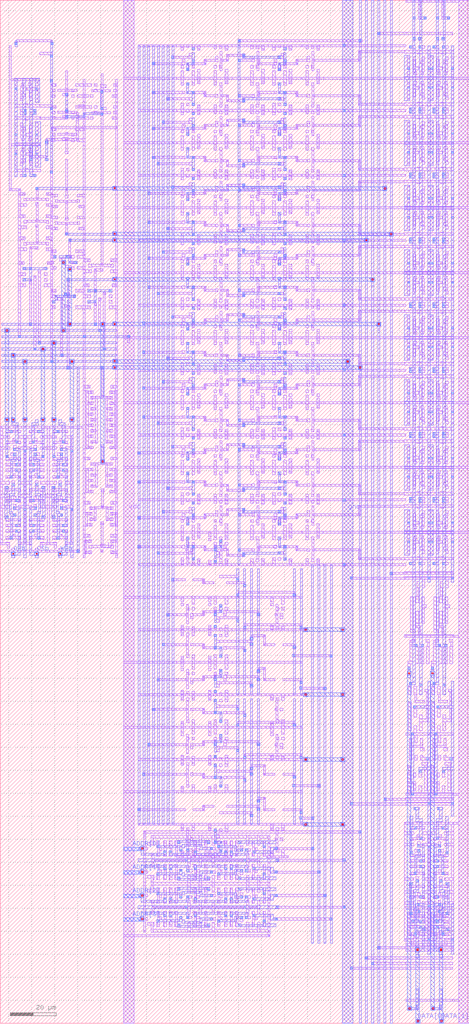
<source format=lef>
MACRO sram_2_16_1_scn3me_subm
    CLASS RING ;
    ORIGIN 53.7 0.0 ;
    FOREIGN  sram 0.0 0.0 ;
    SIZE 203.4 BY 444.6 ;
    SYMMETRY X Y R90 ;
    PIN vdd
        DIRECTION INOUT ;
        USE POWER ;
        SHAPE ABUTMENT ;
        PORT
        LAYER metal1 ;
        RECT  145.8 0.0 150.3 444.6 ;
        RECT  145.8 0.0 150.3 444.6 ;
        RECT  0.0 0.0 4.5 444.6 ;
        RECT  0.0 0.0 4.5 444.6 ;
        END
    END vdd
    PIN gnd
        DIRECTION INOUT ;
        USE GROUND ;
        SHAPE ABUTMENT ;
        PORT
        LAYER metal2 ;
        RECT  95.25 0.0 99.75 444.6 ;
        RECT  95.25 0.0 99.75 444.6 ;
        END
    END gnd
    PIN DATA[0]
        DIRECTION INOUT ;
        PORT
        LAYER metal2 ;
        RECT  127.2 0.0 128.1 1.8 ;
        RECT  127.2 0.0 128.1 1.8 ;
        END
    END DATA[0]
    PIN DATA[1]
        DIRECTION INOUT ;
        PORT
        LAYER metal2 ;
        RECT  137.4 0.0 138.3 1.8 ;
        RECT  137.4 0.0 138.3 1.8 ;
        END
    END DATA[1]
    PIN ADDR[0]
        DIRECTION INPUT ;
        PORT
        LAYER metal3 ;
        RECT  0.0 75.0 7.2 76.5 ;
        RECT  0.0 75.0 7.2 76.5 ;
        END
    END ADDR[0]
    PIN ADDR[1]
        DIRECTION INPUT ;
        PORT
        LAYER metal3 ;
        RECT  0.0 64.8 7.2 66.3 ;
        RECT  0.0 64.8 7.2 66.3 ;
        END
    END ADDR[1]
    PIN ADDR[2]
        DIRECTION INPUT ;
        PORT
        LAYER metal3 ;
        RECT  0.0 54.6 7.2 56.1 ;
        RECT  0.0 54.6 7.2 56.1 ;
        END
    END ADDR[2]
    PIN ADDR[3]
        DIRECTION INPUT ;
        PORT
        LAYER metal3 ;
        RECT  0.0 44.4 7.2 45.9 ;
        RECT  0.0 44.4 7.2 45.9 ;
        END
    END ADDR[3]
    PIN CSb
        DIRECTION INPUT ;
        PORT
        LAYER metal3 ;
        RECT  -38.7 203.1 -36.9 204.9 ;
        RECT  -38.7 203.1 -36.9 204.9 ;
        RECT  -38.7 203.1 -36.9 204.9 ;
        RECT  -38.7 203.1 -36.9 204.9 ;
        RECT  -38.7 203.1 -36.9 204.9 ;
        END
    END CSb
    PIN OEb
        DIRECTION INPUT ;
        PORT
        LAYER metal3 ;
        RECT  -48.9 203.1 -47.1 204.9 ;
        RECT  -48.9 203.1 -47.1 204.9 ;
        RECT  -48.9 203.1 -47.1 204.9 ;
        RECT  -48.9 203.1 -47.1 204.9 ;
        RECT  -48.9 203.1 -47.1 204.9 ;
        END
    END OEb
    PIN WEb
        DIRECTION INPUT ;
        PORT
        LAYER metal3 ;
        RECT  -28.5 203.1 -26.7 204.9 ;
        RECT  -28.5 203.1 -26.7 204.9 ;
        RECT  -28.5 203.1 -26.7 204.9 ;
        RECT  -28.5 203.1 -26.7 204.9 ;
        RECT  -28.5 203.1 -26.7 204.9 ;
        END
    END WEb
    PIN clk
        DIRECTION INPUT ;
        PORT
        LAYER metal1 ;
        RECT  -10.05 204.6 -8.85 205.8 ;
        RECT  -10.05 204.6 -8.85 205.8 ;
        RECT  -10.05 204.6 -8.85 205.8 ;
        RECT  -10.05 204.6 -8.85 205.8 ;
        END
    END clk
    OBS
        LAYER  metal1 ;
        RECT  1.8 295.65 2.7 298.35 ;
        RECT  -10.05 204.6 -8.85 205.8 ;
        RECT  145.8 0.0 150.3 444.6 ;
        RECT  0.0 0.0 4.5 444.6 ;
        RECT  44.7 205.2 45.6 206.1 ;
        RECT  44.7 202.95 45.6 203.85 ;
        RECT  43.35 205.2 45.15 206.1 ;
        RECT  44.7 203.4 45.6 205.65 ;
        RECT  45.15 202.95 47.1 203.85 ;
        RECT  102.15 205.2 103.05 206.1 ;
        RECT  102.15 201.45 103.05 202.35 ;
        RECT  83.25 205.2 102.6 206.1 ;
        RECT  102.15 201.9 103.05 205.65 ;
        RECT  102.6 201.45 122.1 202.35 ;
        RECT  44.7 220.5 45.6 221.4 ;
        RECT  44.7 222.75 45.6 223.65 ;
        RECT  43.35 220.5 45.15 221.4 ;
        RECT  44.7 220.95 45.6 223.2 ;
        RECT  45.15 222.75 47.1 223.65 ;
        RECT  102.15 220.5 103.05 221.4 ;
        RECT  102.15 224.25 103.05 225.15 ;
        RECT  83.25 220.5 102.6 221.4 ;
        RECT  102.15 220.95 103.05 224.7 ;
        RECT  102.6 224.25 122.1 225.15 ;
        RECT  44.7 233.4 45.6 234.3 ;
        RECT  44.7 231.15 45.6 232.05 ;
        RECT  43.35 233.4 45.15 234.3 ;
        RECT  44.7 231.6 45.6 233.85 ;
        RECT  45.15 231.15 47.1 232.05 ;
        RECT  102.15 233.4 103.05 234.3 ;
        RECT  102.15 229.65 103.05 230.55 ;
        RECT  83.25 233.4 102.6 234.3 ;
        RECT  102.15 230.1 103.05 233.85 ;
        RECT  102.6 229.65 122.1 230.55 ;
        RECT  44.7 248.7 45.6 249.6 ;
        RECT  44.7 250.95 45.6 251.85 ;
        RECT  43.35 248.7 45.15 249.6 ;
        RECT  44.7 249.15 45.6 251.4 ;
        RECT  45.15 250.95 47.1 251.85 ;
        RECT  102.15 248.7 103.05 249.6 ;
        RECT  102.15 252.45 103.05 253.35 ;
        RECT  83.25 248.7 102.6 249.6 ;
        RECT  102.15 249.15 103.05 252.9 ;
        RECT  102.6 252.45 122.1 253.35 ;
        RECT  44.7 261.6 45.6 262.5 ;
        RECT  44.7 259.35 45.6 260.25 ;
        RECT  43.35 261.6 45.15 262.5 ;
        RECT  44.7 259.8 45.6 262.05 ;
        RECT  45.15 259.35 47.1 260.25 ;
        RECT  102.15 261.6 103.05 262.5 ;
        RECT  102.15 257.85 103.05 258.75 ;
        RECT  83.25 261.6 102.6 262.5 ;
        RECT  102.15 258.3 103.05 262.05 ;
        RECT  102.6 257.85 122.1 258.75 ;
        RECT  44.7 276.9 45.6 277.8 ;
        RECT  44.7 279.15 45.6 280.05 ;
        RECT  43.35 276.9 45.15 277.8 ;
        RECT  44.7 277.35 45.6 279.6 ;
        RECT  45.15 279.15 47.1 280.05 ;
        RECT  102.15 276.9 103.05 277.8 ;
        RECT  102.15 280.65 103.05 281.55 ;
        RECT  83.25 276.9 102.6 277.8 ;
        RECT  102.15 277.35 103.05 281.1 ;
        RECT  102.6 280.65 122.1 281.55 ;
        RECT  44.7 289.8 45.6 290.7 ;
        RECT  44.7 287.55 45.6 288.45 ;
        RECT  43.35 289.8 45.15 290.7 ;
        RECT  44.7 288.0 45.6 290.25 ;
        RECT  45.15 287.55 47.1 288.45 ;
        RECT  102.15 289.8 103.05 290.7 ;
        RECT  102.15 286.05 103.05 286.95 ;
        RECT  83.25 289.8 102.6 290.7 ;
        RECT  102.15 286.5 103.05 290.25 ;
        RECT  102.6 286.05 122.1 286.95 ;
        RECT  44.7 305.1 45.6 306.0 ;
        RECT  44.7 307.35 45.6 308.25 ;
        RECT  43.35 305.1 45.15 306.0 ;
        RECT  44.7 305.55 45.6 307.8 ;
        RECT  45.15 307.35 47.1 308.25 ;
        RECT  102.15 305.1 103.05 306.0 ;
        RECT  102.15 308.85 103.05 309.75 ;
        RECT  83.25 305.1 102.6 306.0 ;
        RECT  102.15 305.55 103.05 309.3 ;
        RECT  102.6 308.85 122.1 309.75 ;
        RECT  44.7 318.0 45.6 318.9 ;
        RECT  44.7 315.75 45.6 316.65 ;
        RECT  43.35 318.0 45.15 318.9 ;
        RECT  44.7 316.2 45.6 318.45 ;
        RECT  45.15 315.75 47.1 316.65 ;
        RECT  102.15 318.0 103.05 318.9 ;
        RECT  102.15 314.25 103.05 315.15 ;
        RECT  83.25 318.0 102.6 318.9 ;
        RECT  102.15 314.7 103.05 318.45 ;
        RECT  102.6 314.25 122.1 315.15 ;
        RECT  44.7 333.3 45.6 334.2 ;
        RECT  44.7 335.55 45.6 336.45 ;
        RECT  43.35 333.3 45.15 334.2 ;
        RECT  44.7 333.75 45.6 336.0 ;
        RECT  45.15 335.55 47.1 336.45 ;
        RECT  102.15 333.3 103.05 334.2 ;
        RECT  102.15 337.05 103.05 337.95 ;
        RECT  83.25 333.3 102.6 334.2 ;
        RECT  102.15 333.75 103.05 337.5 ;
        RECT  102.6 337.05 122.1 337.95 ;
        RECT  44.7 346.2 45.6 347.1 ;
        RECT  44.7 343.95 45.6 344.85 ;
        RECT  43.35 346.2 45.15 347.1 ;
        RECT  44.7 344.4 45.6 346.65 ;
        RECT  45.15 343.95 47.1 344.85 ;
        RECT  102.15 346.2 103.05 347.1 ;
        RECT  102.15 342.45 103.05 343.35 ;
        RECT  83.25 346.2 102.6 347.1 ;
        RECT  102.15 342.9 103.05 346.65 ;
        RECT  102.6 342.45 122.1 343.35 ;
        RECT  44.7 361.5 45.6 362.4 ;
        RECT  44.7 363.75 45.6 364.65 ;
        RECT  43.35 361.5 45.15 362.4 ;
        RECT  44.7 361.95 45.6 364.2 ;
        RECT  45.15 363.75 47.1 364.65 ;
        RECT  102.15 361.5 103.05 362.4 ;
        RECT  102.15 365.25 103.05 366.15 ;
        RECT  83.25 361.5 102.6 362.4 ;
        RECT  102.15 361.95 103.05 365.7 ;
        RECT  102.6 365.25 122.1 366.15 ;
        RECT  44.7 374.4 45.6 375.3 ;
        RECT  44.7 372.15 45.6 373.05 ;
        RECT  43.35 374.4 45.15 375.3 ;
        RECT  44.7 372.6 45.6 374.85 ;
        RECT  45.15 372.15 47.1 373.05 ;
        RECT  102.15 374.4 103.05 375.3 ;
        RECT  102.15 370.65 103.05 371.55 ;
        RECT  83.25 374.4 102.6 375.3 ;
        RECT  102.15 371.1 103.05 374.85 ;
        RECT  102.6 370.65 122.1 371.55 ;
        RECT  44.7 389.7 45.6 390.6 ;
        RECT  44.7 391.95 45.6 392.85 ;
        RECT  43.35 389.7 45.15 390.6 ;
        RECT  44.7 390.15 45.6 392.4 ;
        RECT  45.15 391.95 47.1 392.85 ;
        RECT  102.15 389.7 103.05 390.6 ;
        RECT  102.15 393.45 103.05 394.35 ;
        RECT  83.25 389.7 102.6 390.6 ;
        RECT  102.15 390.15 103.05 393.9 ;
        RECT  102.6 393.45 122.1 394.35 ;
        RECT  44.7 402.6 45.6 403.5 ;
        RECT  44.7 400.35 45.6 401.25 ;
        RECT  43.35 402.6 45.15 403.5 ;
        RECT  44.7 400.8 45.6 403.05 ;
        RECT  45.15 400.35 47.1 401.25 ;
        RECT  102.15 402.6 103.05 403.5 ;
        RECT  102.15 398.85 103.05 399.75 ;
        RECT  83.25 402.6 102.6 403.5 ;
        RECT  102.15 399.3 103.05 403.05 ;
        RECT  102.6 398.85 122.1 399.75 ;
        RECT  44.7 417.9 45.6 418.8 ;
        RECT  44.7 420.15 45.6 421.05 ;
        RECT  43.35 417.9 45.15 418.8 ;
        RECT  44.7 418.35 45.6 420.6 ;
        RECT  45.15 420.15 47.1 421.05 ;
        RECT  102.15 417.9 103.05 418.8 ;
        RECT  102.15 421.65 103.05 422.55 ;
        RECT  83.25 417.9 102.6 418.8 ;
        RECT  102.15 418.35 103.05 422.1 ;
        RECT  102.6 421.65 122.1 422.55 ;
        RECT  53.4 198.75 122.7 199.65 ;
        RECT  53.4 226.95 122.7 227.85 ;
        RECT  53.4 255.15 122.7 256.05 ;
        RECT  53.4 283.35 122.7 284.25 ;
        RECT  53.4 311.55 122.7 312.45 ;
        RECT  53.4 339.75 122.7 340.65 ;
        RECT  53.4 367.95 122.7 368.85 ;
        RECT  53.4 396.15 122.7 397.05 ;
        RECT  53.4 424.35 122.7 425.25 ;
        RECT  0.0 212.85 150.3 213.75 ;
        RECT  0.0 241.05 150.3 241.95 ;
        RECT  0.0 269.25 150.3 270.15 ;
        RECT  0.0 297.45 150.3 298.35 ;
        RECT  0.0 325.65 150.3 326.55 ;
        RECT  0.0 353.85 150.3 354.75 ;
        RECT  0.0 382.05 150.3 382.95 ;
        RECT  0.0 410.25 150.3 411.15 ;
        RECT  77.7 88.65 82.2 89.55 ;
        RECT  74.7 102.75 84.9 103.65 ;
        RECT  77.7 145.05 87.6 145.95 ;
        RECT  74.7 159.15 90.3 160.05 ;
        RECT  77.7 85.95 79.2 86.85 ;
        RECT  77.7 114.15 79.2 115.05 ;
        RECT  77.7 142.35 79.2 143.25 ;
        RECT  77.7 170.55 79.2 171.45 ;
        RECT  0.0 100.05 77.7 100.95 ;
        RECT  0.0 128.25 77.7 129.15 ;
        RECT  0.0 156.45 77.7 157.35 ;
        RECT  0.0 184.65 77.7 185.55 ;
        RECT  66.3 75.45 82.2 76.35 ;
        RECT  66.3 65.25 84.9 66.15 ;
        RECT  66.3 55.05 87.6 55.95 ;
        RECT  66.3 44.85 90.3 45.75 ;
        RECT  66.3 70.35 96.45 71.25 ;
        RECT  66.3 49.95 96.45 50.85 ;
        RECT  62.7 37.65 63.6 38.55 ;
        RECT  62.7 38.1 63.6 40.2 ;
        RECT  0.0 37.65 63.15 38.55 ;
        RECT  111.0 32.4 122.7 33.3 ;
        RECT  105.6 27.9 122.7 28.8 ;
        RECT  108.3 25.5 122.7 26.4 ;
        RECT  111.0 429.6 122.7 430.5 ;
        RECT  113.7 96.9 122.7 97.8 ;
        RECT  116.4 195.0 122.7 195.9 ;
        RECT  8.7 82.65 9.6 83.55 ;
        RECT  8.7 81.0 9.6 83.1 ;
        RECT  9.15 82.65 102.9 83.55 ;
        RECT  50.25 426.45 103.8 427.35 ;
        RECT  122.7 443.7 145.8 444.6 ;
        RECT  122.7 167.7 145.8 168.6 ;
        RECT  122.7 99.0 145.8 99.9 ;
        RECT  122.7 86.4 145.8 87.3 ;
        RECT  122.7 9.6 145.8 10.5 ;
        RECT  99.75 23.4 122.7 24.3 ;
        RECT  99.75 192.9 122.7 193.8 ;
        RECT  99.75 94.8 122.7 95.7 ;
        RECT  145.8 0.0 150.3 444.6 ;
        RECT  0.0 0.0 4.5 444.6 ;
        RECT  122.1 257.7 143.7 258.9 ;
        RECT  122.1 201.3 143.7 202.5 ;
        RECT  122.1 229.5 143.7 230.7 ;
        RECT  122.1 421.5 143.7 422.7 ;
        RECT  122.1 314.1 143.7 315.3 ;
        RECT  122.1 285.9 143.7 287.1 ;
        RECT  122.1 393.3 143.7 394.5 ;
        RECT  122.1 365.1 143.7 366.3 ;
        RECT  122.1 252.3 143.7 253.5 ;
        RECT  122.1 280.5 143.7 281.7 ;
        RECT  122.1 224.1 143.7 225.3 ;
        RECT  122.1 398.7 143.7 399.9 ;
        RECT  122.1 342.3 143.7 343.5 ;
        RECT  122.1 336.9 143.7 338.1 ;
        RECT  122.1 212.7 143.7 213.6 ;
        RECT  122.1 240.9 143.7 241.8 ;
        RECT  122.1 269.1 143.7 270.0 ;
        RECT  122.1 297.3 143.7 298.2 ;
        RECT  122.1 325.5 143.7 326.4 ;
        RECT  122.1 353.7 143.7 354.6 ;
        RECT  122.1 381.9 143.7 382.8 ;
        RECT  122.1 410.1 143.7 411.0 ;
        RECT  122.1 370.5 143.7 371.7 ;
        RECT  122.1 308.7 143.7 309.9 ;
        RECT  128.4 199.2 131.1 200.4 ;
        RECT  124.2 199.2 126.9 200.4 ;
        RECT  122.1 201.3 133.5 202.5 ;
        RECT  127.8 202.5 129.0 202.8 ;
        RECT  132.3 204.0 133.5 209.7 ;
        RECT  129.9 204.0 131.1 205.2 ;
        RECT  125.7 204.0 126.9 205.2 ;
        RECT  129.6 205.2 130.8 205.8 ;
        RECT  129.0 205.8 130.8 207.0 ;
        RECT  129.6 207.0 130.8 210.6 ;
        RECT  126.0 205.2 127.2 208.5 ;
        RECT  126.0 208.5 128.4 209.7 ;
        RECT  123.3 204.0 124.5 209.7 ;
        RECT  126.0 209.7 127.2 210.6 ;
        RECT  132.3 210.6 133.5 212.7 ;
        RECT  129.3 210.6 130.5 211.8 ;
        RECT  126.3 210.6 127.5 211.8 ;
        RECT  123.3 210.6 124.5 212.7 ;
        RECT  122.1 212.7 133.5 213.9 ;
        RECT  122.1 201.3 133.5 202.5 ;
        RECT  122.1 212.7 133.5 213.9 ;
        RECT  128.4 226.2 131.1 227.4 ;
        RECT  124.2 226.2 126.9 227.4 ;
        RECT  122.1 224.1 133.5 225.3 ;
        RECT  127.8 223.8 129.0 224.1 ;
        RECT  132.3 216.9 133.5 222.6 ;
        RECT  129.9 221.4 131.1 222.6 ;
        RECT  125.7 221.4 126.9 222.6 ;
        RECT  129.6 220.8 130.8 221.4 ;
        RECT  129.0 219.6 130.8 220.8 ;
        RECT  129.6 216.0 130.8 219.6 ;
        RECT  126.0 218.1 127.2 221.4 ;
        RECT  126.0 216.9 128.4 218.1 ;
        RECT  123.3 216.9 124.5 222.6 ;
        RECT  126.0 216.0 127.2 216.9 ;
        RECT  132.3 213.9 133.5 216.0 ;
        RECT  129.3 214.8 130.5 216.0 ;
        RECT  126.3 214.8 127.5 216.0 ;
        RECT  123.3 213.9 124.5 216.0 ;
        RECT  122.1 212.7 133.5 213.9 ;
        RECT  122.1 224.1 133.5 225.3 ;
        RECT  122.1 212.7 133.5 213.9 ;
        RECT  128.4 227.4 131.1 228.6 ;
        RECT  124.2 227.4 126.9 228.6 ;
        RECT  122.1 229.5 133.5 230.7 ;
        RECT  127.8 230.7 129.0 231.0 ;
        RECT  132.3 232.2 133.5 237.9 ;
        RECT  129.9 232.2 131.1 233.4 ;
        RECT  125.7 232.2 126.9 233.4 ;
        RECT  129.6 233.4 130.8 234.0 ;
        RECT  129.0 234.0 130.8 235.2 ;
        RECT  129.6 235.2 130.8 238.8 ;
        RECT  126.0 233.4 127.2 236.7 ;
        RECT  126.0 236.7 128.4 237.9 ;
        RECT  123.3 232.2 124.5 237.9 ;
        RECT  126.0 237.9 127.2 238.8 ;
        RECT  132.3 238.8 133.5 240.9 ;
        RECT  129.3 238.8 130.5 240.0 ;
        RECT  126.3 238.8 127.5 240.0 ;
        RECT  123.3 238.8 124.5 240.9 ;
        RECT  122.1 240.9 133.5 242.1 ;
        RECT  122.1 229.5 133.5 230.7 ;
        RECT  122.1 240.9 133.5 242.1 ;
        RECT  128.4 254.4 131.1 255.6 ;
        RECT  124.2 254.4 126.9 255.6 ;
        RECT  122.1 252.3 133.5 253.5 ;
        RECT  127.8 252.0 129.0 252.3 ;
        RECT  132.3 245.1 133.5 250.8 ;
        RECT  129.9 249.6 131.1 250.8 ;
        RECT  125.7 249.6 126.9 250.8 ;
        RECT  129.6 249.0 130.8 249.6 ;
        RECT  129.0 247.8 130.8 249.0 ;
        RECT  129.6 244.2 130.8 247.8 ;
        RECT  126.0 246.3 127.2 249.6 ;
        RECT  126.0 245.1 128.4 246.3 ;
        RECT  123.3 245.1 124.5 250.8 ;
        RECT  126.0 244.2 127.2 245.1 ;
        RECT  132.3 242.1 133.5 244.2 ;
        RECT  129.3 243.0 130.5 244.2 ;
        RECT  126.3 243.0 127.5 244.2 ;
        RECT  123.3 242.1 124.5 244.2 ;
        RECT  122.1 240.9 133.5 242.1 ;
        RECT  122.1 252.3 133.5 253.5 ;
        RECT  122.1 240.9 133.5 242.1 ;
        RECT  128.4 255.6 131.1 256.8 ;
        RECT  124.2 255.6 126.9 256.8 ;
        RECT  122.1 257.7 133.5 258.9 ;
        RECT  127.8 258.9 129.0 259.2 ;
        RECT  132.3 260.4 133.5 266.1 ;
        RECT  129.9 260.4 131.1 261.6 ;
        RECT  125.7 260.4 126.9 261.6 ;
        RECT  129.6 261.6 130.8 262.2 ;
        RECT  129.0 262.2 130.8 263.4 ;
        RECT  129.6 263.4 130.8 267.0 ;
        RECT  126.0 261.6 127.2 264.9 ;
        RECT  126.0 264.9 128.4 266.1 ;
        RECT  123.3 260.4 124.5 266.1 ;
        RECT  126.0 266.1 127.2 267.0 ;
        RECT  132.3 267.0 133.5 269.1 ;
        RECT  129.3 267.0 130.5 268.2 ;
        RECT  126.3 267.0 127.5 268.2 ;
        RECT  123.3 267.0 124.5 269.1 ;
        RECT  122.1 269.1 133.5 270.3 ;
        RECT  122.1 257.7 133.5 258.9 ;
        RECT  122.1 269.1 133.5 270.3 ;
        RECT  128.4 282.6 131.1 283.8 ;
        RECT  124.2 282.6 126.9 283.8 ;
        RECT  122.1 280.5 133.5 281.7 ;
        RECT  127.8 280.2 129.0 280.5 ;
        RECT  132.3 273.3 133.5 279.0 ;
        RECT  129.9 277.8 131.1 279.0 ;
        RECT  125.7 277.8 126.9 279.0 ;
        RECT  129.6 277.2 130.8 277.8 ;
        RECT  129.0 276.0 130.8 277.2 ;
        RECT  129.6 272.4 130.8 276.0 ;
        RECT  126.0 274.5 127.2 277.8 ;
        RECT  126.0 273.3 128.4 274.5 ;
        RECT  123.3 273.3 124.5 279.0 ;
        RECT  126.0 272.4 127.2 273.3 ;
        RECT  132.3 270.3 133.5 272.4 ;
        RECT  129.3 271.2 130.5 272.4 ;
        RECT  126.3 271.2 127.5 272.4 ;
        RECT  123.3 270.3 124.5 272.4 ;
        RECT  122.1 269.1 133.5 270.3 ;
        RECT  122.1 280.5 133.5 281.7 ;
        RECT  122.1 269.1 133.5 270.3 ;
        RECT  128.4 283.8 131.1 285.0 ;
        RECT  124.2 283.8 126.9 285.0 ;
        RECT  122.1 285.9 133.5 287.1 ;
        RECT  127.8 287.1 129.0 287.4 ;
        RECT  132.3 288.6 133.5 294.3 ;
        RECT  129.9 288.6 131.1 289.8 ;
        RECT  125.7 288.6 126.9 289.8 ;
        RECT  129.6 289.8 130.8 290.4 ;
        RECT  129.0 290.4 130.8 291.6 ;
        RECT  129.6 291.6 130.8 295.2 ;
        RECT  126.0 289.8 127.2 293.1 ;
        RECT  126.0 293.1 128.4 294.3 ;
        RECT  123.3 288.6 124.5 294.3 ;
        RECT  126.0 294.3 127.2 295.2 ;
        RECT  132.3 295.2 133.5 297.3 ;
        RECT  129.3 295.2 130.5 296.4 ;
        RECT  126.3 295.2 127.5 296.4 ;
        RECT  123.3 295.2 124.5 297.3 ;
        RECT  122.1 297.3 133.5 298.5 ;
        RECT  122.1 285.9 133.5 287.1 ;
        RECT  122.1 297.3 133.5 298.5 ;
        RECT  128.4 310.8 131.1 312.0 ;
        RECT  124.2 310.8 126.9 312.0 ;
        RECT  122.1 308.7 133.5 309.9 ;
        RECT  127.8 308.4 129.0 308.7 ;
        RECT  132.3 301.5 133.5 307.2 ;
        RECT  129.9 306.0 131.1 307.2 ;
        RECT  125.7 306.0 126.9 307.2 ;
        RECT  129.6 305.4 130.8 306.0 ;
        RECT  129.0 304.2 130.8 305.4 ;
        RECT  129.6 300.6 130.8 304.2 ;
        RECT  126.0 302.7 127.2 306.0 ;
        RECT  126.0 301.5 128.4 302.7 ;
        RECT  123.3 301.5 124.5 307.2 ;
        RECT  126.0 300.6 127.2 301.5 ;
        RECT  132.3 298.5 133.5 300.6 ;
        RECT  129.3 299.4 130.5 300.6 ;
        RECT  126.3 299.4 127.5 300.6 ;
        RECT  123.3 298.5 124.5 300.6 ;
        RECT  122.1 297.3 133.5 298.5 ;
        RECT  122.1 308.7 133.5 309.9 ;
        RECT  122.1 297.3 133.5 298.5 ;
        RECT  128.4 312.0 131.1 313.2 ;
        RECT  124.2 312.0 126.9 313.2 ;
        RECT  122.1 314.1 133.5 315.3 ;
        RECT  127.8 315.3 129.0 315.6 ;
        RECT  132.3 316.8 133.5 322.5 ;
        RECT  129.9 316.8 131.1 318.0 ;
        RECT  125.7 316.8 126.9 318.0 ;
        RECT  129.6 318.0 130.8 318.6 ;
        RECT  129.0 318.6 130.8 319.8 ;
        RECT  129.6 319.8 130.8 323.4 ;
        RECT  126.0 318.0 127.2 321.3 ;
        RECT  126.0 321.3 128.4 322.5 ;
        RECT  123.3 316.8 124.5 322.5 ;
        RECT  126.0 322.5 127.2 323.4 ;
        RECT  132.3 323.4 133.5 325.5 ;
        RECT  129.3 323.4 130.5 324.6 ;
        RECT  126.3 323.4 127.5 324.6 ;
        RECT  123.3 323.4 124.5 325.5 ;
        RECT  122.1 325.5 133.5 326.7 ;
        RECT  122.1 314.1 133.5 315.3 ;
        RECT  122.1 325.5 133.5 326.7 ;
        RECT  128.4 339.0 131.1 340.2 ;
        RECT  124.2 339.0 126.9 340.2 ;
        RECT  122.1 336.9 133.5 338.1 ;
        RECT  127.8 336.6 129.0 336.9 ;
        RECT  132.3 329.7 133.5 335.4 ;
        RECT  129.9 334.2 131.1 335.4 ;
        RECT  125.7 334.2 126.9 335.4 ;
        RECT  129.6 333.6 130.8 334.2 ;
        RECT  129.0 332.4 130.8 333.6 ;
        RECT  129.6 328.8 130.8 332.4 ;
        RECT  126.0 330.9 127.2 334.2 ;
        RECT  126.0 329.7 128.4 330.9 ;
        RECT  123.3 329.7 124.5 335.4 ;
        RECT  126.0 328.8 127.2 329.7 ;
        RECT  132.3 326.7 133.5 328.8 ;
        RECT  129.3 327.6 130.5 328.8 ;
        RECT  126.3 327.6 127.5 328.8 ;
        RECT  123.3 326.7 124.5 328.8 ;
        RECT  122.1 325.5 133.5 326.7 ;
        RECT  122.1 336.9 133.5 338.1 ;
        RECT  122.1 325.5 133.5 326.7 ;
        RECT  128.4 340.2 131.1 341.4 ;
        RECT  124.2 340.2 126.9 341.4 ;
        RECT  122.1 342.3 133.5 343.5 ;
        RECT  127.8 343.5 129.0 343.8 ;
        RECT  132.3 345.0 133.5 350.7 ;
        RECT  129.9 345.0 131.1 346.2 ;
        RECT  125.7 345.0 126.9 346.2 ;
        RECT  129.6 346.2 130.8 346.8 ;
        RECT  129.0 346.8 130.8 348.0 ;
        RECT  129.6 348.0 130.8 351.6 ;
        RECT  126.0 346.2 127.2 349.5 ;
        RECT  126.0 349.5 128.4 350.7 ;
        RECT  123.3 345.0 124.5 350.7 ;
        RECT  126.0 350.7 127.2 351.6 ;
        RECT  132.3 351.6 133.5 353.7 ;
        RECT  129.3 351.6 130.5 352.8 ;
        RECT  126.3 351.6 127.5 352.8 ;
        RECT  123.3 351.6 124.5 353.7 ;
        RECT  122.1 353.7 133.5 354.9 ;
        RECT  122.1 342.3 133.5 343.5 ;
        RECT  122.1 353.7 133.5 354.9 ;
        RECT  128.4 367.2 131.1 368.4 ;
        RECT  124.2 367.2 126.9 368.4 ;
        RECT  122.1 365.1 133.5 366.3 ;
        RECT  127.8 364.8 129.0 365.1 ;
        RECT  132.3 357.9 133.5 363.6 ;
        RECT  129.9 362.4 131.1 363.6 ;
        RECT  125.7 362.4 126.9 363.6 ;
        RECT  129.6 361.8 130.8 362.4 ;
        RECT  129.0 360.6 130.8 361.8 ;
        RECT  129.6 357.0 130.8 360.6 ;
        RECT  126.0 359.1 127.2 362.4 ;
        RECT  126.0 357.9 128.4 359.1 ;
        RECT  123.3 357.9 124.5 363.6 ;
        RECT  126.0 357.0 127.2 357.9 ;
        RECT  132.3 354.9 133.5 357.0 ;
        RECT  129.3 355.8 130.5 357.0 ;
        RECT  126.3 355.8 127.5 357.0 ;
        RECT  123.3 354.9 124.5 357.0 ;
        RECT  122.1 353.7 133.5 354.9 ;
        RECT  122.1 365.1 133.5 366.3 ;
        RECT  122.1 353.7 133.5 354.9 ;
        RECT  128.4 368.4 131.1 369.6 ;
        RECT  124.2 368.4 126.9 369.6 ;
        RECT  122.1 370.5 133.5 371.7 ;
        RECT  127.8 371.7 129.0 372.0 ;
        RECT  132.3 373.2 133.5 378.9 ;
        RECT  129.9 373.2 131.1 374.4 ;
        RECT  125.7 373.2 126.9 374.4 ;
        RECT  129.6 374.4 130.8 375.0 ;
        RECT  129.0 375.0 130.8 376.2 ;
        RECT  129.6 376.2 130.8 379.8 ;
        RECT  126.0 374.4 127.2 377.7 ;
        RECT  126.0 377.7 128.4 378.9 ;
        RECT  123.3 373.2 124.5 378.9 ;
        RECT  126.0 378.9 127.2 379.8 ;
        RECT  132.3 379.8 133.5 381.9 ;
        RECT  129.3 379.8 130.5 381.0 ;
        RECT  126.3 379.8 127.5 381.0 ;
        RECT  123.3 379.8 124.5 381.9 ;
        RECT  122.1 381.9 133.5 383.1 ;
        RECT  122.1 370.5 133.5 371.7 ;
        RECT  122.1 381.9 133.5 383.1 ;
        RECT  128.4 395.4 131.1 396.6 ;
        RECT  124.2 395.4 126.9 396.6 ;
        RECT  122.1 393.3 133.5 394.5 ;
        RECT  127.8 393.0 129.0 393.3 ;
        RECT  132.3 386.1 133.5 391.8 ;
        RECT  129.9 390.6 131.1 391.8 ;
        RECT  125.7 390.6 126.9 391.8 ;
        RECT  129.6 390.0 130.8 390.6 ;
        RECT  129.0 388.8 130.8 390.0 ;
        RECT  129.6 385.2 130.8 388.8 ;
        RECT  126.0 387.3 127.2 390.6 ;
        RECT  126.0 386.1 128.4 387.3 ;
        RECT  123.3 386.1 124.5 391.8 ;
        RECT  126.0 385.2 127.2 386.1 ;
        RECT  132.3 383.1 133.5 385.2 ;
        RECT  129.3 384.0 130.5 385.2 ;
        RECT  126.3 384.0 127.5 385.2 ;
        RECT  123.3 383.1 124.5 385.2 ;
        RECT  122.1 381.9 133.5 383.1 ;
        RECT  122.1 393.3 133.5 394.5 ;
        RECT  122.1 381.9 133.5 383.1 ;
        RECT  128.4 396.6 131.1 397.8 ;
        RECT  124.2 396.6 126.9 397.8 ;
        RECT  122.1 398.7 133.5 399.9 ;
        RECT  127.8 399.9 129.0 400.2 ;
        RECT  132.3 401.4 133.5 407.1 ;
        RECT  129.9 401.4 131.1 402.6 ;
        RECT  125.7 401.4 126.9 402.6 ;
        RECT  129.6 402.6 130.8 403.2 ;
        RECT  129.0 403.2 130.8 404.4 ;
        RECT  129.6 404.4 130.8 408.0 ;
        RECT  126.0 402.6 127.2 405.9 ;
        RECT  126.0 405.9 128.4 407.1 ;
        RECT  123.3 401.4 124.5 407.1 ;
        RECT  126.0 407.1 127.2 408.0 ;
        RECT  132.3 408.0 133.5 410.1 ;
        RECT  129.3 408.0 130.5 409.2 ;
        RECT  126.3 408.0 127.5 409.2 ;
        RECT  123.3 408.0 124.5 410.1 ;
        RECT  122.1 410.1 133.5 411.3 ;
        RECT  122.1 398.7 133.5 399.9 ;
        RECT  122.1 410.1 133.5 411.3 ;
        RECT  128.4 423.6 131.1 424.8 ;
        RECT  124.2 423.6 126.9 424.8 ;
        RECT  122.1 421.5 133.5 422.7 ;
        RECT  127.8 421.2 129.0 421.5 ;
        RECT  132.3 414.3 133.5 420.0 ;
        RECT  129.9 418.8 131.1 420.0 ;
        RECT  125.7 418.8 126.9 420.0 ;
        RECT  129.6 418.2 130.8 418.8 ;
        RECT  129.0 417.0 130.8 418.2 ;
        RECT  129.6 413.4 130.8 417.0 ;
        RECT  126.0 415.5 127.2 418.8 ;
        RECT  126.0 414.3 128.4 415.5 ;
        RECT  123.3 414.3 124.5 420.0 ;
        RECT  126.0 413.4 127.2 414.3 ;
        RECT  132.3 411.3 133.5 413.4 ;
        RECT  129.3 412.2 130.5 413.4 ;
        RECT  126.3 412.2 127.5 413.4 ;
        RECT  123.3 411.3 124.5 413.4 ;
        RECT  122.1 410.1 133.5 411.3 ;
        RECT  122.1 421.5 133.5 422.7 ;
        RECT  122.1 410.1 133.5 411.3 ;
        RECT  138.6 199.2 141.3 200.4 ;
        RECT  134.4 199.2 137.1 200.4 ;
        RECT  132.3 201.3 143.7 202.5 ;
        RECT  138.0 202.5 139.2 202.8 ;
        RECT  142.5 204.0 143.7 209.7 ;
        RECT  140.1 204.0 141.3 205.2 ;
        RECT  135.9 204.0 137.1 205.2 ;
        RECT  139.8 205.2 141.0 205.8 ;
        RECT  139.2 205.8 141.0 207.0 ;
        RECT  139.8 207.0 141.0 210.6 ;
        RECT  136.2 205.2 137.4 208.5 ;
        RECT  136.2 208.5 138.6 209.7 ;
        RECT  133.5 204.0 134.7 209.7 ;
        RECT  136.2 209.7 137.4 210.6 ;
        RECT  142.5 210.6 143.7 212.7 ;
        RECT  139.5 210.6 140.7 211.8 ;
        RECT  136.5 210.6 137.7 211.8 ;
        RECT  133.5 210.6 134.7 212.7 ;
        RECT  132.3 212.7 143.7 213.9 ;
        RECT  132.3 201.3 143.7 202.5 ;
        RECT  132.3 212.7 143.7 213.9 ;
        RECT  138.6 226.2 141.3 227.4 ;
        RECT  134.4 226.2 137.1 227.4 ;
        RECT  132.3 224.1 143.7 225.3 ;
        RECT  138.0 223.8 139.2 224.1 ;
        RECT  142.5 216.9 143.7 222.6 ;
        RECT  140.1 221.4 141.3 222.6 ;
        RECT  135.9 221.4 137.1 222.6 ;
        RECT  139.8 220.8 141.0 221.4 ;
        RECT  139.2 219.6 141.0 220.8 ;
        RECT  139.8 216.0 141.0 219.6 ;
        RECT  136.2 218.1 137.4 221.4 ;
        RECT  136.2 216.9 138.6 218.1 ;
        RECT  133.5 216.9 134.7 222.6 ;
        RECT  136.2 216.0 137.4 216.9 ;
        RECT  142.5 213.9 143.7 216.0 ;
        RECT  139.5 214.8 140.7 216.0 ;
        RECT  136.5 214.8 137.7 216.0 ;
        RECT  133.5 213.9 134.7 216.0 ;
        RECT  132.3 212.7 143.7 213.9 ;
        RECT  132.3 224.1 143.7 225.3 ;
        RECT  132.3 212.7 143.7 213.9 ;
        RECT  138.6 227.4 141.3 228.6 ;
        RECT  134.4 227.4 137.1 228.6 ;
        RECT  132.3 229.5 143.7 230.7 ;
        RECT  138.0 230.7 139.2 231.0 ;
        RECT  142.5 232.2 143.7 237.9 ;
        RECT  140.1 232.2 141.3 233.4 ;
        RECT  135.9 232.2 137.1 233.4 ;
        RECT  139.8 233.4 141.0 234.0 ;
        RECT  139.2 234.0 141.0 235.2 ;
        RECT  139.8 235.2 141.0 238.8 ;
        RECT  136.2 233.4 137.4 236.7 ;
        RECT  136.2 236.7 138.6 237.9 ;
        RECT  133.5 232.2 134.7 237.9 ;
        RECT  136.2 237.9 137.4 238.8 ;
        RECT  142.5 238.8 143.7 240.9 ;
        RECT  139.5 238.8 140.7 240.0 ;
        RECT  136.5 238.8 137.7 240.0 ;
        RECT  133.5 238.8 134.7 240.9 ;
        RECT  132.3 240.9 143.7 242.1 ;
        RECT  132.3 229.5 143.7 230.7 ;
        RECT  132.3 240.9 143.7 242.1 ;
        RECT  138.6 254.4 141.3 255.6 ;
        RECT  134.4 254.4 137.1 255.6 ;
        RECT  132.3 252.3 143.7 253.5 ;
        RECT  138.0 252.0 139.2 252.3 ;
        RECT  142.5 245.1 143.7 250.8 ;
        RECT  140.1 249.6 141.3 250.8 ;
        RECT  135.9 249.6 137.1 250.8 ;
        RECT  139.8 249.0 141.0 249.6 ;
        RECT  139.2 247.8 141.0 249.0 ;
        RECT  139.8 244.2 141.0 247.8 ;
        RECT  136.2 246.3 137.4 249.6 ;
        RECT  136.2 245.1 138.6 246.3 ;
        RECT  133.5 245.1 134.7 250.8 ;
        RECT  136.2 244.2 137.4 245.1 ;
        RECT  142.5 242.1 143.7 244.2 ;
        RECT  139.5 243.0 140.7 244.2 ;
        RECT  136.5 243.0 137.7 244.2 ;
        RECT  133.5 242.1 134.7 244.2 ;
        RECT  132.3 240.9 143.7 242.1 ;
        RECT  132.3 252.3 143.7 253.5 ;
        RECT  132.3 240.9 143.7 242.1 ;
        RECT  138.6 255.6 141.3 256.8 ;
        RECT  134.4 255.6 137.1 256.8 ;
        RECT  132.3 257.7 143.7 258.9 ;
        RECT  138.0 258.9 139.2 259.2 ;
        RECT  142.5 260.4 143.7 266.1 ;
        RECT  140.1 260.4 141.3 261.6 ;
        RECT  135.9 260.4 137.1 261.6 ;
        RECT  139.8 261.6 141.0 262.2 ;
        RECT  139.2 262.2 141.0 263.4 ;
        RECT  139.8 263.4 141.0 267.0 ;
        RECT  136.2 261.6 137.4 264.9 ;
        RECT  136.2 264.9 138.6 266.1 ;
        RECT  133.5 260.4 134.7 266.1 ;
        RECT  136.2 266.1 137.4 267.0 ;
        RECT  142.5 267.0 143.7 269.1 ;
        RECT  139.5 267.0 140.7 268.2 ;
        RECT  136.5 267.0 137.7 268.2 ;
        RECT  133.5 267.0 134.7 269.1 ;
        RECT  132.3 269.1 143.7 270.3 ;
        RECT  132.3 257.7 143.7 258.9 ;
        RECT  132.3 269.1 143.7 270.3 ;
        RECT  138.6 282.6 141.3 283.8 ;
        RECT  134.4 282.6 137.1 283.8 ;
        RECT  132.3 280.5 143.7 281.7 ;
        RECT  138.0 280.2 139.2 280.5 ;
        RECT  142.5 273.3 143.7 279.0 ;
        RECT  140.1 277.8 141.3 279.0 ;
        RECT  135.9 277.8 137.1 279.0 ;
        RECT  139.8 277.2 141.0 277.8 ;
        RECT  139.2 276.0 141.0 277.2 ;
        RECT  139.8 272.4 141.0 276.0 ;
        RECT  136.2 274.5 137.4 277.8 ;
        RECT  136.2 273.3 138.6 274.5 ;
        RECT  133.5 273.3 134.7 279.0 ;
        RECT  136.2 272.4 137.4 273.3 ;
        RECT  142.5 270.3 143.7 272.4 ;
        RECT  139.5 271.2 140.7 272.4 ;
        RECT  136.5 271.2 137.7 272.4 ;
        RECT  133.5 270.3 134.7 272.4 ;
        RECT  132.3 269.1 143.7 270.3 ;
        RECT  132.3 280.5 143.7 281.7 ;
        RECT  132.3 269.1 143.7 270.3 ;
        RECT  138.6 283.8 141.3 285.0 ;
        RECT  134.4 283.8 137.1 285.0 ;
        RECT  132.3 285.9 143.7 287.1 ;
        RECT  138.0 287.1 139.2 287.4 ;
        RECT  142.5 288.6 143.7 294.3 ;
        RECT  140.1 288.6 141.3 289.8 ;
        RECT  135.9 288.6 137.1 289.8 ;
        RECT  139.8 289.8 141.0 290.4 ;
        RECT  139.2 290.4 141.0 291.6 ;
        RECT  139.8 291.6 141.0 295.2 ;
        RECT  136.2 289.8 137.4 293.1 ;
        RECT  136.2 293.1 138.6 294.3 ;
        RECT  133.5 288.6 134.7 294.3 ;
        RECT  136.2 294.3 137.4 295.2 ;
        RECT  142.5 295.2 143.7 297.3 ;
        RECT  139.5 295.2 140.7 296.4 ;
        RECT  136.5 295.2 137.7 296.4 ;
        RECT  133.5 295.2 134.7 297.3 ;
        RECT  132.3 297.3 143.7 298.5 ;
        RECT  132.3 285.9 143.7 287.1 ;
        RECT  132.3 297.3 143.7 298.5 ;
        RECT  138.6 310.8 141.3 312.0 ;
        RECT  134.4 310.8 137.1 312.0 ;
        RECT  132.3 308.7 143.7 309.9 ;
        RECT  138.0 308.4 139.2 308.7 ;
        RECT  142.5 301.5 143.7 307.2 ;
        RECT  140.1 306.0 141.3 307.2 ;
        RECT  135.9 306.0 137.1 307.2 ;
        RECT  139.8 305.4 141.0 306.0 ;
        RECT  139.2 304.2 141.0 305.4 ;
        RECT  139.8 300.6 141.0 304.2 ;
        RECT  136.2 302.7 137.4 306.0 ;
        RECT  136.2 301.5 138.6 302.7 ;
        RECT  133.5 301.5 134.7 307.2 ;
        RECT  136.2 300.6 137.4 301.5 ;
        RECT  142.5 298.5 143.7 300.6 ;
        RECT  139.5 299.4 140.7 300.6 ;
        RECT  136.5 299.4 137.7 300.6 ;
        RECT  133.5 298.5 134.7 300.6 ;
        RECT  132.3 297.3 143.7 298.5 ;
        RECT  132.3 308.7 143.7 309.9 ;
        RECT  132.3 297.3 143.7 298.5 ;
        RECT  138.6 312.0 141.3 313.2 ;
        RECT  134.4 312.0 137.1 313.2 ;
        RECT  132.3 314.1 143.7 315.3 ;
        RECT  138.0 315.3 139.2 315.6 ;
        RECT  142.5 316.8 143.7 322.5 ;
        RECT  140.1 316.8 141.3 318.0 ;
        RECT  135.9 316.8 137.1 318.0 ;
        RECT  139.8 318.0 141.0 318.6 ;
        RECT  139.2 318.6 141.0 319.8 ;
        RECT  139.8 319.8 141.0 323.4 ;
        RECT  136.2 318.0 137.4 321.3 ;
        RECT  136.2 321.3 138.6 322.5 ;
        RECT  133.5 316.8 134.7 322.5 ;
        RECT  136.2 322.5 137.4 323.4 ;
        RECT  142.5 323.4 143.7 325.5 ;
        RECT  139.5 323.4 140.7 324.6 ;
        RECT  136.5 323.4 137.7 324.6 ;
        RECT  133.5 323.4 134.7 325.5 ;
        RECT  132.3 325.5 143.7 326.7 ;
        RECT  132.3 314.1 143.7 315.3 ;
        RECT  132.3 325.5 143.7 326.7 ;
        RECT  138.6 339.0 141.3 340.2 ;
        RECT  134.4 339.0 137.1 340.2 ;
        RECT  132.3 336.9 143.7 338.1 ;
        RECT  138.0 336.6 139.2 336.9 ;
        RECT  142.5 329.7 143.7 335.4 ;
        RECT  140.1 334.2 141.3 335.4 ;
        RECT  135.9 334.2 137.1 335.4 ;
        RECT  139.8 333.6 141.0 334.2 ;
        RECT  139.2 332.4 141.0 333.6 ;
        RECT  139.8 328.8 141.0 332.4 ;
        RECT  136.2 330.9 137.4 334.2 ;
        RECT  136.2 329.7 138.6 330.9 ;
        RECT  133.5 329.7 134.7 335.4 ;
        RECT  136.2 328.8 137.4 329.7 ;
        RECT  142.5 326.7 143.7 328.8 ;
        RECT  139.5 327.6 140.7 328.8 ;
        RECT  136.5 327.6 137.7 328.8 ;
        RECT  133.5 326.7 134.7 328.8 ;
        RECT  132.3 325.5 143.7 326.7 ;
        RECT  132.3 336.9 143.7 338.1 ;
        RECT  132.3 325.5 143.7 326.7 ;
        RECT  138.6 340.2 141.3 341.4 ;
        RECT  134.4 340.2 137.1 341.4 ;
        RECT  132.3 342.3 143.7 343.5 ;
        RECT  138.0 343.5 139.2 343.8 ;
        RECT  142.5 345.0 143.7 350.7 ;
        RECT  140.1 345.0 141.3 346.2 ;
        RECT  135.9 345.0 137.1 346.2 ;
        RECT  139.8 346.2 141.0 346.8 ;
        RECT  139.2 346.8 141.0 348.0 ;
        RECT  139.8 348.0 141.0 351.6 ;
        RECT  136.2 346.2 137.4 349.5 ;
        RECT  136.2 349.5 138.6 350.7 ;
        RECT  133.5 345.0 134.7 350.7 ;
        RECT  136.2 350.7 137.4 351.6 ;
        RECT  142.5 351.6 143.7 353.7 ;
        RECT  139.5 351.6 140.7 352.8 ;
        RECT  136.5 351.6 137.7 352.8 ;
        RECT  133.5 351.6 134.7 353.7 ;
        RECT  132.3 353.7 143.7 354.9 ;
        RECT  132.3 342.3 143.7 343.5 ;
        RECT  132.3 353.7 143.7 354.9 ;
        RECT  138.6 367.2 141.3 368.4 ;
        RECT  134.4 367.2 137.1 368.4 ;
        RECT  132.3 365.1 143.7 366.3 ;
        RECT  138.0 364.8 139.2 365.1 ;
        RECT  142.5 357.9 143.7 363.6 ;
        RECT  140.1 362.4 141.3 363.6 ;
        RECT  135.9 362.4 137.1 363.6 ;
        RECT  139.8 361.8 141.0 362.4 ;
        RECT  139.2 360.6 141.0 361.8 ;
        RECT  139.8 357.0 141.0 360.6 ;
        RECT  136.2 359.1 137.4 362.4 ;
        RECT  136.2 357.9 138.6 359.1 ;
        RECT  133.5 357.9 134.7 363.6 ;
        RECT  136.2 357.0 137.4 357.9 ;
        RECT  142.5 354.9 143.7 357.0 ;
        RECT  139.5 355.8 140.7 357.0 ;
        RECT  136.5 355.8 137.7 357.0 ;
        RECT  133.5 354.9 134.7 357.0 ;
        RECT  132.3 353.7 143.7 354.9 ;
        RECT  132.3 365.1 143.7 366.3 ;
        RECT  132.3 353.7 143.7 354.9 ;
        RECT  138.6 368.4 141.3 369.6 ;
        RECT  134.4 368.4 137.1 369.6 ;
        RECT  132.3 370.5 143.7 371.7 ;
        RECT  138.0 371.7 139.2 372.0 ;
        RECT  142.5 373.2 143.7 378.9 ;
        RECT  140.1 373.2 141.3 374.4 ;
        RECT  135.9 373.2 137.1 374.4 ;
        RECT  139.8 374.4 141.0 375.0 ;
        RECT  139.2 375.0 141.0 376.2 ;
        RECT  139.8 376.2 141.0 379.8 ;
        RECT  136.2 374.4 137.4 377.7 ;
        RECT  136.2 377.7 138.6 378.9 ;
        RECT  133.5 373.2 134.7 378.9 ;
        RECT  136.2 378.9 137.4 379.8 ;
        RECT  142.5 379.8 143.7 381.9 ;
        RECT  139.5 379.8 140.7 381.0 ;
        RECT  136.5 379.8 137.7 381.0 ;
        RECT  133.5 379.8 134.7 381.9 ;
        RECT  132.3 381.9 143.7 383.1 ;
        RECT  132.3 370.5 143.7 371.7 ;
        RECT  132.3 381.9 143.7 383.1 ;
        RECT  138.6 395.4 141.3 396.6 ;
        RECT  134.4 395.4 137.1 396.6 ;
        RECT  132.3 393.3 143.7 394.5 ;
        RECT  138.0 393.0 139.2 393.3 ;
        RECT  142.5 386.1 143.7 391.8 ;
        RECT  140.1 390.6 141.3 391.8 ;
        RECT  135.9 390.6 137.1 391.8 ;
        RECT  139.8 390.0 141.0 390.6 ;
        RECT  139.2 388.8 141.0 390.0 ;
        RECT  139.8 385.2 141.0 388.8 ;
        RECT  136.2 387.3 137.4 390.6 ;
        RECT  136.2 386.1 138.6 387.3 ;
        RECT  133.5 386.1 134.7 391.8 ;
        RECT  136.2 385.2 137.4 386.1 ;
        RECT  142.5 383.1 143.7 385.2 ;
        RECT  139.5 384.0 140.7 385.2 ;
        RECT  136.5 384.0 137.7 385.2 ;
        RECT  133.5 383.1 134.7 385.2 ;
        RECT  132.3 381.9 143.7 383.1 ;
        RECT  132.3 393.3 143.7 394.5 ;
        RECT  132.3 381.9 143.7 383.1 ;
        RECT  138.6 396.6 141.3 397.8 ;
        RECT  134.4 396.6 137.1 397.8 ;
        RECT  132.3 398.7 143.7 399.9 ;
        RECT  138.0 399.9 139.2 400.2 ;
        RECT  142.5 401.4 143.7 407.1 ;
        RECT  140.1 401.4 141.3 402.6 ;
        RECT  135.9 401.4 137.1 402.6 ;
        RECT  139.8 402.6 141.0 403.2 ;
        RECT  139.2 403.2 141.0 404.4 ;
        RECT  139.8 404.4 141.0 408.0 ;
        RECT  136.2 402.6 137.4 405.9 ;
        RECT  136.2 405.9 138.6 407.1 ;
        RECT  133.5 401.4 134.7 407.1 ;
        RECT  136.2 407.1 137.4 408.0 ;
        RECT  142.5 408.0 143.7 410.1 ;
        RECT  139.5 408.0 140.7 409.2 ;
        RECT  136.5 408.0 137.7 409.2 ;
        RECT  133.5 408.0 134.7 410.1 ;
        RECT  132.3 410.1 143.7 411.3 ;
        RECT  132.3 398.7 143.7 399.9 ;
        RECT  132.3 410.1 143.7 411.3 ;
        RECT  138.6 423.6 141.3 424.8 ;
        RECT  134.4 423.6 137.1 424.8 ;
        RECT  132.3 421.5 143.7 422.7 ;
        RECT  138.0 421.2 139.2 421.5 ;
        RECT  142.5 414.3 143.7 420.0 ;
        RECT  140.1 418.8 141.3 420.0 ;
        RECT  135.9 418.8 137.1 420.0 ;
        RECT  139.8 418.2 141.0 418.8 ;
        RECT  139.2 417.0 141.0 418.2 ;
        RECT  139.8 413.4 141.0 417.0 ;
        RECT  136.2 415.5 137.4 418.8 ;
        RECT  136.2 414.3 138.6 415.5 ;
        RECT  133.5 414.3 134.7 420.0 ;
        RECT  136.2 413.4 137.4 414.3 ;
        RECT  142.5 411.3 143.7 413.4 ;
        RECT  139.5 412.2 140.7 413.4 ;
        RECT  136.5 412.2 137.7 413.4 ;
        RECT  133.5 411.3 134.7 413.4 ;
        RECT  132.3 410.1 143.7 411.3 ;
        RECT  132.3 421.5 143.7 422.7 ;
        RECT  132.3 410.1 143.7 411.3 ;
        RECT  122.7 429.6 143.1 430.5 ;
        RECT  122.7 443.7 143.1 444.6 ;
        RECT  128.1 436.2 129.3 444.6 ;
        RECT  122.7 443.7 132.9 444.6 ;
        RECT  122.7 429.6 132.9 430.5 ;
        RECT  125.7 427.2 126.9 428.4 ;
        RECT  128.1 427.2 129.3 428.4 ;
        RECT  125.7 427.2 126.9 428.4 ;
        RECT  128.1 427.2 129.3 428.4 ;
        RECT  125.7 436.2 126.9 437.4 ;
        RECT  128.1 436.2 129.3 437.4 ;
        RECT  125.7 436.2 126.9 437.4 ;
        RECT  128.1 436.2 129.3 437.4 ;
        RECT  128.1 436.2 129.3 437.4 ;
        RECT  130.5 436.2 131.7 437.4 ;
        RECT  128.1 436.2 129.3 437.4 ;
        RECT  130.5 436.2 131.7 437.4 ;
        RECT  126.6 429.45 127.8 430.65 ;
        RECT  128.1 442.8 129.3 444.0 ;
        RECT  125.7 427.2 126.9 428.4 ;
        RECT  128.1 427.2 129.3 428.4 ;
        RECT  125.7 436.2 126.9 437.4 ;
        RECT  130.5 436.2 131.7 437.4 ;
        RECT  125.7 427.2 126.9 428.4 ;
        RECT  128.1 427.2 129.3 428.4 ;
        RECT  125.7 436.2 126.9 437.4 ;
        RECT  130.5 436.2 131.7 437.4 ;
        RECT  138.3 436.2 139.5 444.6 ;
        RECT  132.9 443.7 143.1 444.6 ;
        RECT  132.9 429.6 143.1 430.5 ;
        RECT  135.9 427.2 137.1 428.4 ;
        RECT  138.3 427.2 139.5 428.4 ;
        RECT  135.9 427.2 137.1 428.4 ;
        RECT  138.3 427.2 139.5 428.4 ;
        RECT  135.9 436.2 137.1 437.4 ;
        RECT  138.3 436.2 139.5 437.4 ;
        RECT  135.9 436.2 137.1 437.4 ;
        RECT  138.3 436.2 139.5 437.4 ;
        RECT  138.3 436.2 139.5 437.4 ;
        RECT  140.7 436.2 141.9 437.4 ;
        RECT  138.3 436.2 139.5 437.4 ;
        RECT  140.7 436.2 141.9 437.4 ;
        RECT  136.8 429.45 138.0 430.65 ;
        RECT  138.3 442.8 139.5 444.0 ;
        RECT  135.9 427.2 137.1 428.4 ;
        RECT  138.3 427.2 139.5 428.4 ;
        RECT  135.9 436.2 137.1 437.4 ;
        RECT  140.7 436.2 141.9 437.4 ;
        RECT  135.9 427.2 137.1 428.4 ;
        RECT  138.3 427.2 139.5 428.4 ;
        RECT  135.9 436.2 137.1 437.4 ;
        RECT  140.7 436.2 141.9 437.4 ;
        RECT  122.7 195.0 143.1 195.9 ;
        RECT  122.7 167.7 143.1 168.6 ;
        RECT  122.7 192.9 143.1 193.8 ;
        RECT  122.1 195.0 133.5 196.2 ;
        RECT  122.1 192.9 133.5 194.1 ;
        RECT  127.5 189.3 128.7 192.0 ;
        RECT  129.9 189.3 131.1 192.9 ;
        RECT  132.3 191.7 133.5 192.9 ;
        RECT  127.5 185.4 128.4 189.3 ;
        RECT  124.8 171.0 126.0 185.4 ;
        RECT  127.2 182.7 128.4 185.4 ;
        RECT  129.6 181.8 130.8 185.4 ;
        RECT  129.6 180.6 131.7 181.8 ;
        RECT  127.2 173.7 128.4 179.1 ;
        RECT  129.6 173.7 130.8 180.6 ;
        RECT  127.2 172.8 128.1 173.7 ;
        RECT  127.2 171.9 129.0 172.8 ;
        RECT  124.8 169.8 126.6 171.0 ;
        RECT  128.1 170.1 129.0 171.9 ;
        RECT  128.1 168.9 129.3 170.1 ;
        RECT  122.1 167.7 133.5 168.9 ;
        RECT  125.4 166.5 126.6 166.8 ;
        RECT  124.5 165.6 126.6 166.5 ;
        RECT  131.4 165.6 132.9 166.8 ;
        RECT  124.5 163.5 125.4 165.6 ;
        RECT  126.6 163.5 127.8 164.7 ;
        RECT  124.5 157.2 125.7 163.5 ;
        RECT  123.6 156.3 125.7 157.2 ;
        RECT  126.9 156.3 128.1 163.5 ;
        RECT  129.3 156.3 130.5 164.7 ;
        RECT  132.0 163.5 132.9 165.6 ;
        RECT  131.7 156.3 132.9 163.5 ;
        RECT  123.6 153.6 124.8 156.3 ;
        RECT  122.1 195.0 133.5 196.2 ;
        RECT  122.1 167.7 133.5 168.9 ;
        RECT  122.1 192.9 133.5 194.1 ;
        RECT  132.3 195.0 143.7 196.2 ;
        RECT  132.3 192.9 143.7 194.1 ;
        RECT  137.7 189.3 138.9 192.0 ;
        RECT  140.1 189.3 141.3 192.9 ;
        RECT  142.5 191.7 143.7 192.9 ;
        RECT  137.7 185.4 138.6 189.3 ;
        RECT  135.0 171.0 136.2 185.4 ;
        RECT  137.4 182.7 138.6 185.4 ;
        RECT  139.8 181.8 141.0 185.4 ;
        RECT  139.8 180.6 141.9 181.8 ;
        RECT  137.4 173.7 138.6 179.1 ;
        RECT  139.8 173.7 141.0 180.6 ;
        RECT  137.4 172.8 138.3 173.7 ;
        RECT  137.4 171.9 139.2 172.8 ;
        RECT  135.0 169.8 136.8 171.0 ;
        RECT  138.3 170.1 139.2 171.9 ;
        RECT  138.3 168.9 139.5 170.1 ;
        RECT  132.3 167.7 143.7 168.9 ;
        RECT  135.6 166.5 136.8 166.8 ;
        RECT  134.7 165.6 136.8 166.5 ;
        RECT  141.6 165.6 143.1 166.8 ;
        RECT  134.7 163.5 135.6 165.6 ;
        RECT  136.8 163.5 138.0 164.7 ;
        RECT  134.7 157.2 135.9 163.5 ;
        RECT  133.8 156.3 135.9 157.2 ;
        RECT  137.1 156.3 138.3 163.5 ;
        RECT  139.5 156.3 140.7 164.7 ;
        RECT  142.2 163.5 143.1 165.6 ;
        RECT  141.9 156.3 143.1 163.5 ;
        RECT  133.8 153.6 135.0 156.3 ;
        RECT  132.3 195.0 143.7 196.2 ;
        RECT  132.3 167.7 143.7 168.9 ;
        RECT  132.3 192.9 143.7 194.1 ;
        RECT  122.7 96.9 143.1 97.8 ;
        RECT  122.7 99.0 143.1 99.9 ;
        RECT  122.7 94.8 143.1 95.7 ;
        RECT  124.2 147.0 125.4 148.2 ;
        RECT  124.2 146.4 125.1 147.0 ;
        RECT  123.9 142.8 125.1 146.4 ;
        RECT  126.3 142.8 127.5 146.4 ;
        RECT  128.7 142.8 129.9 147.6 ;
        RECT  131.1 144.0 132.6 145.2 ;
        RECT  126.6 140.4 127.5 142.8 ;
        RECT  123.9 127.2 125.1 139.8 ;
        RECT  126.6 139.2 130.8 140.4 ;
        RECT  126.0 136.8 130.8 138.0 ;
        RECT  126.3 132.9 127.5 136.8 ;
        RECT  128.7 132.3 129.9 134.1 ;
        RECT  131.7 132.3 132.6 144.0 ;
        RECT  128.7 131.1 132.6 132.3 ;
        RECT  126.3 126.3 127.5 129.3 ;
        RECT  128.7 127.2 129.9 131.1 ;
        RECT  122.7 125.1 133.5 126.3 ;
        RECT  124.2 120.9 125.4 123.9 ;
        RECT  126.6 121.8 127.8 125.1 ;
        RECT  129.0 120.9 130.2 123.9 ;
        RECT  124.2 120.0 130.2 120.9 ;
        RECT  124.2 114.3 125.4 120.0 ;
        RECT  129.0 119.7 130.2 120.0 ;
        RECT  129.0 118.5 130.8 119.7 ;
        RECT  126.6 114.3 127.8 116.4 ;
        RECT  129.0 115.5 130.2 116.4 ;
        RECT  129.0 114.3 132.9 115.5 ;
        RECT  129.6 112.2 132.0 113.4 ;
        RECT  123.6 111.0 124.8 112.2 ;
        RECT  123.9 108.9 124.8 111.0 ;
        RECT  123.6 105.0 124.8 108.9 ;
        RECT  126.0 106.8 127.2 108.9 ;
        RECT  128.4 106.8 129.6 110.1 ;
        RECT  123.6 104.1 127.2 105.0 ;
        RECT  123.6 100.2 124.8 103.2 ;
        RECT  126.0 101.1 127.2 104.1 ;
        RECT  128.4 100.2 129.6 103.2 ;
        RECT  130.8 101.1 132.0 112.2 ;
        RECT  122.7 99.0 133.5 100.2 ;
        RECT  122.7 96.9 133.5 98.1 ;
        RECT  122.7 94.8 133.5 96.0 ;
        RECT  126.3 92.7 128.7 93.9 ;
        RECT  122.7 96.9 133.5 98.1 ;
        RECT  122.7 99.0 133.5 100.2 ;
        RECT  122.7 94.8 133.5 96.0 ;
        RECT  134.4 147.0 135.6 148.2 ;
        RECT  134.4 146.4 135.3 147.0 ;
        RECT  134.1 142.8 135.3 146.4 ;
        RECT  136.5 142.8 137.7 146.4 ;
        RECT  138.9 142.8 140.1 147.6 ;
        RECT  141.3 144.0 142.8 145.2 ;
        RECT  136.8 140.4 137.7 142.8 ;
        RECT  134.1 127.2 135.3 139.8 ;
        RECT  136.8 139.2 141.0 140.4 ;
        RECT  136.2 136.8 141.0 138.0 ;
        RECT  136.5 132.9 137.7 136.8 ;
        RECT  138.9 132.3 140.1 134.1 ;
        RECT  141.9 132.3 142.8 144.0 ;
        RECT  138.9 131.1 142.8 132.3 ;
        RECT  136.5 126.3 137.7 129.3 ;
        RECT  138.9 127.2 140.1 131.1 ;
        RECT  132.9 125.1 143.7 126.3 ;
        RECT  134.4 120.9 135.6 123.9 ;
        RECT  136.8 121.8 138.0 125.1 ;
        RECT  139.2 120.9 140.4 123.9 ;
        RECT  134.4 120.0 140.4 120.9 ;
        RECT  134.4 114.3 135.6 120.0 ;
        RECT  139.2 119.7 140.4 120.0 ;
        RECT  139.2 118.5 141.0 119.7 ;
        RECT  136.8 114.3 138.0 116.4 ;
        RECT  139.2 115.5 140.4 116.4 ;
        RECT  139.2 114.3 143.1 115.5 ;
        RECT  139.8 112.2 142.2 113.4 ;
        RECT  133.8 111.0 135.0 112.2 ;
        RECT  134.1 108.9 135.0 111.0 ;
        RECT  133.8 105.0 135.0 108.9 ;
        RECT  136.2 106.8 137.4 108.9 ;
        RECT  138.6 106.8 139.8 110.1 ;
        RECT  133.8 104.1 137.4 105.0 ;
        RECT  133.8 100.2 135.0 103.2 ;
        RECT  136.2 101.1 137.4 104.1 ;
        RECT  138.6 100.2 139.8 103.2 ;
        RECT  141.0 101.1 142.2 112.2 ;
        RECT  132.9 99.0 143.7 100.2 ;
        RECT  132.9 96.9 143.7 98.1 ;
        RECT  132.9 94.8 143.7 96.0 ;
        RECT  136.5 92.7 138.9 93.9 ;
        RECT  132.9 96.9 143.7 98.1 ;
        RECT  132.9 99.0 143.7 100.2 ;
        RECT  132.9 94.8 143.7 96.0 ;
        RECT  122.7 32.4 143.1 33.3 ;
        RECT  122.7 86.4 143.1 87.3 ;
        RECT  122.1 86.4 133.5 87.3 ;
        RECT  122.1 83.1 123.3 86.4 ;
        RECT  124.5 84.6 131.1 85.5 ;
        RECT  124.5 84.3 127.5 84.6 ;
        RECT  129.9 84.3 131.1 84.6 ;
        RECT  122.1 81.9 126.3 83.1 ;
        RECT  129.9 81.9 133.5 83.1 ;
        RECT  122.1 78.3 123.3 81.9 ;
        RECT  127.5 81.0 128.7 81.9 ;
        RECT  127.5 80.7 129.9 81.0 ;
        RECT  124.5 79.8 131.1 80.7 ;
        RECT  124.5 79.5 126.3 79.8 ;
        RECT  129.9 79.5 131.1 79.8 ;
        RECT  122.1 77.1 126.3 78.3 ;
        RECT  122.1 63.3 123.3 77.1 ;
        RECT  127.8 76.5 129.0 78.9 ;
        RECT  132.6 78.3 133.5 81.9 ;
        RECT  129.9 77.1 133.5 78.3 ;
        RECT  132.3 75.9 133.5 77.1 ;
        RECT  124.5 73.5 125.7 74.7 ;
        RECT  126.6 74.4 129.0 75.6 ;
        RECT  124.5 72.6 131.1 73.5 ;
        RECT  124.5 72.3 126.3 72.6 ;
        RECT  129.9 72.3 131.1 72.6 ;
        RECT  124.5 70.2 131.1 71.1 ;
        RECT  124.5 69.9 126.3 70.2 ;
        RECT  128.7 69.9 131.1 70.2 ;
        RECT  124.5 67.8 131.1 68.7 ;
        RECT  124.5 67.5 126.3 67.8 ;
        RECT  128.7 67.5 131.1 67.8 ;
        RECT  127.5 65.7 128.7 66.6 ;
        RECT  124.5 64.8 131.1 65.7 ;
        RECT  124.5 64.5 127.5 64.8 ;
        RECT  129.9 64.5 131.1 64.8 ;
        RECT  122.1 62.1 126.3 63.3 ;
        RECT  122.1 57.6 123.3 62.1 ;
        RECT  127.2 61.2 128.4 63.6 ;
        RECT  132.6 63.3 133.5 75.9 ;
        RECT  129.9 62.1 133.5 63.3 ;
        RECT  124.5 60.0 125.7 61.2 ;
        RECT  124.5 59.1 131.1 60.0 ;
        RECT  124.5 58.8 126.3 59.1 ;
        RECT  129.9 58.8 131.1 59.1 ;
        RECT  132.6 57.6 133.5 62.1 ;
        RECT  122.1 56.4 126.3 57.6 ;
        RECT  122.1 52.8 123.3 56.4 ;
        RECT  127.8 55.5 129.0 56.7 ;
        RECT  129.9 56.4 133.5 57.6 ;
        RECT  124.5 55.2 129.9 55.5 ;
        RECT  124.5 54.6 131.1 55.2 ;
        RECT  124.5 54.0 126.3 54.6 ;
        RECT  128.7 54.3 131.1 54.6 ;
        RECT  129.9 54.0 131.1 54.3 ;
        RECT  122.1 51.6 126.3 52.8 ;
        RECT  122.1 36.6 123.3 51.6 ;
        RECT  127.8 51.0 129.0 53.4 ;
        RECT  132.6 52.8 133.5 56.4 ;
        RECT  129.9 51.6 133.5 52.8 ;
        RECT  132.3 50.4 133.5 51.6 ;
        RECT  124.5 47.1 125.7 48.3 ;
        RECT  126.6 48.0 129.0 49.2 ;
        RECT  124.5 46.2 131.1 47.1 ;
        RECT  124.5 45.9 126.3 46.2 ;
        RECT  129.9 45.9 131.1 46.2 ;
        RECT  124.5 43.8 131.1 44.7 ;
        RECT  124.5 43.5 126.3 43.8 ;
        RECT  128.7 43.5 131.1 43.8 ;
        RECT  124.5 41.4 131.1 42.3 ;
        RECT  124.5 41.1 126.3 41.4 ;
        RECT  128.7 41.1 131.1 41.4 ;
        RECT  127.5 39.3 128.7 40.2 ;
        RECT  124.5 38.4 131.1 39.3 ;
        RECT  124.5 38.1 127.5 38.4 ;
        RECT  129.9 38.1 131.1 38.4 ;
        RECT  132.6 36.9 133.5 50.4 ;
        RECT  124.5 36.6 126.3 36.9 ;
        RECT  122.1 35.7 126.3 36.6 ;
        RECT  129.9 36.0 133.5 36.9 ;
        RECT  129.9 35.7 131.1 36.0 ;
        RECT  125.1 34.2 126.3 35.7 ;
        RECT  127.2 33.3 128.4 34.2 ;
        RECT  122.1 32.4 133.5 33.3 ;
        RECT  122.1 32.4 133.5 33.3 ;
        RECT  122.1 86.4 133.5 87.3 ;
        RECT  132.3 86.4 143.7 87.3 ;
        RECT  142.5 83.1 143.7 86.4 ;
        RECT  134.7 84.6 141.3 85.5 ;
        RECT  138.3 84.3 141.3 84.6 ;
        RECT  134.7 84.3 135.9 84.6 ;
        RECT  139.5 81.9 143.7 83.1 ;
        RECT  132.3 81.9 135.9 83.1 ;
        RECT  142.5 78.3 143.7 81.9 ;
        RECT  137.1 81.0 138.3 81.9 ;
        RECT  135.9 80.7 138.3 81.0 ;
        RECT  134.7 79.8 141.3 80.7 ;
        RECT  139.5 79.5 141.3 79.8 ;
        RECT  134.7 79.5 135.9 79.8 ;
        RECT  139.5 77.1 143.7 78.3 ;
        RECT  142.5 63.3 143.7 77.1 ;
        RECT  136.8 76.5 138.0 78.9 ;
        RECT  132.3 78.3 133.2 81.9 ;
        RECT  132.3 77.1 135.9 78.3 ;
        RECT  132.3 75.9 133.5 77.1 ;
        RECT  140.1 73.5 141.3 74.7 ;
        RECT  136.8 74.4 139.2 75.6 ;
        RECT  134.7 72.6 141.3 73.5 ;
        RECT  139.5 72.3 141.3 72.6 ;
        RECT  134.7 72.3 135.9 72.6 ;
        RECT  134.7 70.2 141.3 71.1 ;
        RECT  139.5 69.9 141.3 70.2 ;
        RECT  134.7 69.9 137.1 70.2 ;
        RECT  134.7 67.8 141.3 68.7 ;
        RECT  139.5 67.5 141.3 67.8 ;
        RECT  134.7 67.5 137.1 67.8 ;
        RECT  137.1 65.7 138.3 66.6 ;
        RECT  134.7 64.8 141.3 65.7 ;
        RECT  138.3 64.5 141.3 64.8 ;
        RECT  134.7 64.5 135.9 64.8 ;
        RECT  139.5 62.1 143.7 63.3 ;
        RECT  142.5 57.6 143.7 62.1 ;
        RECT  137.4 61.2 138.6 63.6 ;
        RECT  132.3 63.3 133.2 75.9 ;
        RECT  132.3 62.1 135.9 63.3 ;
        RECT  140.1 60.0 141.3 61.2 ;
        RECT  134.7 59.1 141.3 60.0 ;
        RECT  139.5 58.8 141.3 59.1 ;
        RECT  134.7 58.8 135.9 59.1 ;
        RECT  132.3 57.6 133.2 62.1 ;
        RECT  139.5 56.4 143.7 57.6 ;
        RECT  142.5 52.8 143.7 56.4 ;
        RECT  136.8 55.5 138.0 56.7 ;
        RECT  132.3 56.4 135.9 57.6 ;
        RECT  135.9 55.2 141.3 55.5 ;
        RECT  134.7 54.6 141.3 55.2 ;
        RECT  139.5 54.0 141.3 54.6 ;
        RECT  134.7 54.3 137.1 54.6 ;
        RECT  134.7 54.0 135.9 54.3 ;
        RECT  139.5 51.6 143.7 52.8 ;
        RECT  142.5 36.6 143.7 51.6 ;
        RECT  136.8 51.0 138.0 53.4 ;
        RECT  132.3 52.8 133.2 56.4 ;
        RECT  132.3 51.6 135.9 52.8 ;
        RECT  132.3 50.4 133.5 51.6 ;
        RECT  140.1 47.1 141.3 48.3 ;
        RECT  136.8 48.0 139.2 49.2 ;
        RECT  134.7 46.2 141.3 47.1 ;
        RECT  139.5 45.9 141.3 46.2 ;
        RECT  134.7 45.9 135.9 46.2 ;
        RECT  134.7 43.8 141.3 44.7 ;
        RECT  139.5 43.5 141.3 43.8 ;
        RECT  134.7 43.5 137.1 43.8 ;
        RECT  134.7 41.4 141.3 42.3 ;
        RECT  139.5 41.1 141.3 41.4 ;
        RECT  134.7 41.1 137.1 41.4 ;
        RECT  137.1 39.3 138.3 40.2 ;
        RECT  134.7 38.4 141.3 39.3 ;
        RECT  138.3 38.1 141.3 38.4 ;
        RECT  134.7 38.1 135.9 38.4 ;
        RECT  132.3 36.9 133.2 50.4 ;
        RECT  139.5 36.6 141.3 36.9 ;
        RECT  139.5 35.7 143.7 36.6 ;
        RECT  132.3 36.0 135.9 36.9 ;
        RECT  134.7 35.7 135.9 36.0 ;
        RECT  139.5 34.2 140.7 35.7 ;
        RECT  137.4 33.3 138.6 34.2 ;
        RECT  132.3 32.4 143.7 33.3 ;
        RECT  132.3 32.4 143.7 33.3 ;
        RECT  132.3 86.4 143.7 87.3 ;
        RECT  122.7 25.5 143.1 26.4 ;
        RECT  122.7 9.6 143.1 10.5 ;
        RECT  122.7 23.4 143.1 24.3 ;
        RECT  122.7 27.9 143.1 28.8 ;
        RECT  122.7 49.5 133.5 50.7 ;
        RECT  123.6 45.9 125.1 48.3 ;
        RECT  126.3 45.9 127.5 49.5 ;
        RECT  128.7 45.9 129.9 48.3 ;
        RECT  131.1 45.9 132.3 48.3 ;
        RECT  123.6 42.6 124.5 45.9 ;
        RECT  125.4 43.8 126.6 45.0 ;
        RECT  123.6 41.4 128.7 42.6 ;
        RECT  131.4 41.4 132.3 45.9 ;
        RECT  123.6 39.3 124.5 41.4 ;
        RECT  130.2 40.2 132.3 41.4 ;
        RECT  131.4 39.3 132.3 40.2 ;
        RECT  123.6 38.1 125.1 39.3 ;
        RECT  126.3 36.9 127.5 39.3 ;
        RECT  128.7 38.1 129.9 39.3 ;
        RECT  131.1 38.1 132.3 39.3 ;
        RECT  122.7 35.7 133.5 36.9 ;
        RECT  122.7 33.6 133.5 34.8 ;
        RECT  122.7 31.2 133.5 32.4 ;
        RECT  122.7 33.6 133.5 34.8 ;
        RECT  122.7 49.5 133.5 50.7 ;
        RECT  122.7 35.7 133.5 36.9 ;
        RECT  122.7 35.7 133.5 36.9 ;
        RECT  122.7 31.2 133.5 32.4 ;
        RECT  132.9 49.5 143.7 50.7 ;
        RECT  133.8 45.9 135.3 48.3 ;
        RECT  136.5 45.9 137.7 49.5 ;
        RECT  138.9 45.9 140.1 48.3 ;
        RECT  141.3 45.9 142.5 48.3 ;
        RECT  133.8 42.6 134.7 45.9 ;
        RECT  135.6 43.8 136.8 45.0 ;
        RECT  133.8 41.4 138.9 42.6 ;
        RECT  141.6 41.4 142.5 45.9 ;
        RECT  133.8 39.3 134.7 41.4 ;
        RECT  140.4 40.2 142.5 41.4 ;
        RECT  141.6 39.3 142.5 40.2 ;
        RECT  133.8 38.1 135.3 39.3 ;
        RECT  136.5 36.9 137.7 39.3 ;
        RECT  138.9 38.1 140.1 39.3 ;
        RECT  141.3 38.1 142.5 39.3 ;
        RECT  132.9 35.7 143.7 36.9 ;
        RECT  132.9 33.6 143.7 34.8 ;
        RECT  132.9 31.2 143.7 32.4 ;
        RECT  132.9 33.6 143.7 34.8 ;
        RECT  132.9 49.5 143.7 50.7 ;
        RECT  132.9 35.7 143.7 36.9 ;
        RECT  132.9 35.7 143.7 36.9 ;
        RECT  132.9 31.2 143.7 32.4 ;
        RECT  34.95 206.55 35.85 207.45 ;
        RECT  34.95 205.2 35.85 206.1 ;
        RECT  30.9 206.55 35.4 207.45 ;
        RECT  34.95 205.65 35.85 207.0 ;
        RECT  35.4 205.2 39.9 206.1 ;
        RECT  34.95 219.15 35.85 220.05 ;
        RECT  34.95 220.5 35.85 221.4 ;
        RECT  30.9 219.15 35.4 220.05 ;
        RECT  34.95 219.6 35.85 220.95 ;
        RECT  35.4 220.5 39.9 221.4 ;
        RECT  34.95 234.75 35.85 235.65 ;
        RECT  34.95 233.4 35.85 234.3 ;
        RECT  30.9 234.75 35.4 235.65 ;
        RECT  34.95 233.85 35.85 235.2 ;
        RECT  35.4 233.4 39.9 234.3 ;
        RECT  34.95 247.35 35.85 248.25 ;
        RECT  34.95 248.7 35.85 249.6 ;
        RECT  30.9 247.35 35.4 248.25 ;
        RECT  34.95 247.8 35.85 249.15 ;
        RECT  35.4 248.7 39.9 249.6 ;
        RECT  34.95 262.95 35.85 263.85 ;
        RECT  34.95 261.6 35.85 262.5 ;
        RECT  30.9 262.95 35.4 263.85 ;
        RECT  34.95 262.05 35.85 263.4 ;
        RECT  35.4 261.6 39.9 262.5 ;
        RECT  34.95 275.55 35.85 276.45 ;
        RECT  34.95 276.9 35.85 277.8 ;
        RECT  30.9 275.55 35.4 276.45 ;
        RECT  34.95 276.0 35.85 277.35 ;
        RECT  35.4 276.9 39.9 277.8 ;
        RECT  34.95 291.15 35.85 292.05 ;
        RECT  34.95 289.8 35.85 290.7 ;
        RECT  30.9 291.15 35.4 292.05 ;
        RECT  34.95 290.25 35.85 291.6 ;
        RECT  35.4 289.8 39.9 290.7 ;
        RECT  34.95 303.75 35.85 304.65 ;
        RECT  34.95 305.1 35.85 306.0 ;
        RECT  30.9 303.75 35.4 304.65 ;
        RECT  34.95 304.2 35.85 305.55 ;
        RECT  35.4 305.1 39.9 306.0 ;
        RECT  34.95 319.35 35.85 320.25 ;
        RECT  34.95 318.0 35.85 318.9 ;
        RECT  30.9 319.35 35.4 320.25 ;
        RECT  34.95 318.45 35.85 319.8 ;
        RECT  35.4 318.0 39.9 318.9 ;
        RECT  34.95 331.95 35.85 332.85 ;
        RECT  34.95 333.3 35.85 334.2 ;
        RECT  30.9 331.95 35.4 332.85 ;
        RECT  34.95 332.4 35.85 333.75 ;
        RECT  35.4 333.3 39.9 334.2 ;
        RECT  34.95 347.55 35.85 348.45 ;
        RECT  34.95 346.2 35.85 347.1 ;
        RECT  30.9 347.55 35.4 348.45 ;
        RECT  34.95 346.65 35.85 348.0 ;
        RECT  35.4 346.2 39.9 347.1 ;
        RECT  34.95 360.15 35.85 361.05 ;
        RECT  34.95 361.5 35.85 362.4 ;
        RECT  30.9 360.15 35.4 361.05 ;
        RECT  34.95 360.6 35.85 361.95 ;
        RECT  35.4 361.5 39.9 362.4 ;
        RECT  34.95 375.75 35.85 376.65 ;
        RECT  34.95 374.4 35.85 375.3 ;
        RECT  30.9 375.75 35.4 376.65 ;
        RECT  34.95 374.85 35.85 376.2 ;
        RECT  35.4 374.4 39.9 375.3 ;
        RECT  34.95 388.35 35.85 389.25 ;
        RECT  34.95 389.7 35.85 390.6 ;
        RECT  30.9 388.35 35.4 389.25 ;
        RECT  34.95 388.8 35.85 390.15 ;
        RECT  35.4 389.7 39.9 390.6 ;
        RECT  34.95 403.95 35.85 404.85 ;
        RECT  34.95 402.6 35.85 403.5 ;
        RECT  30.9 403.95 35.4 404.85 ;
        RECT  34.95 403.05 35.85 404.4 ;
        RECT  35.4 402.6 39.9 403.5 ;
        RECT  34.95 416.55 35.85 417.45 ;
        RECT  34.95 417.9 35.85 418.8 ;
        RECT  30.9 416.55 35.4 417.45 ;
        RECT  34.95 417.0 35.85 418.35 ;
        RECT  35.4 417.9 39.9 418.8 ;
        RECT  6.75 92.4 23.1 93.3 ;
        RECT  8.85 107.7 23.1 108.6 ;
        RECT  10.95 120.6 23.1 121.5 ;
        RECT  13.05 135.9 23.1 136.8 ;
        RECT  15.15 148.8 23.1 149.7 ;
        RECT  17.25 164.1 23.1 165.0 ;
        RECT  19.35 177.0 23.1 177.9 ;
        RECT  21.45 192.3 23.1 193.2 ;
        RECT  6.75 206.55 25.5 207.45 ;
        RECT  15.15 203.85 28.5 204.75 ;
        RECT  6.75 219.15 25.5 220.05 ;
        RECT  17.25 221.85 28.5 222.75 ;
        RECT  6.75 234.75 25.5 235.65 ;
        RECT  19.35 232.05 28.5 232.95 ;
        RECT  6.75 247.35 25.5 248.25 ;
        RECT  21.45 250.05 28.5 250.95 ;
        RECT  8.85 262.95 25.5 263.85 ;
        RECT  15.15 260.25 28.5 261.15 ;
        RECT  8.85 275.55 25.5 276.45 ;
        RECT  17.25 278.25 28.5 279.15 ;
        RECT  8.85 291.15 25.5 292.05 ;
        RECT  19.35 288.45 28.5 289.35 ;
        RECT  8.85 303.75 25.5 304.65 ;
        RECT  21.45 306.45 28.5 307.35 ;
        RECT  10.95 319.35 25.5 320.25 ;
        RECT  15.15 316.65 28.5 317.55 ;
        RECT  10.95 331.95 25.5 332.85 ;
        RECT  17.25 334.65 28.5 335.55 ;
        RECT  10.95 347.55 25.5 348.45 ;
        RECT  19.35 344.85 28.5 345.75 ;
        RECT  10.95 360.15 25.5 361.05 ;
        RECT  21.45 362.85 28.5 363.75 ;
        RECT  13.05 375.75 25.5 376.65 ;
        RECT  15.15 373.05 28.5 373.95 ;
        RECT  13.05 388.35 25.5 389.25 ;
        RECT  17.25 391.05 28.5 391.95 ;
        RECT  13.05 403.95 25.5 404.85 ;
        RECT  19.35 401.25 28.5 402.15 ;
        RECT  13.05 416.55 25.5 417.45 ;
        RECT  21.45 419.25 28.5 420.15 ;
        RECT  42.45 305.1 43.35 306.0 ;
        RECT  42.45 276.9 43.35 277.8 ;
        RECT  42.45 346.2 43.35 347.1 ;
        RECT  42.45 220.5 43.35 221.4 ;
        RECT  42.45 248.7 43.35 249.6 ;
        RECT  42.45 374.4 43.35 375.3 ;
        RECT  42.45 318.0 43.35 318.9 ;
        RECT  42.45 402.6 43.35 403.5 ;
        RECT  42.45 289.8 43.35 290.7 ;
        RECT  42.45 205.2 43.35 206.1 ;
        RECT  42.45 261.6 43.35 262.5 ;
        RECT  42.45 233.4 43.35 234.3 ;
        RECT  42.45 389.7 43.35 390.6 ;
        RECT  42.45 333.3 43.35 334.2 ;
        RECT  42.45 417.9 43.35 418.8 ;
        RECT  42.45 361.5 43.35 362.4 ;
        RECT  6.3 100.05 77.7 100.95 ;
        RECT  6.3 128.25 77.7 129.15 ;
        RECT  6.3 156.45 77.7 157.35 ;
        RECT  6.3 184.65 77.7 185.55 ;
        RECT  6.3 212.85 77.7 213.75 ;
        RECT  6.3 241.05 77.7 241.95 ;
        RECT  6.3 269.25 77.7 270.15 ;
        RECT  6.3 297.45 77.7 298.35 ;
        RECT  6.3 325.65 77.7 326.55 ;
        RECT  6.3 353.85 77.7 354.75 ;
        RECT  6.3 382.05 77.7 382.95 ;
        RECT  6.3 410.25 77.7 411.15 ;
        RECT  6.3 85.95 77.7 86.85 ;
        RECT  6.3 114.15 77.7 115.05 ;
        RECT  6.3 142.35 77.7 143.25 ;
        RECT  6.3 170.55 77.7 171.45 ;
        RECT  6.3 198.75 77.7 199.65 ;
        RECT  6.3 226.95 77.7 227.85 ;
        RECT  6.3 255.15 77.7 256.05 ;
        RECT  6.3 283.35 77.7 284.25 ;
        RECT  6.3 311.55 77.7 312.45 ;
        RECT  6.3 339.75 77.7 340.65 ;
        RECT  6.3 367.95 77.7 368.85 ;
        RECT  6.3 396.15 77.7 397.05 ;
        RECT  6.3 424.35 77.7 425.25 ;
        RECT  60.75 92.4 61.65 93.3 ;
        RECT  60.75 97.35 61.65 98.25 ;
        RECT  61.2 92.4 65.85 93.3 ;
        RECT  60.75 92.85 61.65 97.8 ;
        RECT  58.65 97.35 61.2 98.25 ;
        RECT  69.3 92.4 77.25 93.3 ;
        RECT  60.75 107.7 61.65 108.6 ;
        RECT  60.75 111.45 61.65 112.35 ;
        RECT  61.2 107.7 65.85 108.6 ;
        RECT  60.75 108.15 61.65 111.9 ;
        RECT  55.65 111.45 61.2 112.35 ;
        RECT  69.3 107.7 74.25 108.6 ;
        RECT  52.65 116.25 77.25 117.15 ;
        RECT  49.65 130.35 74.25 131.25 ;
        RECT  44.7 93.75 58.65 94.65 ;
        RECT  41.7 91.05 55.65 91.95 ;
        RECT  44.7 106.35 52.65 107.25 ;
        RECT  41.7 109.05 55.65 109.95 ;
        RECT  44.7 121.95 58.65 122.85 ;
        RECT  41.7 119.25 49.65 120.15 ;
        RECT  44.7 134.55 52.65 135.45 ;
        RECT  41.7 137.25 49.65 138.15 ;
        RECT  34.35 93.75 35.25 94.65 ;
        RECT  34.35 92.4 35.25 93.3 ;
        RECT  34.8 93.75 39.3 94.65 ;
        RECT  34.35 92.85 35.25 94.2 ;
        RECT  30.3 92.4 34.8 93.3 ;
        RECT  34.35 106.35 35.25 107.25 ;
        RECT  34.35 107.7 35.25 108.6 ;
        RECT  34.8 106.35 39.3 107.25 ;
        RECT  34.35 106.8 35.25 108.15 ;
        RECT  30.3 107.7 34.8 108.6 ;
        RECT  34.35 121.95 35.25 122.85 ;
        RECT  34.35 120.6 35.25 121.5 ;
        RECT  34.8 121.95 39.3 122.85 ;
        RECT  34.35 121.05 35.25 122.4 ;
        RECT  30.3 120.6 34.8 121.5 ;
        RECT  34.35 134.55 35.25 135.45 ;
        RECT  34.35 135.9 35.25 136.8 ;
        RECT  34.8 134.55 39.3 135.45 ;
        RECT  34.35 135.0 35.25 136.35 ;
        RECT  30.3 135.9 34.8 136.8 ;
        RECT  23.1 135.9 26.85 136.8 ;
        RECT  23.1 120.6 26.85 121.5 ;
        RECT  23.1 92.4 26.85 93.3 ;
        RECT  23.1 107.7 26.85 108.6 ;
        RECT  23.1 100.05 77.7 100.95 ;
        RECT  23.1 128.25 77.7 129.15 ;
        RECT  23.1 85.95 77.7 86.85 ;
        RECT  23.1 114.15 77.7 115.05 ;
        RECT  23.1 142.35 77.7 143.25 ;
        RECT  63.9 84.45 65.1 86.4 ;
        RECT  63.9 72.3 65.1 74.25 ;
        RECT  68.7 85.05 69.9 86.85 ;
        RECT  68.7 71.85 69.9 75.45 ;
        RECT  66.3 75.45 67.2 83.85 ;
        RECT  68.1 79.35 69.3 80.55 ;
        RECT  65.85 79.5 66.75 80.4 ;
        RECT  62.1 71.85 71.7 72.75 ;
        RECT  62.1 85.95 71.7 86.85 ;
        RECT  68.7 74.25 69.9 75.45 ;
        RECT  66.3 74.25 67.5 75.45 ;
        RECT  68.7 74.25 69.9 75.45 ;
        RECT  66.3 74.25 67.5 75.45 ;
        RECT  68.7 83.85 69.9 85.05 ;
        RECT  66.3 83.85 67.5 85.05 ;
        RECT  68.7 83.85 69.9 85.05 ;
        RECT  66.3 83.85 67.5 85.05 ;
        RECT  63.9 83.85 65.1 85.05 ;
        RECT  63.9 73.65 65.1 74.85 ;
        RECT  68.1 79.35 69.3 80.55 ;
        RECT  63.9 114.6 65.1 116.55 ;
        RECT  63.9 126.75 65.1 128.7 ;
        RECT  68.7 114.15 69.9 115.95 ;
        RECT  68.7 125.55 69.9 129.15 ;
        RECT  66.3 117.15 67.2 125.55 ;
        RECT  68.1 120.45 69.3 121.65 ;
        RECT  65.85 120.6 66.75 121.5 ;
        RECT  62.1 128.25 71.7 129.15 ;
        RECT  62.1 114.15 71.7 115.05 ;
        RECT  68.7 123.15 69.9 124.35 ;
        RECT  66.3 123.15 67.5 124.35 ;
        RECT  68.7 123.15 69.9 124.35 ;
        RECT  66.3 123.15 67.5 124.35 ;
        RECT  68.7 114.75 69.9 115.95 ;
        RECT  66.3 114.75 67.5 115.95 ;
        RECT  68.7 114.75 69.9 115.95 ;
        RECT  66.3 114.75 67.5 115.95 ;
        RECT  63.9 114.75 65.1 115.95 ;
        RECT  63.9 124.95 65.1 126.15 ;
        RECT  68.1 119.25 69.3 120.45 ;
        RECT  24.9 84.45 26.1 86.4 ;
        RECT  24.9 72.3 26.1 74.25 ;
        RECT  29.7 85.05 30.9 86.85 ;
        RECT  29.7 71.85 30.9 75.45 ;
        RECT  27.3 75.45 28.2 83.85 ;
        RECT  29.1 79.35 30.3 80.55 ;
        RECT  26.85 79.5 27.75 80.4 ;
        RECT  23.1 71.85 32.7 72.75 ;
        RECT  23.1 85.95 32.7 86.85 ;
        RECT  29.7 74.25 30.9 75.45 ;
        RECT  27.3 74.25 28.5 75.45 ;
        RECT  29.7 74.25 30.9 75.45 ;
        RECT  27.3 74.25 28.5 75.45 ;
        RECT  29.7 83.85 30.9 85.05 ;
        RECT  27.3 83.85 28.5 85.05 ;
        RECT  29.7 83.85 30.9 85.05 ;
        RECT  27.3 83.85 28.5 85.05 ;
        RECT  24.9 83.85 26.1 85.05 ;
        RECT  24.9 73.65 26.1 74.85 ;
        RECT  29.1 79.35 30.3 80.55 ;
        RECT  24.9 114.6 26.1 116.55 ;
        RECT  24.9 126.75 26.1 128.7 ;
        RECT  29.7 114.15 30.9 115.95 ;
        RECT  29.7 125.55 30.9 129.15 ;
        RECT  27.3 117.15 28.2 125.55 ;
        RECT  29.1 120.45 30.3 121.65 ;
        RECT  26.85 120.6 27.75 121.5 ;
        RECT  23.1 128.25 32.7 129.15 ;
        RECT  23.1 114.15 32.7 115.05 ;
        RECT  29.7 123.15 30.9 124.35 ;
        RECT  27.3 123.15 28.5 124.35 ;
        RECT  29.7 123.15 30.9 124.35 ;
        RECT  27.3 123.15 28.5 124.35 ;
        RECT  29.7 114.75 30.9 115.95 ;
        RECT  27.3 114.75 28.5 115.95 ;
        RECT  29.7 114.75 30.9 115.95 ;
        RECT  27.3 114.75 28.5 115.95 ;
        RECT  24.9 114.75 26.1 115.95 ;
        RECT  24.9 124.95 26.1 126.15 ;
        RECT  29.1 119.25 30.3 120.45 ;
        RECT  24.9 112.65 26.1 114.6 ;
        RECT  24.9 100.5 26.1 102.45 ;
        RECT  29.7 113.25 30.9 115.05 ;
        RECT  29.7 100.05 30.9 103.65 ;
        RECT  27.3 103.65 28.2 112.05 ;
        RECT  29.1 107.55 30.3 108.75 ;
        RECT  26.85 107.7 27.75 108.6 ;
        RECT  23.1 100.05 32.7 100.95 ;
        RECT  23.1 114.15 32.7 115.05 ;
        RECT  29.7 102.45 30.9 103.65 ;
        RECT  27.3 102.45 28.5 103.65 ;
        RECT  29.7 102.45 30.9 103.65 ;
        RECT  27.3 102.45 28.5 103.65 ;
        RECT  29.7 112.05 30.9 113.25 ;
        RECT  27.3 112.05 28.5 113.25 ;
        RECT  29.7 112.05 30.9 113.25 ;
        RECT  27.3 112.05 28.5 113.25 ;
        RECT  24.9 112.05 26.1 113.25 ;
        RECT  24.9 101.85 26.1 103.05 ;
        RECT  29.1 107.55 30.3 108.75 ;
        RECT  24.9 142.8 26.1 144.75 ;
        RECT  24.9 154.95 26.1 156.9 ;
        RECT  29.7 142.35 30.9 144.15 ;
        RECT  29.7 153.75 30.9 157.35 ;
        RECT  27.3 145.35 28.2 153.75 ;
        RECT  29.1 148.65 30.3 149.85 ;
        RECT  26.85 148.8 27.75 149.7 ;
        RECT  23.1 156.45 32.7 157.35 ;
        RECT  23.1 142.35 32.7 143.25 ;
        RECT  29.7 151.35 30.9 152.55 ;
        RECT  27.3 151.35 28.5 152.55 ;
        RECT  29.7 151.35 30.9 152.55 ;
        RECT  27.3 151.35 28.5 152.55 ;
        RECT  29.7 142.95 30.9 144.15 ;
        RECT  27.3 142.95 28.5 144.15 ;
        RECT  29.7 142.95 30.9 144.15 ;
        RECT  27.3 142.95 28.5 144.15 ;
        RECT  24.9 142.95 26.1 144.15 ;
        RECT  24.9 153.15 26.1 154.35 ;
        RECT  29.1 147.45 30.3 148.65 ;
        RECT  36.9 84.45 38.1 86.4 ;
        RECT  36.9 72.3 38.1 74.25 ;
        RECT  44.1 84.45 45.3 86.85 ;
        RECT  44.1 71.85 45.3 75.45 ;
        RECT  39.3 71.85 40.5 75.45 ;
        RECT  43.5 78.0 44.7 79.2 ;
        RECT  39.3 78.0 40.5 79.2 ;
        RECT  40.5 80.7 41.7 81.9 ;
        RECT  32.7 71.85 47.1 72.75 ;
        RECT  32.7 85.95 47.1 86.85 ;
        RECT  44.1 74.25 45.3 75.45 ;
        RECT  41.7 74.25 42.9 75.45 ;
        RECT  44.1 74.25 45.3 75.45 ;
        RECT  41.7 74.25 42.9 75.45 ;
        RECT  41.7 74.25 42.9 75.45 ;
        RECT  39.3 74.25 40.5 75.45 ;
        RECT  41.7 74.25 42.9 75.45 ;
        RECT  39.3 74.25 40.5 75.45 ;
        RECT  44.1 83.25 45.3 84.45 ;
        RECT  41.7 83.25 42.9 84.45 ;
        RECT  44.1 83.25 45.3 84.45 ;
        RECT  41.7 83.25 42.9 84.45 ;
        RECT  41.7 83.25 42.9 84.45 ;
        RECT  39.3 83.25 40.5 84.45 ;
        RECT  41.7 83.25 42.9 84.45 ;
        RECT  39.3 83.25 40.5 84.45 ;
        RECT  36.9 83.85 38.1 85.05 ;
        RECT  36.9 73.65 38.1 74.85 ;
        RECT  40.5 80.7 41.7 81.9 ;
        RECT  43.5 78.0 44.7 79.2 ;
        RECT  41.7 74.25 42.9 75.45 ;
        RECT  39.3 83.25 40.5 84.45 ;
        RECT  39.3 78.0 40.5 79.2 ;
        RECT  36.9 114.6 38.1 116.55 ;
        RECT  36.9 126.75 38.1 128.7 ;
        RECT  44.1 114.15 45.3 116.55 ;
        RECT  44.1 125.55 45.3 129.15 ;
        RECT  39.3 125.55 40.5 129.15 ;
        RECT  43.5 121.8 44.7 123.0 ;
        RECT  39.3 121.8 40.5 123.0 ;
        RECT  40.5 119.1 41.7 120.3 ;
        RECT  32.7 128.25 47.1 129.15 ;
        RECT  32.7 114.15 47.1 115.05 ;
        RECT  44.1 123.15 45.3 124.35 ;
        RECT  41.7 123.15 42.9 124.35 ;
        RECT  44.1 123.15 45.3 124.35 ;
        RECT  41.7 123.15 42.9 124.35 ;
        RECT  41.7 123.15 42.9 124.35 ;
        RECT  39.3 123.15 40.5 124.35 ;
        RECT  41.7 123.15 42.9 124.35 ;
        RECT  39.3 123.15 40.5 124.35 ;
        RECT  44.1 114.15 45.3 115.35 ;
        RECT  41.7 114.15 42.9 115.35 ;
        RECT  44.1 114.15 45.3 115.35 ;
        RECT  41.7 114.15 42.9 115.35 ;
        RECT  41.7 114.15 42.9 115.35 ;
        RECT  39.3 114.15 40.5 115.35 ;
        RECT  41.7 114.15 42.9 115.35 ;
        RECT  39.3 114.15 40.5 115.35 ;
        RECT  36.9 114.75 38.1 115.95 ;
        RECT  36.9 124.95 38.1 126.15 ;
        RECT  40.5 117.9 41.7 119.1 ;
        RECT  43.5 120.6 44.7 121.8 ;
        RECT  41.7 124.35 42.9 125.55 ;
        RECT  39.3 115.35 40.5 116.55 ;
        RECT  39.3 120.6 40.5 121.8 ;
        RECT  36.9 112.65 38.1 114.6 ;
        RECT  36.9 100.5 38.1 102.45 ;
        RECT  44.1 112.65 45.3 115.05 ;
        RECT  44.1 100.05 45.3 103.65 ;
        RECT  39.3 100.05 40.5 103.65 ;
        RECT  43.5 106.2 44.7 107.4 ;
        RECT  39.3 106.2 40.5 107.4 ;
        RECT  40.5 108.9 41.7 110.1 ;
        RECT  32.7 100.05 47.1 100.95 ;
        RECT  32.7 114.15 47.1 115.05 ;
        RECT  44.1 102.45 45.3 103.65 ;
        RECT  41.7 102.45 42.9 103.65 ;
        RECT  44.1 102.45 45.3 103.65 ;
        RECT  41.7 102.45 42.9 103.65 ;
        RECT  41.7 102.45 42.9 103.65 ;
        RECT  39.3 102.45 40.5 103.65 ;
        RECT  41.7 102.45 42.9 103.65 ;
        RECT  39.3 102.45 40.5 103.65 ;
        RECT  44.1 111.45 45.3 112.65 ;
        RECT  41.7 111.45 42.9 112.65 ;
        RECT  44.1 111.45 45.3 112.65 ;
        RECT  41.7 111.45 42.9 112.65 ;
        RECT  41.7 111.45 42.9 112.65 ;
        RECT  39.3 111.45 40.5 112.65 ;
        RECT  41.7 111.45 42.9 112.65 ;
        RECT  39.3 111.45 40.5 112.65 ;
        RECT  36.9 112.05 38.1 113.25 ;
        RECT  36.9 101.85 38.1 103.05 ;
        RECT  40.5 108.9 41.7 110.1 ;
        RECT  43.5 106.2 44.7 107.4 ;
        RECT  41.7 102.45 42.9 103.65 ;
        RECT  39.3 111.45 40.5 112.65 ;
        RECT  39.3 106.2 40.5 107.4 ;
        RECT  36.9 142.8 38.1 144.75 ;
        RECT  36.9 154.95 38.1 156.9 ;
        RECT  44.1 142.35 45.3 144.75 ;
        RECT  44.1 153.75 45.3 157.35 ;
        RECT  39.3 153.75 40.5 157.35 ;
        RECT  43.5 150.0 44.7 151.2 ;
        RECT  39.3 150.0 40.5 151.2 ;
        RECT  40.5 147.3 41.7 148.5 ;
        RECT  32.7 156.45 47.1 157.35 ;
        RECT  32.7 142.35 47.1 143.25 ;
        RECT  44.1 151.35 45.3 152.55 ;
        RECT  41.7 151.35 42.9 152.55 ;
        RECT  44.1 151.35 45.3 152.55 ;
        RECT  41.7 151.35 42.9 152.55 ;
        RECT  41.7 151.35 42.9 152.55 ;
        RECT  39.3 151.35 40.5 152.55 ;
        RECT  41.7 151.35 42.9 152.55 ;
        RECT  39.3 151.35 40.5 152.55 ;
        RECT  44.1 142.35 45.3 143.55 ;
        RECT  41.7 142.35 42.9 143.55 ;
        RECT  44.1 142.35 45.3 143.55 ;
        RECT  41.7 142.35 42.9 143.55 ;
        RECT  41.7 142.35 42.9 143.55 ;
        RECT  39.3 142.35 40.5 143.55 ;
        RECT  41.7 142.35 42.9 143.55 ;
        RECT  39.3 142.35 40.5 143.55 ;
        RECT  36.9 142.95 38.1 144.15 ;
        RECT  36.9 153.15 38.1 154.35 ;
        RECT  40.5 146.1 41.7 147.3 ;
        RECT  43.5 148.8 44.7 150.0 ;
        RECT  41.7 152.55 42.9 153.75 ;
        RECT  39.3 143.55 40.5 144.75 ;
        RECT  39.3 148.8 40.5 150.0 ;
        RECT  58.05 96.0 59.25 97.2 ;
        RECT  76.65 91.05 77.85 92.25 ;
        RECT  55.05 110.1 56.25 111.3 ;
        RECT  73.65 106.35 74.85 107.55 ;
        RECT  76.65 114.9 77.85 116.1 ;
        RECT  52.05 114.9 53.25 116.1 ;
        RECT  73.65 129.0 74.85 130.2 ;
        RECT  49.05 129.0 50.25 130.2 ;
        RECT  58.05 92.4 59.25 93.6 ;
        RECT  55.05 89.7 56.25 90.9 ;
        RECT  52.05 105.0 53.25 106.2 ;
        RECT  55.05 107.7 56.25 108.9 ;
        RECT  58.05 120.6 59.25 121.8 ;
        RECT  49.05 117.9 50.25 119.1 ;
        RECT  52.05 133.2 53.25 134.4 ;
        RECT  49.05 135.9 50.25 137.1 ;
        RECT  60.75 148.8 61.65 149.7 ;
        RECT  60.75 153.75 61.65 154.65 ;
        RECT  61.2 148.8 65.85 149.7 ;
        RECT  60.75 149.25 61.65 154.2 ;
        RECT  58.65 153.75 61.2 154.65 ;
        RECT  69.3 148.8 77.25 149.7 ;
        RECT  60.75 164.1 61.65 165.0 ;
        RECT  60.75 167.85 61.65 168.75 ;
        RECT  61.2 164.1 65.85 165.0 ;
        RECT  60.75 164.55 61.65 168.3 ;
        RECT  55.65 167.85 61.2 168.75 ;
        RECT  69.3 164.1 74.25 165.0 ;
        RECT  52.65 172.65 77.25 173.55 ;
        RECT  49.65 186.75 74.25 187.65 ;
        RECT  44.7 150.15 58.65 151.05 ;
        RECT  41.7 147.45 55.65 148.35 ;
        RECT  44.7 162.75 52.65 163.65 ;
        RECT  41.7 165.45 55.65 166.35 ;
        RECT  44.7 178.35 58.65 179.25 ;
        RECT  41.7 175.65 49.65 176.55 ;
        RECT  44.7 190.95 52.65 191.85 ;
        RECT  41.7 193.65 49.65 194.55 ;
        RECT  34.35 150.15 35.25 151.05 ;
        RECT  34.35 148.8 35.25 149.7 ;
        RECT  34.8 150.15 39.3 151.05 ;
        RECT  34.35 149.25 35.25 150.6 ;
        RECT  30.3 148.8 34.8 149.7 ;
        RECT  34.35 162.75 35.25 163.65 ;
        RECT  34.35 164.1 35.25 165.0 ;
        RECT  34.8 162.75 39.3 163.65 ;
        RECT  34.35 163.2 35.25 164.55 ;
        RECT  30.3 164.1 34.8 165.0 ;
        RECT  34.35 178.35 35.25 179.25 ;
        RECT  34.35 177.0 35.25 177.9 ;
        RECT  34.8 178.35 39.3 179.25 ;
        RECT  34.35 177.45 35.25 178.8 ;
        RECT  30.3 177.0 34.8 177.9 ;
        RECT  34.35 190.95 35.25 191.85 ;
        RECT  34.35 192.3 35.25 193.2 ;
        RECT  34.8 190.95 39.3 191.85 ;
        RECT  34.35 191.4 35.25 192.75 ;
        RECT  30.3 192.3 34.8 193.2 ;
        RECT  23.1 192.3 26.85 193.2 ;
        RECT  23.1 177.0 26.85 177.9 ;
        RECT  23.1 148.8 26.85 149.7 ;
        RECT  23.1 164.1 26.85 165.0 ;
        RECT  23.1 156.45 77.7 157.35 ;
        RECT  23.1 184.65 77.7 185.55 ;
        RECT  23.1 142.35 77.7 143.25 ;
        RECT  23.1 170.55 77.7 171.45 ;
        RECT  23.1 198.75 77.7 199.65 ;
        RECT  63.9 140.85 65.1 142.8 ;
        RECT  63.9 128.7 65.1 130.65 ;
        RECT  68.7 141.45 69.9 143.25 ;
        RECT  68.7 128.25 69.9 131.85 ;
        RECT  66.3 131.85 67.2 140.25 ;
        RECT  68.1 135.75 69.3 136.95 ;
        RECT  65.85 135.9 66.75 136.8 ;
        RECT  62.1 128.25 71.7 129.15 ;
        RECT  62.1 142.35 71.7 143.25 ;
        RECT  68.7 130.65 69.9 131.85 ;
        RECT  66.3 130.65 67.5 131.85 ;
        RECT  68.7 130.65 69.9 131.85 ;
        RECT  66.3 130.65 67.5 131.85 ;
        RECT  68.7 140.25 69.9 141.45 ;
        RECT  66.3 140.25 67.5 141.45 ;
        RECT  68.7 140.25 69.9 141.45 ;
        RECT  66.3 140.25 67.5 141.45 ;
        RECT  63.9 140.25 65.1 141.45 ;
        RECT  63.9 130.05 65.1 131.25 ;
        RECT  68.1 135.75 69.3 136.95 ;
        RECT  63.9 171.0 65.1 172.95 ;
        RECT  63.9 183.15 65.1 185.1 ;
        RECT  68.7 170.55 69.9 172.35 ;
        RECT  68.7 181.95 69.9 185.55 ;
        RECT  66.3 173.55 67.2 181.95 ;
        RECT  68.1 176.85 69.3 178.05 ;
        RECT  65.85 177.0 66.75 177.9 ;
        RECT  62.1 184.65 71.7 185.55 ;
        RECT  62.1 170.55 71.7 171.45 ;
        RECT  68.7 179.55 69.9 180.75 ;
        RECT  66.3 179.55 67.5 180.75 ;
        RECT  68.7 179.55 69.9 180.75 ;
        RECT  66.3 179.55 67.5 180.75 ;
        RECT  68.7 171.15 69.9 172.35 ;
        RECT  66.3 171.15 67.5 172.35 ;
        RECT  68.7 171.15 69.9 172.35 ;
        RECT  66.3 171.15 67.5 172.35 ;
        RECT  63.9 171.15 65.1 172.35 ;
        RECT  63.9 181.35 65.1 182.55 ;
        RECT  68.1 175.65 69.3 176.85 ;
        RECT  24.9 140.85 26.1 142.8 ;
        RECT  24.9 128.7 26.1 130.65 ;
        RECT  29.7 141.45 30.9 143.25 ;
        RECT  29.7 128.25 30.9 131.85 ;
        RECT  27.3 131.85 28.2 140.25 ;
        RECT  29.1 135.75 30.3 136.95 ;
        RECT  26.85 135.9 27.75 136.8 ;
        RECT  23.1 128.25 32.7 129.15 ;
        RECT  23.1 142.35 32.7 143.25 ;
        RECT  29.7 130.65 30.9 131.85 ;
        RECT  27.3 130.65 28.5 131.85 ;
        RECT  29.7 130.65 30.9 131.85 ;
        RECT  27.3 130.65 28.5 131.85 ;
        RECT  29.7 140.25 30.9 141.45 ;
        RECT  27.3 140.25 28.5 141.45 ;
        RECT  29.7 140.25 30.9 141.45 ;
        RECT  27.3 140.25 28.5 141.45 ;
        RECT  24.9 140.25 26.1 141.45 ;
        RECT  24.9 130.05 26.1 131.25 ;
        RECT  29.1 135.75 30.3 136.95 ;
        RECT  24.9 171.0 26.1 172.95 ;
        RECT  24.9 183.15 26.1 185.1 ;
        RECT  29.7 170.55 30.9 172.35 ;
        RECT  29.7 181.95 30.9 185.55 ;
        RECT  27.3 173.55 28.2 181.95 ;
        RECT  29.1 176.85 30.3 178.05 ;
        RECT  26.85 177.0 27.75 177.9 ;
        RECT  23.1 184.65 32.7 185.55 ;
        RECT  23.1 170.55 32.7 171.45 ;
        RECT  29.7 179.55 30.9 180.75 ;
        RECT  27.3 179.55 28.5 180.75 ;
        RECT  29.7 179.55 30.9 180.75 ;
        RECT  27.3 179.55 28.5 180.75 ;
        RECT  29.7 171.15 30.9 172.35 ;
        RECT  27.3 171.15 28.5 172.35 ;
        RECT  29.7 171.15 30.9 172.35 ;
        RECT  27.3 171.15 28.5 172.35 ;
        RECT  24.9 171.15 26.1 172.35 ;
        RECT  24.9 181.35 26.1 182.55 ;
        RECT  29.1 175.65 30.3 176.85 ;
        RECT  24.9 169.05 26.1 171.0 ;
        RECT  24.9 156.9 26.1 158.85 ;
        RECT  29.7 169.65 30.9 171.45 ;
        RECT  29.7 156.45 30.9 160.05 ;
        RECT  27.3 160.05 28.2 168.45 ;
        RECT  29.1 163.95 30.3 165.15 ;
        RECT  26.85 164.1 27.75 165.0 ;
        RECT  23.1 156.45 32.7 157.35 ;
        RECT  23.1 170.55 32.7 171.45 ;
        RECT  29.7 158.85 30.9 160.05 ;
        RECT  27.3 158.85 28.5 160.05 ;
        RECT  29.7 158.85 30.9 160.05 ;
        RECT  27.3 158.85 28.5 160.05 ;
        RECT  29.7 168.45 30.9 169.65 ;
        RECT  27.3 168.45 28.5 169.65 ;
        RECT  29.7 168.45 30.9 169.65 ;
        RECT  27.3 168.45 28.5 169.65 ;
        RECT  24.9 168.45 26.1 169.65 ;
        RECT  24.9 158.25 26.1 159.45 ;
        RECT  29.1 163.95 30.3 165.15 ;
        RECT  24.9 199.2 26.1 201.15 ;
        RECT  24.9 211.35 26.1 213.3 ;
        RECT  29.7 198.75 30.9 200.55 ;
        RECT  29.7 210.15 30.9 213.75 ;
        RECT  27.3 201.75 28.2 210.15 ;
        RECT  29.1 205.05 30.3 206.25 ;
        RECT  26.85 205.2 27.75 206.1 ;
        RECT  23.1 212.85 32.7 213.75 ;
        RECT  23.1 198.75 32.7 199.65 ;
        RECT  29.7 207.75 30.9 208.95 ;
        RECT  27.3 207.75 28.5 208.95 ;
        RECT  29.7 207.75 30.9 208.95 ;
        RECT  27.3 207.75 28.5 208.95 ;
        RECT  29.7 199.35 30.9 200.55 ;
        RECT  27.3 199.35 28.5 200.55 ;
        RECT  29.7 199.35 30.9 200.55 ;
        RECT  27.3 199.35 28.5 200.55 ;
        RECT  24.9 199.35 26.1 200.55 ;
        RECT  24.9 209.55 26.1 210.75 ;
        RECT  29.1 203.85 30.3 205.05 ;
        RECT  36.9 140.85 38.1 142.8 ;
        RECT  36.9 128.7 38.1 130.65 ;
        RECT  44.1 140.85 45.3 143.25 ;
        RECT  44.1 128.25 45.3 131.85 ;
        RECT  39.3 128.25 40.5 131.85 ;
        RECT  43.5 134.4 44.7 135.6 ;
        RECT  39.3 134.4 40.5 135.6 ;
        RECT  40.5 137.1 41.7 138.3 ;
        RECT  32.7 128.25 47.1 129.15 ;
        RECT  32.7 142.35 47.1 143.25 ;
        RECT  44.1 130.65 45.3 131.85 ;
        RECT  41.7 130.65 42.9 131.85 ;
        RECT  44.1 130.65 45.3 131.85 ;
        RECT  41.7 130.65 42.9 131.85 ;
        RECT  41.7 130.65 42.9 131.85 ;
        RECT  39.3 130.65 40.5 131.85 ;
        RECT  41.7 130.65 42.9 131.85 ;
        RECT  39.3 130.65 40.5 131.85 ;
        RECT  44.1 139.65 45.3 140.85 ;
        RECT  41.7 139.65 42.9 140.85 ;
        RECT  44.1 139.65 45.3 140.85 ;
        RECT  41.7 139.65 42.9 140.85 ;
        RECT  41.7 139.65 42.9 140.85 ;
        RECT  39.3 139.65 40.5 140.85 ;
        RECT  41.7 139.65 42.9 140.85 ;
        RECT  39.3 139.65 40.5 140.85 ;
        RECT  36.9 140.25 38.1 141.45 ;
        RECT  36.9 130.05 38.1 131.25 ;
        RECT  40.5 137.1 41.7 138.3 ;
        RECT  43.5 134.4 44.7 135.6 ;
        RECT  41.7 130.65 42.9 131.85 ;
        RECT  39.3 139.65 40.5 140.85 ;
        RECT  39.3 134.4 40.5 135.6 ;
        RECT  36.9 171.0 38.1 172.95 ;
        RECT  36.9 183.15 38.1 185.1 ;
        RECT  44.1 170.55 45.3 172.95 ;
        RECT  44.1 181.95 45.3 185.55 ;
        RECT  39.3 181.95 40.5 185.55 ;
        RECT  43.5 178.2 44.7 179.4 ;
        RECT  39.3 178.2 40.5 179.4 ;
        RECT  40.5 175.5 41.7 176.7 ;
        RECT  32.7 184.65 47.1 185.55 ;
        RECT  32.7 170.55 47.1 171.45 ;
        RECT  44.1 179.55 45.3 180.75 ;
        RECT  41.7 179.55 42.9 180.75 ;
        RECT  44.1 179.55 45.3 180.75 ;
        RECT  41.7 179.55 42.9 180.75 ;
        RECT  41.7 179.55 42.9 180.75 ;
        RECT  39.3 179.55 40.5 180.75 ;
        RECT  41.7 179.55 42.9 180.75 ;
        RECT  39.3 179.55 40.5 180.75 ;
        RECT  44.1 170.55 45.3 171.75 ;
        RECT  41.7 170.55 42.9 171.75 ;
        RECT  44.1 170.55 45.3 171.75 ;
        RECT  41.7 170.55 42.9 171.75 ;
        RECT  41.7 170.55 42.9 171.75 ;
        RECT  39.3 170.55 40.5 171.75 ;
        RECT  41.7 170.55 42.9 171.75 ;
        RECT  39.3 170.55 40.5 171.75 ;
        RECT  36.9 171.15 38.1 172.35 ;
        RECT  36.9 181.35 38.1 182.55 ;
        RECT  40.5 174.3 41.7 175.5 ;
        RECT  43.5 177.0 44.7 178.2 ;
        RECT  41.7 180.75 42.9 181.95 ;
        RECT  39.3 171.75 40.5 172.95 ;
        RECT  39.3 177.0 40.5 178.2 ;
        RECT  36.9 169.05 38.1 171.0 ;
        RECT  36.9 156.9 38.1 158.85 ;
        RECT  44.1 169.05 45.3 171.45 ;
        RECT  44.1 156.45 45.3 160.05 ;
        RECT  39.3 156.45 40.5 160.05 ;
        RECT  43.5 162.6 44.7 163.8 ;
        RECT  39.3 162.6 40.5 163.8 ;
        RECT  40.5 165.3 41.7 166.5 ;
        RECT  32.7 156.45 47.1 157.35 ;
        RECT  32.7 170.55 47.1 171.45 ;
        RECT  44.1 158.85 45.3 160.05 ;
        RECT  41.7 158.85 42.9 160.05 ;
        RECT  44.1 158.85 45.3 160.05 ;
        RECT  41.7 158.85 42.9 160.05 ;
        RECT  41.7 158.85 42.9 160.05 ;
        RECT  39.3 158.85 40.5 160.05 ;
        RECT  41.7 158.85 42.9 160.05 ;
        RECT  39.3 158.85 40.5 160.05 ;
        RECT  44.1 167.85 45.3 169.05 ;
        RECT  41.7 167.85 42.9 169.05 ;
        RECT  44.1 167.85 45.3 169.05 ;
        RECT  41.7 167.85 42.9 169.05 ;
        RECT  41.7 167.85 42.9 169.05 ;
        RECT  39.3 167.85 40.5 169.05 ;
        RECT  41.7 167.85 42.9 169.05 ;
        RECT  39.3 167.85 40.5 169.05 ;
        RECT  36.9 168.45 38.1 169.65 ;
        RECT  36.9 158.25 38.1 159.45 ;
        RECT  40.5 165.3 41.7 166.5 ;
        RECT  43.5 162.6 44.7 163.8 ;
        RECT  41.7 158.85 42.9 160.05 ;
        RECT  39.3 167.85 40.5 169.05 ;
        RECT  39.3 162.6 40.5 163.8 ;
        RECT  36.9 199.2 38.1 201.15 ;
        RECT  36.9 211.35 38.1 213.3 ;
        RECT  44.1 198.75 45.3 201.15 ;
        RECT  44.1 210.15 45.3 213.75 ;
        RECT  39.3 210.15 40.5 213.75 ;
        RECT  43.5 206.4 44.7 207.6 ;
        RECT  39.3 206.4 40.5 207.6 ;
        RECT  40.5 203.7 41.7 204.9 ;
        RECT  32.7 212.85 47.1 213.75 ;
        RECT  32.7 198.75 47.1 199.65 ;
        RECT  44.1 207.75 45.3 208.95 ;
        RECT  41.7 207.75 42.9 208.95 ;
        RECT  44.1 207.75 45.3 208.95 ;
        RECT  41.7 207.75 42.9 208.95 ;
        RECT  41.7 207.75 42.9 208.95 ;
        RECT  39.3 207.75 40.5 208.95 ;
        RECT  41.7 207.75 42.9 208.95 ;
        RECT  39.3 207.75 40.5 208.95 ;
        RECT  44.1 198.75 45.3 199.95 ;
        RECT  41.7 198.75 42.9 199.95 ;
        RECT  44.1 198.75 45.3 199.95 ;
        RECT  41.7 198.75 42.9 199.95 ;
        RECT  41.7 198.75 42.9 199.95 ;
        RECT  39.3 198.75 40.5 199.95 ;
        RECT  41.7 198.75 42.9 199.95 ;
        RECT  39.3 198.75 40.5 199.95 ;
        RECT  36.9 199.35 38.1 200.55 ;
        RECT  36.9 209.55 38.1 210.75 ;
        RECT  40.5 202.5 41.7 203.7 ;
        RECT  43.5 205.2 44.7 206.4 ;
        RECT  41.7 208.95 42.9 210.15 ;
        RECT  39.3 199.95 40.5 201.15 ;
        RECT  39.3 205.2 40.5 206.4 ;
        RECT  58.05 152.4 59.25 153.6 ;
        RECT  76.65 147.45 77.85 148.65 ;
        RECT  55.05 166.5 56.25 167.7 ;
        RECT  73.65 162.75 74.85 163.95 ;
        RECT  76.65 171.3 77.85 172.5 ;
        RECT  52.05 171.3 53.25 172.5 ;
        RECT  73.65 185.4 74.85 186.6 ;
        RECT  49.05 185.4 50.25 186.6 ;
        RECT  58.05 148.8 59.25 150.0 ;
        RECT  55.05 146.1 56.25 147.3 ;
        RECT  52.05 161.4 53.25 162.6 ;
        RECT  55.05 164.1 56.25 165.3 ;
        RECT  58.05 177.0 59.25 178.2 ;
        RECT  49.05 174.3 50.25 175.5 ;
        RECT  52.05 189.6 53.25 190.8 ;
        RECT  49.05 192.3 50.25 193.5 ;
        RECT  32.1 199.2 33.3 201.15 ;
        RECT  32.1 211.35 33.3 213.3 ;
        RECT  24.9 198.75 26.1 201.15 ;
        RECT  24.9 210.15 26.1 213.75 ;
        RECT  29.7 210.15 30.9 213.75 ;
        RECT  25.5 206.4 26.7 207.6 ;
        RECT  29.7 206.4 30.9 207.6 ;
        RECT  28.5 203.7 29.7 204.9 ;
        RECT  23.1 212.85 37.5 213.75 ;
        RECT  23.1 198.75 37.5 199.65 ;
        RECT  24.9 210.15 26.1 211.35 ;
        RECT  27.3 210.15 28.5 211.35 ;
        RECT  24.9 210.15 26.1 211.35 ;
        RECT  27.3 210.15 28.5 211.35 ;
        RECT  27.3 210.15 28.5 211.35 ;
        RECT  29.7 210.15 30.9 211.35 ;
        RECT  27.3 210.15 28.5 211.35 ;
        RECT  29.7 210.15 30.9 211.35 ;
        RECT  24.9 201.15 26.1 202.35 ;
        RECT  27.3 201.15 28.5 202.35 ;
        RECT  24.9 201.15 26.1 202.35 ;
        RECT  27.3 201.15 28.5 202.35 ;
        RECT  27.3 201.15 28.5 202.35 ;
        RECT  29.7 201.15 30.9 202.35 ;
        RECT  27.3 201.15 28.5 202.35 ;
        RECT  29.7 201.15 30.9 202.35 ;
        RECT  32.1 200.55 33.3 201.75 ;
        RECT  32.1 210.75 33.3 211.95 ;
        RECT  28.5 203.7 29.7 204.9 ;
        RECT  25.5 206.4 26.7 207.6 ;
        RECT  27.3 210.15 28.5 211.35 ;
        RECT  29.7 201.15 30.9 202.35 ;
        RECT  29.7 206.4 30.9 207.6 ;
        RECT  32.1 225.45 33.3 227.4 ;
        RECT  32.1 213.3 33.3 215.25 ;
        RECT  24.9 225.45 26.1 227.85 ;
        RECT  24.9 212.85 26.1 216.45 ;
        RECT  29.7 212.85 30.9 216.45 ;
        RECT  25.5 219.0 26.7 220.2 ;
        RECT  29.7 219.0 30.9 220.2 ;
        RECT  28.5 221.7 29.7 222.9 ;
        RECT  23.1 212.85 37.5 213.75 ;
        RECT  23.1 226.95 37.5 227.85 ;
        RECT  24.9 217.65 26.1 218.85 ;
        RECT  27.3 217.65 28.5 218.85 ;
        RECT  24.9 217.65 26.1 218.85 ;
        RECT  27.3 217.65 28.5 218.85 ;
        RECT  27.3 217.65 28.5 218.85 ;
        RECT  29.7 217.65 30.9 218.85 ;
        RECT  27.3 217.65 28.5 218.85 ;
        RECT  29.7 217.65 30.9 218.85 ;
        RECT  24.9 226.65 26.1 227.85 ;
        RECT  27.3 226.65 28.5 227.85 ;
        RECT  24.9 226.65 26.1 227.85 ;
        RECT  27.3 226.65 28.5 227.85 ;
        RECT  27.3 226.65 28.5 227.85 ;
        RECT  29.7 226.65 30.9 227.85 ;
        RECT  27.3 226.65 28.5 227.85 ;
        RECT  29.7 226.65 30.9 227.85 ;
        RECT  32.1 226.05 33.3 227.25 ;
        RECT  32.1 215.85 33.3 217.05 ;
        RECT  28.5 222.9 29.7 224.1 ;
        RECT  25.5 220.2 26.7 221.4 ;
        RECT  27.3 216.45 28.5 217.65 ;
        RECT  29.7 225.45 30.9 226.65 ;
        RECT  29.7 220.2 30.9 221.4 ;
        RECT  32.1 227.4 33.3 229.35 ;
        RECT  32.1 239.55 33.3 241.5 ;
        RECT  24.9 226.95 26.1 229.35 ;
        RECT  24.9 238.35 26.1 241.95 ;
        RECT  29.7 238.35 30.9 241.95 ;
        RECT  25.5 234.6 26.7 235.8 ;
        RECT  29.7 234.6 30.9 235.8 ;
        RECT  28.5 231.9 29.7 233.1 ;
        RECT  23.1 241.05 37.5 241.95 ;
        RECT  23.1 226.95 37.5 227.85 ;
        RECT  24.9 238.35 26.1 239.55 ;
        RECT  27.3 238.35 28.5 239.55 ;
        RECT  24.9 238.35 26.1 239.55 ;
        RECT  27.3 238.35 28.5 239.55 ;
        RECT  27.3 238.35 28.5 239.55 ;
        RECT  29.7 238.35 30.9 239.55 ;
        RECT  27.3 238.35 28.5 239.55 ;
        RECT  29.7 238.35 30.9 239.55 ;
        RECT  24.9 229.35 26.1 230.55 ;
        RECT  27.3 229.35 28.5 230.55 ;
        RECT  24.9 229.35 26.1 230.55 ;
        RECT  27.3 229.35 28.5 230.55 ;
        RECT  27.3 229.35 28.5 230.55 ;
        RECT  29.7 229.35 30.9 230.55 ;
        RECT  27.3 229.35 28.5 230.55 ;
        RECT  29.7 229.35 30.9 230.55 ;
        RECT  32.1 228.75 33.3 229.95 ;
        RECT  32.1 238.95 33.3 240.15 ;
        RECT  28.5 231.9 29.7 233.1 ;
        RECT  25.5 234.6 26.7 235.8 ;
        RECT  27.3 238.35 28.5 239.55 ;
        RECT  29.7 229.35 30.9 230.55 ;
        RECT  29.7 234.6 30.9 235.8 ;
        RECT  32.1 253.65 33.3 255.6 ;
        RECT  32.1 241.5 33.3 243.45 ;
        RECT  24.9 253.65 26.1 256.05 ;
        RECT  24.9 241.05 26.1 244.65 ;
        RECT  29.7 241.05 30.9 244.65 ;
        RECT  25.5 247.2 26.7 248.4 ;
        RECT  29.7 247.2 30.9 248.4 ;
        RECT  28.5 249.9 29.7 251.1 ;
        RECT  23.1 241.05 37.5 241.95 ;
        RECT  23.1 255.15 37.5 256.05 ;
        RECT  24.9 245.85 26.1 247.05 ;
        RECT  27.3 245.85 28.5 247.05 ;
        RECT  24.9 245.85 26.1 247.05 ;
        RECT  27.3 245.85 28.5 247.05 ;
        RECT  27.3 245.85 28.5 247.05 ;
        RECT  29.7 245.85 30.9 247.05 ;
        RECT  27.3 245.85 28.5 247.05 ;
        RECT  29.7 245.85 30.9 247.05 ;
        RECT  24.9 254.85 26.1 256.05 ;
        RECT  27.3 254.85 28.5 256.05 ;
        RECT  24.9 254.85 26.1 256.05 ;
        RECT  27.3 254.85 28.5 256.05 ;
        RECT  27.3 254.85 28.5 256.05 ;
        RECT  29.7 254.85 30.9 256.05 ;
        RECT  27.3 254.85 28.5 256.05 ;
        RECT  29.7 254.85 30.9 256.05 ;
        RECT  32.1 254.25 33.3 255.45 ;
        RECT  32.1 244.05 33.3 245.25 ;
        RECT  28.5 251.1 29.7 252.3 ;
        RECT  25.5 248.4 26.7 249.6 ;
        RECT  27.3 244.65 28.5 245.85 ;
        RECT  29.7 253.65 30.9 254.85 ;
        RECT  29.7 248.4 30.9 249.6 ;
        RECT  32.1 255.6 33.3 257.55 ;
        RECT  32.1 267.75 33.3 269.7 ;
        RECT  24.9 255.15 26.1 257.55 ;
        RECT  24.9 266.55 26.1 270.15 ;
        RECT  29.7 266.55 30.9 270.15 ;
        RECT  25.5 262.8 26.7 264.0 ;
        RECT  29.7 262.8 30.9 264.0 ;
        RECT  28.5 260.1 29.7 261.3 ;
        RECT  23.1 269.25 37.5 270.15 ;
        RECT  23.1 255.15 37.5 256.05 ;
        RECT  24.9 266.55 26.1 267.75 ;
        RECT  27.3 266.55 28.5 267.75 ;
        RECT  24.9 266.55 26.1 267.75 ;
        RECT  27.3 266.55 28.5 267.75 ;
        RECT  27.3 266.55 28.5 267.75 ;
        RECT  29.7 266.55 30.9 267.75 ;
        RECT  27.3 266.55 28.5 267.75 ;
        RECT  29.7 266.55 30.9 267.75 ;
        RECT  24.9 257.55 26.1 258.75 ;
        RECT  27.3 257.55 28.5 258.75 ;
        RECT  24.9 257.55 26.1 258.75 ;
        RECT  27.3 257.55 28.5 258.75 ;
        RECT  27.3 257.55 28.5 258.75 ;
        RECT  29.7 257.55 30.9 258.75 ;
        RECT  27.3 257.55 28.5 258.75 ;
        RECT  29.7 257.55 30.9 258.75 ;
        RECT  32.1 256.95 33.3 258.15 ;
        RECT  32.1 267.15 33.3 268.35 ;
        RECT  28.5 260.1 29.7 261.3 ;
        RECT  25.5 262.8 26.7 264.0 ;
        RECT  27.3 266.55 28.5 267.75 ;
        RECT  29.7 257.55 30.9 258.75 ;
        RECT  29.7 262.8 30.9 264.0 ;
        RECT  32.1 281.85 33.3 283.8 ;
        RECT  32.1 269.7 33.3 271.65 ;
        RECT  24.9 281.85 26.1 284.25 ;
        RECT  24.9 269.25 26.1 272.85 ;
        RECT  29.7 269.25 30.9 272.85 ;
        RECT  25.5 275.4 26.7 276.6 ;
        RECT  29.7 275.4 30.9 276.6 ;
        RECT  28.5 278.1 29.7 279.3 ;
        RECT  23.1 269.25 37.5 270.15 ;
        RECT  23.1 283.35 37.5 284.25 ;
        RECT  24.9 274.05 26.1 275.25 ;
        RECT  27.3 274.05 28.5 275.25 ;
        RECT  24.9 274.05 26.1 275.25 ;
        RECT  27.3 274.05 28.5 275.25 ;
        RECT  27.3 274.05 28.5 275.25 ;
        RECT  29.7 274.05 30.9 275.25 ;
        RECT  27.3 274.05 28.5 275.25 ;
        RECT  29.7 274.05 30.9 275.25 ;
        RECT  24.9 283.05 26.1 284.25 ;
        RECT  27.3 283.05 28.5 284.25 ;
        RECT  24.9 283.05 26.1 284.25 ;
        RECT  27.3 283.05 28.5 284.25 ;
        RECT  27.3 283.05 28.5 284.25 ;
        RECT  29.7 283.05 30.9 284.25 ;
        RECT  27.3 283.05 28.5 284.25 ;
        RECT  29.7 283.05 30.9 284.25 ;
        RECT  32.1 282.45 33.3 283.65 ;
        RECT  32.1 272.25 33.3 273.45 ;
        RECT  28.5 279.3 29.7 280.5 ;
        RECT  25.5 276.6 26.7 277.8 ;
        RECT  27.3 272.85 28.5 274.05 ;
        RECT  29.7 281.85 30.9 283.05 ;
        RECT  29.7 276.6 30.9 277.8 ;
        RECT  32.1 283.8 33.3 285.75 ;
        RECT  32.1 295.95 33.3 297.9 ;
        RECT  24.9 283.35 26.1 285.75 ;
        RECT  24.9 294.75 26.1 298.35 ;
        RECT  29.7 294.75 30.9 298.35 ;
        RECT  25.5 291.0 26.7 292.2 ;
        RECT  29.7 291.0 30.9 292.2 ;
        RECT  28.5 288.3 29.7 289.5 ;
        RECT  23.1 297.45 37.5 298.35 ;
        RECT  23.1 283.35 37.5 284.25 ;
        RECT  24.9 294.75 26.1 295.95 ;
        RECT  27.3 294.75 28.5 295.95 ;
        RECT  24.9 294.75 26.1 295.95 ;
        RECT  27.3 294.75 28.5 295.95 ;
        RECT  27.3 294.75 28.5 295.95 ;
        RECT  29.7 294.75 30.9 295.95 ;
        RECT  27.3 294.75 28.5 295.95 ;
        RECT  29.7 294.75 30.9 295.95 ;
        RECT  24.9 285.75 26.1 286.95 ;
        RECT  27.3 285.75 28.5 286.95 ;
        RECT  24.9 285.75 26.1 286.95 ;
        RECT  27.3 285.75 28.5 286.95 ;
        RECT  27.3 285.75 28.5 286.95 ;
        RECT  29.7 285.75 30.9 286.95 ;
        RECT  27.3 285.75 28.5 286.95 ;
        RECT  29.7 285.75 30.9 286.95 ;
        RECT  32.1 285.15 33.3 286.35 ;
        RECT  32.1 295.35 33.3 296.55 ;
        RECT  28.5 288.3 29.7 289.5 ;
        RECT  25.5 291.0 26.7 292.2 ;
        RECT  27.3 294.75 28.5 295.95 ;
        RECT  29.7 285.75 30.9 286.95 ;
        RECT  29.7 291.0 30.9 292.2 ;
        RECT  32.1 310.05 33.3 312.0 ;
        RECT  32.1 297.9 33.3 299.85 ;
        RECT  24.9 310.05 26.1 312.45 ;
        RECT  24.9 297.45 26.1 301.05 ;
        RECT  29.7 297.45 30.9 301.05 ;
        RECT  25.5 303.6 26.7 304.8 ;
        RECT  29.7 303.6 30.9 304.8 ;
        RECT  28.5 306.3 29.7 307.5 ;
        RECT  23.1 297.45 37.5 298.35 ;
        RECT  23.1 311.55 37.5 312.45 ;
        RECT  24.9 302.25 26.1 303.45 ;
        RECT  27.3 302.25 28.5 303.45 ;
        RECT  24.9 302.25 26.1 303.45 ;
        RECT  27.3 302.25 28.5 303.45 ;
        RECT  27.3 302.25 28.5 303.45 ;
        RECT  29.7 302.25 30.9 303.45 ;
        RECT  27.3 302.25 28.5 303.45 ;
        RECT  29.7 302.25 30.9 303.45 ;
        RECT  24.9 311.25 26.1 312.45 ;
        RECT  27.3 311.25 28.5 312.45 ;
        RECT  24.9 311.25 26.1 312.45 ;
        RECT  27.3 311.25 28.5 312.45 ;
        RECT  27.3 311.25 28.5 312.45 ;
        RECT  29.7 311.25 30.9 312.45 ;
        RECT  27.3 311.25 28.5 312.45 ;
        RECT  29.7 311.25 30.9 312.45 ;
        RECT  32.1 310.65 33.3 311.85 ;
        RECT  32.1 300.45 33.3 301.65 ;
        RECT  28.5 307.5 29.7 308.7 ;
        RECT  25.5 304.8 26.7 306.0 ;
        RECT  27.3 301.05 28.5 302.25 ;
        RECT  29.7 310.05 30.9 311.25 ;
        RECT  29.7 304.8 30.9 306.0 ;
        RECT  32.1 312.0 33.3 313.95 ;
        RECT  32.1 324.15 33.3 326.1 ;
        RECT  24.9 311.55 26.1 313.95 ;
        RECT  24.9 322.95 26.1 326.55 ;
        RECT  29.7 322.95 30.9 326.55 ;
        RECT  25.5 319.2 26.7 320.4 ;
        RECT  29.7 319.2 30.9 320.4 ;
        RECT  28.5 316.5 29.7 317.7 ;
        RECT  23.1 325.65 37.5 326.55 ;
        RECT  23.1 311.55 37.5 312.45 ;
        RECT  24.9 322.95 26.1 324.15 ;
        RECT  27.3 322.95 28.5 324.15 ;
        RECT  24.9 322.95 26.1 324.15 ;
        RECT  27.3 322.95 28.5 324.15 ;
        RECT  27.3 322.95 28.5 324.15 ;
        RECT  29.7 322.95 30.9 324.15 ;
        RECT  27.3 322.95 28.5 324.15 ;
        RECT  29.7 322.95 30.9 324.15 ;
        RECT  24.9 313.95 26.1 315.15 ;
        RECT  27.3 313.95 28.5 315.15 ;
        RECT  24.9 313.95 26.1 315.15 ;
        RECT  27.3 313.95 28.5 315.15 ;
        RECT  27.3 313.95 28.5 315.15 ;
        RECT  29.7 313.95 30.9 315.15 ;
        RECT  27.3 313.95 28.5 315.15 ;
        RECT  29.7 313.95 30.9 315.15 ;
        RECT  32.1 313.35 33.3 314.55 ;
        RECT  32.1 323.55 33.3 324.75 ;
        RECT  28.5 316.5 29.7 317.7 ;
        RECT  25.5 319.2 26.7 320.4 ;
        RECT  27.3 322.95 28.5 324.15 ;
        RECT  29.7 313.95 30.9 315.15 ;
        RECT  29.7 319.2 30.9 320.4 ;
        RECT  32.1 338.25 33.3 340.2 ;
        RECT  32.1 326.1 33.3 328.05 ;
        RECT  24.9 338.25 26.1 340.65 ;
        RECT  24.9 325.65 26.1 329.25 ;
        RECT  29.7 325.65 30.9 329.25 ;
        RECT  25.5 331.8 26.7 333.0 ;
        RECT  29.7 331.8 30.9 333.0 ;
        RECT  28.5 334.5 29.7 335.7 ;
        RECT  23.1 325.65 37.5 326.55 ;
        RECT  23.1 339.75 37.5 340.65 ;
        RECT  24.9 330.45 26.1 331.65 ;
        RECT  27.3 330.45 28.5 331.65 ;
        RECT  24.9 330.45 26.1 331.65 ;
        RECT  27.3 330.45 28.5 331.65 ;
        RECT  27.3 330.45 28.5 331.65 ;
        RECT  29.7 330.45 30.9 331.65 ;
        RECT  27.3 330.45 28.5 331.65 ;
        RECT  29.7 330.45 30.9 331.65 ;
        RECT  24.9 339.45 26.1 340.65 ;
        RECT  27.3 339.45 28.5 340.65 ;
        RECT  24.9 339.45 26.1 340.65 ;
        RECT  27.3 339.45 28.5 340.65 ;
        RECT  27.3 339.45 28.5 340.65 ;
        RECT  29.7 339.45 30.9 340.65 ;
        RECT  27.3 339.45 28.5 340.65 ;
        RECT  29.7 339.45 30.9 340.65 ;
        RECT  32.1 338.85 33.3 340.05 ;
        RECT  32.1 328.65 33.3 329.85 ;
        RECT  28.5 335.7 29.7 336.9 ;
        RECT  25.5 333.0 26.7 334.2 ;
        RECT  27.3 329.25 28.5 330.45 ;
        RECT  29.7 338.25 30.9 339.45 ;
        RECT  29.7 333.0 30.9 334.2 ;
        RECT  32.1 340.2 33.3 342.15 ;
        RECT  32.1 352.35 33.3 354.3 ;
        RECT  24.9 339.75 26.1 342.15 ;
        RECT  24.9 351.15 26.1 354.75 ;
        RECT  29.7 351.15 30.9 354.75 ;
        RECT  25.5 347.4 26.7 348.6 ;
        RECT  29.7 347.4 30.9 348.6 ;
        RECT  28.5 344.7 29.7 345.9 ;
        RECT  23.1 353.85 37.5 354.75 ;
        RECT  23.1 339.75 37.5 340.65 ;
        RECT  24.9 351.15 26.1 352.35 ;
        RECT  27.3 351.15 28.5 352.35 ;
        RECT  24.9 351.15 26.1 352.35 ;
        RECT  27.3 351.15 28.5 352.35 ;
        RECT  27.3 351.15 28.5 352.35 ;
        RECT  29.7 351.15 30.9 352.35 ;
        RECT  27.3 351.15 28.5 352.35 ;
        RECT  29.7 351.15 30.9 352.35 ;
        RECT  24.9 342.15 26.1 343.35 ;
        RECT  27.3 342.15 28.5 343.35 ;
        RECT  24.9 342.15 26.1 343.35 ;
        RECT  27.3 342.15 28.5 343.35 ;
        RECT  27.3 342.15 28.5 343.35 ;
        RECT  29.7 342.15 30.9 343.35 ;
        RECT  27.3 342.15 28.5 343.35 ;
        RECT  29.7 342.15 30.9 343.35 ;
        RECT  32.1 341.55 33.3 342.75 ;
        RECT  32.1 351.75 33.3 352.95 ;
        RECT  28.5 344.7 29.7 345.9 ;
        RECT  25.5 347.4 26.7 348.6 ;
        RECT  27.3 351.15 28.5 352.35 ;
        RECT  29.7 342.15 30.9 343.35 ;
        RECT  29.7 347.4 30.9 348.6 ;
        RECT  32.1 366.45 33.3 368.4 ;
        RECT  32.1 354.3 33.3 356.25 ;
        RECT  24.9 366.45 26.1 368.85 ;
        RECT  24.9 353.85 26.1 357.45 ;
        RECT  29.7 353.85 30.9 357.45 ;
        RECT  25.5 360.0 26.7 361.2 ;
        RECT  29.7 360.0 30.9 361.2 ;
        RECT  28.5 362.7 29.7 363.9 ;
        RECT  23.1 353.85 37.5 354.75 ;
        RECT  23.1 367.95 37.5 368.85 ;
        RECT  24.9 358.65 26.1 359.85 ;
        RECT  27.3 358.65 28.5 359.85 ;
        RECT  24.9 358.65 26.1 359.85 ;
        RECT  27.3 358.65 28.5 359.85 ;
        RECT  27.3 358.65 28.5 359.85 ;
        RECT  29.7 358.65 30.9 359.85 ;
        RECT  27.3 358.65 28.5 359.85 ;
        RECT  29.7 358.65 30.9 359.85 ;
        RECT  24.9 367.65 26.1 368.85 ;
        RECT  27.3 367.65 28.5 368.85 ;
        RECT  24.9 367.65 26.1 368.85 ;
        RECT  27.3 367.65 28.5 368.85 ;
        RECT  27.3 367.65 28.5 368.85 ;
        RECT  29.7 367.65 30.9 368.85 ;
        RECT  27.3 367.65 28.5 368.85 ;
        RECT  29.7 367.65 30.9 368.85 ;
        RECT  32.1 367.05 33.3 368.25 ;
        RECT  32.1 356.85 33.3 358.05 ;
        RECT  28.5 363.9 29.7 365.1 ;
        RECT  25.5 361.2 26.7 362.4 ;
        RECT  27.3 357.45 28.5 358.65 ;
        RECT  29.7 366.45 30.9 367.65 ;
        RECT  29.7 361.2 30.9 362.4 ;
        RECT  32.1 368.4 33.3 370.35 ;
        RECT  32.1 380.55 33.3 382.5 ;
        RECT  24.9 367.95 26.1 370.35 ;
        RECT  24.9 379.35 26.1 382.95 ;
        RECT  29.7 379.35 30.9 382.95 ;
        RECT  25.5 375.6 26.7 376.8 ;
        RECT  29.7 375.6 30.9 376.8 ;
        RECT  28.5 372.9 29.7 374.1 ;
        RECT  23.1 382.05 37.5 382.95 ;
        RECT  23.1 367.95 37.5 368.85 ;
        RECT  24.9 379.35 26.1 380.55 ;
        RECT  27.3 379.35 28.5 380.55 ;
        RECT  24.9 379.35 26.1 380.55 ;
        RECT  27.3 379.35 28.5 380.55 ;
        RECT  27.3 379.35 28.5 380.55 ;
        RECT  29.7 379.35 30.9 380.55 ;
        RECT  27.3 379.35 28.5 380.55 ;
        RECT  29.7 379.35 30.9 380.55 ;
        RECT  24.9 370.35 26.1 371.55 ;
        RECT  27.3 370.35 28.5 371.55 ;
        RECT  24.9 370.35 26.1 371.55 ;
        RECT  27.3 370.35 28.5 371.55 ;
        RECT  27.3 370.35 28.5 371.55 ;
        RECT  29.7 370.35 30.9 371.55 ;
        RECT  27.3 370.35 28.5 371.55 ;
        RECT  29.7 370.35 30.9 371.55 ;
        RECT  32.1 369.75 33.3 370.95 ;
        RECT  32.1 379.95 33.3 381.15 ;
        RECT  28.5 372.9 29.7 374.1 ;
        RECT  25.5 375.6 26.7 376.8 ;
        RECT  27.3 379.35 28.5 380.55 ;
        RECT  29.7 370.35 30.9 371.55 ;
        RECT  29.7 375.6 30.9 376.8 ;
        RECT  32.1 394.65 33.3 396.6 ;
        RECT  32.1 382.5 33.3 384.45 ;
        RECT  24.9 394.65 26.1 397.05 ;
        RECT  24.9 382.05 26.1 385.65 ;
        RECT  29.7 382.05 30.9 385.65 ;
        RECT  25.5 388.2 26.7 389.4 ;
        RECT  29.7 388.2 30.9 389.4 ;
        RECT  28.5 390.9 29.7 392.1 ;
        RECT  23.1 382.05 37.5 382.95 ;
        RECT  23.1 396.15 37.5 397.05 ;
        RECT  24.9 386.85 26.1 388.05 ;
        RECT  27.3 386.85 28.5 388.05 ;
        RECT  24.9 386.85 26.1 388.05 ;
        RECT  27.3 386.85 28.5 388.05 ;
        RECT  27.3 386.85 28.5 388.05 ;
        RECT  29.7 386.85 30.9 388.05 ;
        RECT  27.3 386.85 28.5 388.05 ;
        RECT  29.7 386.85 30.9 388.05 ;
        RECT  24.9 395.85 26.1 397.05 ;
        RECT  27.3 395.85 28.5 397.05 ;
        RECT  24.9 395.85 26.1 397.05 ;
        RECT  27.3 395.85 28.5 397.05 ;
        RECT  27.3 395.85 28.5 397.05 ;
        RECT  29.7 395.85 30.9 397.05 ;
        RECT  27.3 395.85 28.5 397.05 ;
        RECT  29.7 395.85 30.9 397.05 ;
        RECT  32.1 395.25 33.3 396.45 ;
        RECT  32.1 385.05 33.3 386.25 ;
        RECT  28.5 392.1 29.7 393.3 ;
        RECT  25.5 389.4 26.7 390.6 ;
        RECT  27.3 385.65 28.5 386.85 ;
        RECT  29.7 394.65 30.9 395.85 ;
        RECT  29.7 389.4 30.9 390.6 ;
        RECT  32.1 396.6 33.3 398.55 ;
        RECT  32.1 408.75 33.3 410.7 ;
        RECT  24.9 396.15 26.1 398.55 ;
        RECT  24.9 407.55 26.1 411.15 ;
        RECT  29.7 407.55 30.9 411.15 ;
        RECT  25.5 403.8 26.7 405.0 ;
        RECT  29.7 403.8 30.9 405.0 ;
        RECT  28.5 401.1 29.7 402.3 ;
        RECT  23.1 410.25 37.5 411.15 ;
        RECT  23.1 396.15 37.5 397.05 ;
        RECT  24.9 407.55 26.1 408.75 ;
        RECT  27.3 407.55 28.5 408.75 ;
        RECT  24.9 407.55 26.1 408.75 ;
        RECT  27.3 407.55 28.5 408.75 ;
        RECT  27.3 407.55 28.5 408.75 ;
        RECT  29.7 407.55 30.9 408.75 ;
        RECT  27.3 407.55 28.5 408.75 ;
        RECT  29.7 407.55 30.9 408.75 ;
        RECT  24.9 398.55 26.1 399.75 ;
        RECT  27.3 398.55 28.5 399.75 ;
        RECT  24.9 398.55 26.1 399.75 ;
        RECT  27.3 398.55 28.5 399.75 ;
        RECT  27.3 398.55 28.5 399.75 ;
        RECT  29.7 398.55 30.9 399.75 ;
        RECT  27.3 398.55 28.5 399.75 ;
        RECT  29.7 398.55 30.9 399.75 ;
        RECT  32.1 397.95 33.3 399.15 ;
        RECT  32.1 408.15 33.3 409.35 ;
        RECT  28.5 401.1 29.7 402.3 ;
        RECT  25.5 403.8 26.7 405.0 ;
        RECT  27.3 407.55 28.5 408.75 ;
        RECT  29.7 398.55 30.9 399.75 ;
        RECT  29.7 403.8 30.9 405.0 ;
        RECT  32.1 422.85 33.3 424.8 ;
        RECT  32.1 410.7 33.3 412.65 ;
        RECT  24.9 422.85 26.1 425.25 ;
        RECT  24.9 410.25 26.1 413.85 ;
        RECT  29.7 410.25 30.9 413.85 ;
        RECT  25.5 416.4 26.7 417.6 ;
        RECT  29.7 416.4 30.9 417.6 ;
        RECT  28.5 419.1 29.7 420.3 ;
        RECT  23.1 410.25 37.5 411.15 ;
        RECT  23.1 424.35 37.5 425.25 ;
        RECT  24.9 415.05 26.1 416.25 ;
        RECT  27.3 415.05 28.5 416.25 ;
        RECT  24.9 415.05 26.1 416.25 ;
        RECT  27.3 415.05 28.5 416.25 ;
        RECT  27.3 415.05 28.5 416.25 ;
        RECT  29.7 415.05 30.9 416.25 ;
        RECT  27.3 415.05 28.5 416.25 ;
        RECT  29.7 415.05 30.9 416.25 ;
        RECT  24.9 424.05 26.1 425.25 ;
        RECT  27.3 424.05 28.5 425.25 ;
        RECT  24.9 424.05 26.1 425.25 ;
        RECT  27.3 424.05 28.5 425.25 ;
        RECT  27.3 424.05 28.5 425.25 ;
        RECT  29.7 424.05 30.9 425.25 ;
        RECT  27.3 424.05 28.5 425.25 ;
        RECT  29.7 424.05 30.9 425.25 ;
        RECT  32.1 423.45 33.3 424.65 ;
        RECT  32.1 413.25 33.3 414.45 ;
        RECT  28.5 420.3 29.7 421.5 ;
        RECT  25.5 417.6 26.7 418.8 ;
        RECT  27.3 413.85 28.5 415.05 ;
        RECT  29.7 422.85 30.9 424.05 ;
        RECT  29.7 417.6 30.9 418.8 ;
        RECT  44.1 199.2 45.3 201.15 ;
        RECT  44.1 211.35 45.3 213.3 ;
        RECT  39.3 198.75 40.5 200.55 ;
        RECT  39.3 210.15 40.5 213.75 ;
        RECT  42.0 201.75 42.9 210.15 ;
        RECT  39.9 205.05 41.1 206.25 ;
        RECT  42.45 205.2 43.35 206.1 ;
        RECT  37.5 212.85 47.1 213.75 ;
        RECT  37.5 198.75 47.1 199.65 ;
        RECT  39.3 210.15 40.5 211.35 ;
        RECT  41.7 210.15 42.9 211.35 ;
        RECT  39.3 210.15 40.5 211.35 ;
        RECT  41.7 210.15 42.9 211.35 ;
        RECT  39.3 200.55 40.5 201.75 ;
        RECT  41.7 200.55 42.9 201.75 ;
        RECT  39.3 200.55 40.5 201.75 ;
        RECT  41.7 200.55 42.9 201.75 ;
        RECT  44.1 200.55 45.3 201.75 ;
        RECT  44.1 210.75 45.3 211.95 ;
        RECT  39.9 205.05 41.1 206.25 ;
        RECT  44.1 225.45 45.3 227.4 ;
        RECT  44.1 213.3 45.3 215.25 ;
        RECT  39.3 226.05 40.5 227.85 ;
        RECT  39.3 212.85 40.5 216.45 ;
        RECT  42.0 216.45 42.9 224.85 ;
        RECT  39.9 220.35 41.1 221.55 ;
        RECT  42.45 220.5 43.35 221.4 ;
        RECT  37.5 212.85 47.1 213.75 ;
        RECT  37.5 226.95 47.1 227.85 ;
        RECT  39.3 217.65 40.5 218.85 ;
        RECT  41.7 217.65 42.9 218.85 ;
        RECT  39.3 217.65 40.5 218.85 ;
        RECT  41.7 217.65 42.9 218.85 ;
        RECT  39.3 226.05 40.5 227.25 ;
        RECT  41.7 226.05 42.9 227.25 ;
        RECT  39.3 226.05 40.5 227.25 ;
        RECT  41.7 226.05 42.9 227.25 ;
        RECT  44.1 226.05 45.3 227.25 ;
        RECT  44.1 215.85 45.3 217.05 ;
        RECT  39.9 221.55 41.1 222.75 ;
        RECT  44.1 227.4 45.3 229.35 ;
        RECT  44.1 239.55 45.3 241.5 ;
        RECT  39.3 226.95 40.5 228.75 ;
        RECT  39.3 238.35 40.5 241.95 ;
        RECT  42.0 229.95 42.9 238.35 ;
        RECT  39.9 233.25 41.1 234.45 ;
        RECT  42.45 233.4 43.35 234.3 ;
        RECT  37.5 241.05 47.1 241.95 ;
        RECT  37.5 226.95 47.1 227.85 ;
        RECT  39.3 238.35 40.5 239.55 ;
        RECT  41.7 238.35 42.9 239.55 ;
        RECT  39.3 238.35 40.5 239.55 ;
        RECT  41.7 238.35 42.9 239.55 ;
        RECT  39.3 228.75 40.5 229.95 ;
        RECT  41.7 228.75 42.9 229.95 ;
        RECT  39.3 228.75 40.5 229.95 ;
        RECT  41.7 228.75 42.9 229.95 ;
        RECT  44.1 228.75 45.3 229.95 ;
        RECT  44.1 238.95 45.3 240.15 ;
        RECT  39.9 233.25 41.1 234.45 ;
        RECT  44.1 253.65 45.3 255.6 ;
        RECT  44.1 241.5 45.3 243.45 ;
        RECT  39.3 254.25 40.5 256.05 ;
        RECT  39.3 241.05 40.5 244.65 ;
        RECT  42.0 244.65 42.9 253.05 ;
        RECT  39.9 248.55 41.1 249.75 ;
        RECT  42.45 248.7 43.35 249.6 ;
        RECT  37.5 241.05 47.1 241.95 ;
        RECT  37.5 255.15 47.1 256.05 ;
        RECT  39.3 245.85 40.5 247.05 ;
        RECT  41.7 245.85 42.9 247.05 ;
        RECT  39.3 245.85 40.5 247.05 ;
        RECT  41.7 245.85 42.9 247.05 ;
        RECT  39.3 254.25 40.5 255.45 ;
        RECT  41.7 254.25 42.9 255.45 ;
        RECT  39.3 254.25 40.5 255.45 ;
        RECT  41.7 254.25 42.9 255.45 ;
        RECT  44.1 254.25 45.3 255.45 ;
        RECT  44.1 244.05 45.3 245.25 ;
        RECT  39.9 249.75 41.1 250.95 ;
        RECT  44.1 255.6 45.3 257.55 ;
        RECT  44.1 267.75 45.3 269.7 ;
        RECT  39.3 255.15 40.5 256.95 ;
        RECT  39.3 266.55 40.5 270.15 ;
        RECT  42.0 258.15 42.9 266.55 ;
        RECT  39.9 261.45 41.1 262.65 ;
        RECT  42.45 261.6 43.35 262.5 ;
        RECT  37.5 269.25 47.1 270.15 ;
        RECT  37.5 255.15 47.1 256.05 ;
        RECT  39.3 266.55 40.5 267.75 ;
        RECT  41.7 266.55 42.9 267.75 ;
        RECT  39.3 266.55 40.5 267.75 ;
        RECT  41.7 266.55 42.9 267.75 ;
        RECT  39.3 256.95 40.5 258.15 ;
        RECT  41.7 256.95 42.9 258.15 ;
        RECT  39.3 256.95 40.5 258.15 ;
        RECT  41.7 256.95 42.9 258.15 ;
        RECT  44.1 256.95 45.3 258.15 ;
        RECT  44.1 267.15 45.3 268.35 ;
        RECT  39.9 261.45 41.1 262.65 ;
        RECT  44.1 281.85 45.3 283.8 ;
        RECT  44.1 269.7 45.3 271.65 ;
        RECT  39.3 282.45 40.5 284.25 ;
        RECT  39.3 269.25 40.5 272.85 ;
        RECT  42.0 272.85 42.9 281.25 ;
        RECT  39.9 276.75 41.1 277.95 ;
        RECT  42.45 276.9 43.35 277.8 ;
        RECT  37.5 269.25 47.1 270.15 ;
        RECT  37.5 283.35 47.1 284.25 ;
        RECT  39.3 274.05 40.5 275.25 ;
        RECT  41.7 274.05 42.9 275.25 ;
        RECT  39.3 274.05 40.5 275.25 ;
        RECT  41.7 274.05 42.9 275.25 ;
        RECT  39.3 282.45 40.5 283.65 ;
        RECT  41.7 282.45 42.9 283.65 ;
        RECT  39.3 282.45 40.5 283.65 ;
        RECT  41.7 282.45 42.9 283.65 ;
        RECT  44.1 282.45 45.3 283.65 ;
        RECT  44.1 272.25 45.3 273.45 ;
        RECT  39.9 277.95 41.1 279.15 ;
        RECT  44.1 283.8 45.3 285.75 ;
        RECT  44.1 295.95 45.3 297.9 ;
        RECT  39.3 283.35 40.5 285.15 ;
        RECT  39.3 294.75 40.5 298.35 ;
        RECT  42.0 286.35 42.9 294.75 ;
        RECT  39.9 289.65 41.1 290.85 ;
        RECT  42.45 289.8 43.35 290.7 ;
        RECT  37.5 297.45 47.1 298.35 ;
        RECT  37.5 283.35 47.1 284.25 ;
        RECT  39.3 294.75 40.5 295.95 ;
        RECT  41.7 294.75 42.9 295.95 ;
        RECT  39.3 294.75 40.5 295.95 ;
        RECT  41.7 294.75 42.9 295.95 ;
        RECT  39.3 285.15 40.5 286.35 ;
        RECT  41.7 285.15 42.9 286.35 ;
        RECT  39.3 285.15 40.5 286.35 ;
        RECT  41.7 285.15 42.9 286.35 ;
        RECT  44.1 285.15 45.3 286.35 ;
        RECT  44.1 295.35 45.3 296.55 ;
        RECT  39.9 289.65 41.1 290.85 ;
        RECT  44.1 310.05 45.3 312.0 ;
        RECT  44.1 297.9 45.3 299.85 ;
        RECT  39.3 310.65 40.5 312.45 ;
        RECT  39.3 297.45 40.5 301.05 ;
        RECT  42.0 301.05 42.9 309.45 ;
        RECT  39.9 304.95 41.1 306.15 ;
        RECT  42.45 305.1 43.35 306.0 ;
        RECT  37.5 297.45 47.1 298.35 ;
        RECT  37.5 311.55 47.1 312.45 ;
        RECT  39.3 302.25 40.5 303.45 ;
        RECT  41.7 302.25 42.9 303.45 ;
        RECT  39.3 302.25 40.5 303.45 ;
        RECT  41.7 302.25 42.9 303.45 ;
        RECT  39.3 310.65 40.5 311.85 ;
        RECT  41.7 310.65 42.9 311.85 ;
        RECT  39.3 310.65 40.5 311.85 ;
        RECT  41.7 310.65 42.9 311.85 ;
        RECT  44.1 310.65 45.3 311.85 ;
        RECT  44.1 300.45 45.3 301.65 ;
        RECT  39.9 306.15 41.1 307.35 ;
        RECT  44.1 312.0 45.3 313.95 ;
        RECT  44.1 324.15 45.3 326.1 ;
        RECT  39.3 311.55 40.5 313.35 ;
        RECT  39.3 322.95 40.5 326.55 ;
        RECT  42.0 314.55 42.9 322.95 ;
        RECT  39.9 317.85 41.1 319.05 ;
        RECT  42.45 318.0 43.35 318.9 ;
        RECT  37.5 325.65 47.1 326.55 ;
        RECT  37.5 311.55 47.1 312.45 ;
        RECT  39.3 322.95 40.5 324.15 ;
        RECT  41.7 322.95 42.9 324.15 ;
        RECT  39.3 322.95 40.5 324.15 ;
        RECT  41.7 322.95 42.9 324.15 ;
        RECT  39.3 313.35 40.5 314.55 ;
        RECT  41.7 313.35 42.9 314.55 ;
        RECT  39.3 313.35 40.5 314.55 ;
        RECT  41.7 313.35 42.9 314.55 ;
        RECT  44.1 313.35 45.3 314.55 ;
        RECT  44.1 323.55 45.3 324.75 ;
        RECT  39.9 317.85 41.1 319.05 ;
        RECT  44.1 338.25 45.3 340.2 ;
        RECT  44.1 326.1 45.3 328.05 ;
        RECT  39.3 338.85 40.5 340.65 ;
        RECT  39.3 325.65 40.5 329.25 ;
        RECT  42.0 329.25 42.9 337.65 ;
        RECT  39.9 333.15 41.1 334.35 ;
        RECT  42.45 333.3 43.35 334.2 ;
        RECT  37.5 325.65 47.1 326.55 ;
        RECT  37.5 339.75 47.1 340.65 ;
        RECT  39.3 330.45 40.5 331.65 ;
        RECT  41.7 330.45 42.9 331.65 ;
        RECT  39.3 330.45 40.5 331.65 ;
        RECT  41.7 330.45 42.9 331.65 ;
        RECT  39.3 338.85 40.5 340.05 ;
        RECT  41.7 338.85 42.9 340.05 ;
        RECT  39.3 338.85 40.5 340.05 ;
        RECT  41.7 338.85 42.9 340.05 ;
        RECT  44.1 338.85 45.3 340.05 ;
        RECT  44.1 328.65 45.3 329.85 ;
        RECT  39.9 334.35 41.1 335.55 ;
        RECT  44.1 340.2 45.3 342.15 ;
        RECT  44.1 352.35 45.3 354.3 ;
        RECT  39.3 339.75 40.5 341.55 ;
        RECT  39.3 351.15 40.5 354.75 ;
        RECT  42.0 342.75 42.9 351.15 ;
        RECT  39.9 346.05 41.1 347.25 ;
        RECT  42.45 346.2 43.35 347.1 ;
        RECT  37.5 353.85 47.1 354.75 ;
        RECT  37.5 339.75 47.1 340.65 ;
        RECT  39.3 351.15 40.5 352.35 ;
        RECT  41.7 351.15 42.9 352.35 ;
        RECT  39.3 351.15 40.5 352.35 ;
        RECT  41.7 351.15 42.9 352.35 ;
        RECT  39.3 341.55 40.5 342.75 ;
        RECT  41.7 341.55 42.9 342.75 ;
        RECT  39.3 341.55 40.5 342.75 ;
        RECT  41.7 341.55 42.9 342.75 ;
        RECT  44.1 341.55 45.3 342.75 ;
        RECT  44.1 351.75 45.3 352.95 ;
        RECT  39.9 346.05 41.1 347.25 ;
        RECT  44.1 366.45 45.3 368.4 ;
        RECT  44.1 354.3 45.3 356.25 ;
        RECT  39.3 367.05 40.5 368.85 ;
        RECT  39.3 353.85 40.5 357.45 ;
        RECT  42.0 357.45 42.9 365.85 ;
        RECT  39.9 361.35 41.1 362.55 ;
        RECT  42.45 361.5 43.35 362.4 ;
        RECT  37.5 353.85 47.1 354.75 ;
        RECT  37.5 367.95 47.1 368.85 ;
        RECT  39.3 358.65 40.5 359.85 ;
        RECT  41.7 358.65 42.9 359.85 ;
        RECT  39.3 358.65 40.5 359.85 ;
        RECT  41.7 358.65 42.9 359.85 ;
        RECT  39.3 367.05 40.5 368.25 ;
        RECT  41.7 367.05 42.9 368.25 ;
        RECT  39.3 367.05 40.5 368.25 ;
        RECT  41.7 367.05 42.9 368.25 ;
        RECT  44.1 367.05 45.3 368.25 ;
        RECT  44.1 356.85 45.3 358.05 ;
        RECT  39.9 362.55 41.1 363.75 ;
        RECT  44.1 368.4 45.3 370.35 ;
        RECT  44.1 380.55 45.3 382.5 ;
        RECT  39.3 367.95 40.5 369.75 ;
        RECT  39.3 379.35 40.5 382.95 ;
        RECT  42.0 370.95 42.9 379.35 ;
        RECT  39.9 374.25 41.1 375.45 ;
        RECT  42.45 374.4 43.35 375.3 ;
        RECT  37.5 382.05 47.1 382.95 ;
        RECT  37.5 367.95 47.1 368.85 ;
        RECT  39.3 379.35 40.5 380.55 ;
        RECT  41.7 379.35 42.9 380.55 ;
        RECT  39.3 379.35 40.5 380.55 ;
        RECT  41.7 379.35 42.9 380.55 ;
        RECT  39.3 369.75 40.5 370.95 ;
        RECT  41.7 369.75 42.9 370.95 ;
        RECT  39.3 369.75 40.5 370.95 ;
        RECT  41.7 369.75 42.9 370.95 ;
        RECT  44.1 369.75 45.3 370.95 ;
        RECT  44.1 379.95 45.3 381.15 ;
        RECT  39.9 374.25 41.1 375.45 ;
        RECT  44.1 394.65 45.3 396.6 ;
        RECT  44.1 382.5 45.3 384.45 ;
        RECT  39.3 395.25 40.5 397.05 ;
        RECT  39.3 382.05 40.5 385.65 ;
        RECT  42.0 385.65 42.9 394.05 ;
        RECT  39.9 389.55 41.1 390.75 ;
        RECT  42.45 389.7 43.35 390.6 ;
        RECT  37.5 382.05 47.1 382.95 ;
        RECT  37.5 396.15 47.1 397.05 ;
        RECT  39.3 386.85 40.5 388.05 ;
        RECT  41.7 386.85 42.9 388.05 ;
        RECT  39.3 386.85 40.5 388.05 ;
        RECT  41.7 386.85 42.9 388.05 ;
        RECT  39.3 395.25 40.5 396.45 ;
        RECT  41.7 395.25 42.9 396.45 ;
        RECT  39.3 395.25 40.5 396.45 ;
        RECT  41.7 395.25 42.9 396.45 ;
        RECT  44.1 395.25 45.3 396.45 ;
        RECT  44.1 385.05 45.3 386.25 ;
        RECT  39.9 390.75 41.1 391.95 ;
        RECT  44.1 396.6 45.3 398.55 ;
        RECT  44.1 408.75 45.3 410.7 ;
        RECT  39.3 396.15 40.5 397.95 ;
        RECT  39.3 407.55 40.5 411.15 ;
        RECT  42.0 399.15 42.9 407.55 ;
        RECT  39.9 402.45 41.1 403.65 ;
        RECT  42.45 402.6 43.35 403.5 ;
        RECT  37.5 410.25 47.1 411.15 ;
        RECT  37.5 396.15 47.1 397.05 ;
        RECT  39.3 407.55 40.5 408.75 ;
        RECT  41.7 407.55 42.9 408.75 ;
        RECT  39.3 407.55 40.5 408.75 ;
        RECT  41.7 407.55 42.9 408.75 ;
        RECT  39.3 397.95 40.5 399.15 ;
        RECT  41.7 397.95 42.9 399.15 ;
        RECT  39.3 397.95 40.5 399.15 ;
        RECT  41.7 397.95 42.9 399.15 ;
        RECT  44.1 397.95 45.3 399.15 ;
        RECT  44.1 408.15 45.3 409.35 ;
        RECT  39.9 402.45 41.1 403.65 ;
        RECT  44.1 422.85 45.3 424.8 ;
        RECT  44.1 410.7 45.3 412.65 ;
        RECT  39.3 423.45 40.5 425.25 ;
        RECT  39.3 410.25 40.5 413.85 ;
        RECT  42.0 413.85 42.9 422.25 ;
        RECT  39.9 417.75 41.1 418.95 ;
        RECT  42.45 417.9 43.35 418.8 ;
        RECT  37.5 410.25 47.1 411.15 ;
        RECT  37.5 424.35 47.1 425.25 ;
        RECT  39.3 415.05 40.5 416.25 ;
        RECT  41.7 415.05 42.9 416.25 ;
        RECT  39.3 415.05 40.5 416.25 ;
        RECT  41.7 415.05 42.9 416.25 ;
        RECT  39.3 423.45 40.5 424.65 ;
        RECT  41.7 423.45 42.9 424.65 ;
        RECT  39.3 423.45 40.5 424.65 ;
        RECT  41.7 423.45 42.9 424.65 ;
        RECT  44.1 423.45 45.3 424.65 ;
        RECT  44.1 413.25 45.3 414.45 ;
        RECT  39.9 418.95 41.1 420.15 ;
        RECT  6.15 92.25 7.35 93.45 ;
        RECT  8.25 107.55 9.45 108.75 ;
        RECT  10.35 120.45 11.55 121.65 ;
        RECT  12.45 135.75 13.65 136.95 ;
        RECT  14.55 148.65 15.75 149.85 ;
        RECT  16.65 163.95 17.85 165.15 ;
        RECT  18.75 176.85 19.95 178.05 ;
        RECT  20.85 192.15 22.05 193.35 ;
        RECT  6.15 206.4 7.35 207.6 ;
        RECT  14.55 203.7 15.75 204.9 ;
        RECT  6.15 219.0 7.35 220.2 ;
        RECT  16.65 221.7 17.85 222.9 ;
        RECT  6.15 234.6 7.35 235.8 ;
        RECT  18.75 231.9 19.95 233.1 ;
        RECT  6.15 247.2 7.35 248.4 ;
        RECT  20.85 249.9 22.05 251.1 ;
        RECT  8.25 262.8 9.45 264.0 ;
        RECT  14.55 260.1 15.75 261.3 ;
        RECT  8.25 275.4 9.45 276.6 ;
        RECT  16.65 278.1 17.85 279.3 ;
        RECT  8.25 291.0 9.45 292.2 ;
        RECT  18.75 288.3 19.95 289.5 ;
        RECT  8.25 303.6 9.45 304.8 ;
        RECT  20.85 306.3 22.05 307.5 ;
        RECT  10.35 319.2 11.55 320.4 ;
        RECT  14.55 316.5 15.75 317.7 ;
        RECT  10.35 331.8 11.55 333.0 ;
        RECT  16.65 334.5 17.85 335.7 ;
        RECT  10.35 347.4 11.55 348.6 ;
        RECT  18.75 344.7 19.95 345.9 ;
        RECT  10.35 360.0 11.55 361.2 ;
        RECT  20.85 362.7 22.05 363.9 ;
        RECT  12.45 375.6 13.65 376.8 ;
        RECT  14.55 372.9 15.75 374.1 ;
        RECT  12.45 388.2 13.65 389.4 ;
        RECT  16.65 390.9 17.85 392.1 ;
        RECT  12.45 403.8 13.65 405.0 ;
        RECT  18.75 401.1 19.95 402.3 ;
        RECT  12.45 416.4 13.65 417.6 ;
        RECT  20.85 419.1 22.05 420.3 ;
        RECT  50.25 205.2 55.8 206.1 ;
        RECT  58.35 206.55 59.25 207.45 ;
        RECT  58.35 205.2 59.25 206.1 ;
        RECT  58.35 206.1 59.25 207.0 ;
        RECT  58.8 206.55 65.4 207.45 ;
        RECT  65.4 206.55 66.6 207.45 ;
        RECT  74.85 206.55 75.75 207.45 ;
        RECT  74.85 205.2 75.75 206.1 ;
        RECT  70.8 206.55 75.3 207.45 ;
        RECT  74.85 205.65 75.75 207.0 ;
        RECT  75.3 205.2 79.8 206.1 ;
        RECT  50.25 220.5 55.8 221.4 ;
        RECT  58.35 219.15 59.25 220.05 ;
        RECT  58.35 220.5 59.25 221.4 ;
        RECT  58.35 219.6 59.25 221.4 ;
        RECT  58.8 219.15 65.4 220.05 ;
        RECT  65.4 219.15 66.6 220.05 ;
        RECT  74.85 219.15 75.75 220.05 ;
        RECT  74.85 220.5 75.75 221.4 ;
        RECT  70.8 219.15 75.3 220.05 ;
        RECT  74.85 219.6 75.75 220.95 ;
        RECT  75.3 220.5 79.8 221.4 ;
        RECT  50.25 233.4 55.8 234.3 ;
        RECT  58.35 234.75 59.25 235.65 ;
        RECT  58.35 233.4 59.25 234.3 ;
        RECT  58.35 234.3 59.25 235.2 ;
        RECT  58.8 234.75 65.4 235.65 ;
        RECT  65.4 234.75 66.6 235.65 ;
        RECT  74.85 234.75 75.75 235.65 ;
        RECT  74.85 233.4 75.75 234.3 ;
        RECT  70.8 234.75 75.3 235.65 ;
        RECT  74.85 233.85 75.75 235.2 ;
        RECT  75.3 233.4 79.8 234.3 ;
        RECT  50.25 248.7 55.8 249.6 ;
        RECT  58.35 247.35 59.25 248.25 ;
        RECT  58.35 248.7 59.25 249.6 ;
        RECT  58.35 247.8 59.25 249.6 ;
        RECT  58.8 247.35 65.4 248.25 ;
        RECT  65.4 247.35 66.6 248.25 ;
        RECT  74.85 247.35 75.75 248.25 ;
        RECT  74.85 248.7 75.75 249.6 ;
        RECT  70.8 247.35 75.3 248.25 ;
        RECT  74.85 247.8 75.75 249.15 ;
        RECT  75.3 248.7 79.8 249.6 ;
        RECT  50.25 261.6 55.8 262.5 ;
        RECT  58.35 262.95 59.25 263.85 ;
        RECT  58.35 261.6 59.25 262.5 ;
        RECT  58.35 262.5 59.25 263.4 ;
        RECT  58.8 262.95 65.4 263.85 ;
        RECT  65.4 262.95 66.6 263.85 ;
        RECT  74.85 262.95 75.75 263.85 ;
        RECT  74.85 261.6 75.75 262.5 ;
        RECT  70.8 262.95 75.3 263.85 ;
        RECT  74.85 262.05 75.75 263.4 ;
        RECT  75.3 261.6 79.8 262.5 ;
        RECT  50.25 276.9 55.8 277.8 ;
        RECT  58.35 275.55 59.25 276.45 ;
        RECT  58.35 276.9 59.25 277.8 ;
        RECT  58.35 276.0 59.25 277.8 ;
        RECT  58.8 275.55 65.4 276.45 ;
        RECT  65.4 275.55 66.6 276.45 ;
        RECT  74.85 275.55 75.75 276.45 ;
        RECT  74.85 276.9 75.75 277.8 ;
        RECT  70.8 275.55 75.3 276.45 ;
        RECT  74.85 276.0 75.75 277.35 ;
        RECT  75.3 276.9 79.8 277.8 ;
        RECT  50.25 289.8 55.8 290.7 ;
        RECT  58.35 291.15 59.25 292.05 ;
        RECT  58.35 289.8 59.25 290.7 ;
        RECT  58.35 290.7 59.25 291.6 ;
        RECT  58.8 291.15 65.4 292.05 ;
        RECT  65.4 291.15 66.6 292.05 ;
        RECT  74.85 291.15 75.75 292.05 ;
        RECT  74.85 289.8 75.75 290.7 ;
        RECT  70.8 291.15 75.3 292.05 ;
        RECT  74.85 290.25 75.75 291.6 ;
        RECT  75.3 289.8 79.8 290.7 ;
        RECT  50.25 305.1 55.8 306.0 ;
        RECT  58.35 303.75 59.25 304.65 ;
        RECT  58.35 305.1 59.25 306.0 ;
        RECT  58.35 304.2 59.25 306.0 ;
        RECT  58.8 303.75 65.4 304.65 ;
        RECT  65.4 303.75 66.6 304.65 ;
        RECT  74.85 303.75 75.75 304.65 ;
        RECT  74.85 305.1 75.75 306.0 ;
        RECT  70.8 303.75 75.3 304.65 ;
        RECT  74.85 304.2 75.75 305.55 ;
        RECT  75.3 305.1 79.8 306.0 ;
        RECT  50.25 318.0 55.8 318.9 ;
        RECT  58.35 319.35 59.25 320.25 ;
        RECT  58.35 318.0 59.25 318.9 ;
        RECT  58.35 318.9 59.25 319.8 ;
        RECT  58.8 319.35 65.4 320.25 ;
        RECT  65.4 319.35 66.6 320.25 ;
        RECT  74.85 319.35 75.75 320.25 ;
        RECT  74.85 318.0 75.75 318.9 ;
        RECT  70.8 319.35 75.3 320.25 ;
        RECT  74.85 318.45 75.75 319.8 ;
        RECT  75.3 318.0 79.8 318.9 ;
        RECT  50.25 333.3 55.8 334.2 ;
        RECT  58.35 331.95 59.25 332.85 ;
        RECT  58.35 333.3 59.25 334.2 ;
        RECT  58.35 332.4 59.25 334.2 ;
        RECT  58.8 331.95 65.4 332.85 ;
        RECT  65.4 331.95 66.6 332.85 ;
        RECT  74.85 331.95 75.75 332.85 ;
        RECT  74.85 333.3 75.75 334.2 ;
        RECT  70.8 331.95 75.3 332.85 ;
        RECT  74.85 332.4 75.75 333.75 ;
        RECT  75.3 333.3 79.8 334.2 ;
        RECT  50.25 346.2 55.8 347.1 ;
        RECT  58.35 347.55 59.25 348.45 ;
        RECT  58.35 346.2 59.25 347.1 ;
        RECT  58.35 347.1 59.25 348.0 ;
        RECT  58.8 347.55 65.4 348.45 ;
        RECT  65.4 347.55 66.6 348.45 ;
        RECT  74.85 347.55 75.75 348.45 ;
        RECT  74.85 346.2 75.75 347.1 ;
        RECT  70.8 347.55 75.3 348.45 ;
        RECT  74.85 346.65 75.75 348.0 ;
        RECT  75.3 346.2 79.8 347.1 ;
        RECT  50.25 361.5 55.8 362.4 ;
        RECT  58.35 360.15 59.25 361.05 ;
        RECT  58.35 361.5 59.25 362.4 ;
        RECT  58.35 360.6 59.25 362.4 ;
        RECT  58.8 360.15 65.4 361.05 ;
        RECT  65.4 360.15 66.6 361.05 ;
        RECT  74.85 360.15 75.75 361.05 ;
        RECT  74.85 361.5 75.75 362.4 ;
        RECT  70.8 360.15 75.3 361.05 ;
        RECT  74.85 360.6 75.75 361.95 ;
        RECT  75.3 361.5 79.8 362.4 ;
        RECT  50.25 374.4 55.8 375.3 ;
        RECT  58.35 375.75 59.25 376.65 ;
        RECT  58.35 374.4 59.25 375.3 ;
        RECT  58.35 375.3 59.25 376.2 ;
        RECT  58.8 375.75 65.4 376.65 ;
        RECT  65.4 375.75 66.6 376.65 ;
        RECT  74.85 375.75 75.75 376.65 ;
        RECT  74.85 374.4 75.75 375.3 ;
        RECT  70.8 375.75 75.3 376.65 ;
        RECT  74.85 374.85 75.75 376.2 ;
        RECT  75.3 374.4 79.8 375.3 ;
        RECT  50.25 389.7 55.8 390.6 ;
        RECT  58.35 388.35 59.25 389.25 ;
        RECT  58.35 389.7 59.25 390.6 ;
        RECT  58.35 388.8 59.25 390.6 ;
        RECT  58.8 388.35 65.4 389.25 ;
        RECT  65.4 388.35 66.6 389.25 ;
        RECT  74.85 388.35 75.75 389.25 ;
        RECT  74.85 389.7 75.75 390.6 ;
        RECT  70.8 388.35 75.3 389.25 ;
        RECT  74.85 388.8 75.75 390.15 ;
        RECT  75.3 389.7 79.8 390.6 ;
        RECT  50.25 402.6 55.8 403.5 ;
        RECT  58.35 403.95 59.25 404.85 ;
        RECT  58.35 402.6 59.25 403.5 ;
        RECT  58.35 403.5 59.25 404.4 ;
        RECT  58.8 403.95 65.4 404.85 ;
        RECT  65.4 403.95 66.6 404.85 ;
        RECT  74.85 403.95 75.75 404.85 ;
        RECT  74.85 402.6 75.75 403.5 ;
        RECT  70.8 403.95 75.3 404.85 ;
        RECT  74.85 403.05 75.75 404.4 ;
        RECT  75.3 402.6 79.8 403.5 ;
        RECT  50.25 417.9 55.8 418.8 ;
        RECT  58.35 416.55 59.25 417.45 ;
        RECT  58.35 417.9 59.25 418.8 ;
        RECT  58.35 417.0 59.25 418.8 ;
        RECT  58.8 416.55 65.4 417.45 ;
        RECT  65.4 416.55 66.6 417.45 ;
        RECT  74.85 416.55 75.75 417.45 ;
        RECT  74.85 417.9 75.75 418.8 ;
        RECT  70.8 416.55 75.3 417.45 ;
        RECT  74.85 417.0 75.75 418.35 ;
        RECT  75.3 417.9 79.8 418.8 ;
        RECT  82.35 261.6 83.25 262.5 ;
        RECT  47.1 250.95 52.2 251.85 ;
        RECT  82.35 205.2 83.25 206.1 ;
        RECT  47.1 307.35 52.2 308.25 ;
        RECT  82.35 233.4 83.25 234.3 ;
        RECT  47.1 222.75 52.2 223.65 ;
        RECT  47.1 279.15 52.2 280.05 ;
        RECT  47.1 315.75 52.2 316.65 ;
        RECT  82.35 417.9 83.25 418.8 ;
        RECT  47.1 343.95 52.2 344.85 ;
        RECT  82.35 318.0 83.25 318.9 ;
        RECT  47.1 400.35 52.2 401.25 ;
        RECT  47.1 372.15 52.2 373.05 ;
        RECT  82.35 289.8 83.25 290.7 ;
        RECT  82.35 389.7 83.25 390.6 ;
        RECT  82.35 361.5 83.25 362.4 ;
        RECT  82.35 248.7 83.25 249.6 ;
        RECT  47.1 231.15 52.2 232.05 ;
        RECT  82.35 276.9 83.25 277.8 ;
        RECT  82.35 220.5 83.25 221.4 ;
        RECT  47.1 202.95 52.2 203.85 ;
        RECT  47.1 259.35 52.2 260.25 ;
        RECT  47.1 287.55 52.2 288.45 ;
        RECT  47.1 335.55 52.2 336.45 ;
        RECT  47.1 363.75 52.2 364.65 ;
        RECT  82.35 402.6 83.25 403.5 ;
        RECT  47.1 420.15 52.2 421.05 ;
        RECT  82.35 346.2 83.25 347.1 ;
        RECT  82.35 333.3 83.25 334.2 ;
        RECT  47.1 212.85 53.4 213.75 ;
        RECT  47.1 241.05 53.4 241.95 ;
        RECT  47.1 269.25 53.4 270.15 ;
        RECT  47.1 297.45 53.4 298.35 ;
        RECT  47.1 325.65 53.4 326.55 ;
        RECT  47.1 353.85 53.4 354.75 ;
        RECT  47.1 382.05 53.4 382.95 ;
        RECT  47.1 410.25 53.4 411.15 ;
        RECT  47.1 198.75 53.4 199.65 ;
        RECT  47.1 226.95 53.4 227.85 ;
        RECT  47.1 255.15 53.4 256.05 ;
        RECT  47.1 283.35 53.4 284.25 ;
        RECT  47.1 311.55 53.4 312.45 ;
        RECT  47.1 339.75 53.4 340.65 ;
        RECT  47.1 367.95 53.4 368.85 ;
        RECT  47.1 396.15 53.4 397.05 ;
        RECT  47.1 424.35 53.4 425.25 ;
        RECT  47.1 391.95 52.2 392.85 ;
        RECT  82.35 374.4 83.25 375.3 ;
        RECT  82.35 305.1 83.25 306.0 ;
        RECT  60.0 199.2 61.2 201.15 ;
        RECT  60.0 211.35 61.2 213.3 ;
        RECT  55.2 198.75 56.4 200.55 ;
        RECT  55.2 210.15 56.4 213.75 ;
        RECT  57.9 201.75 58.8 210.15 ;
        RECT  55.8 205.05 57.0 206.25 ;
        RECT  58.35 205.2 59.25 206.1 ;
        RECT  53.4 212.85 63.0 213.75 ;
        RECT  53.4 198.75 63.0 199.65 ;
        RECT  55.2 210.15 56.4 211.35 ;
        RECT  57.6 210.15 58.8 211.35 ;
        RECT  55.2 210.15 56.4 211.35 ;
        RECT  57.6 210.15 58.8 211.35 ;
        RECT  55.2 200.55 56.4 201.75 ;
        RECT  57.6 200.55 58.8 201.75 ;
        RECT  55.2 200.55 56.4 201.75 ;
        RECT  57.6 200.55 58.8 201.75 ;
        RECT  60.0 200.55 61.2 201.75 ;
        RECT  60.0 210.75 61.2 211.95 ;
        RECT  55.8 205.05 57.0 206.25 ;
        RECT  72.0 199.2 73.2 201.15 ;
        RECT  72.0 211.35 73.2 213.3 ;
        RECT  64.8 198.75 66.0 201.15 ;
        RECT  64.8 210.15 66.0 213.75 ;
        RECT  69.6 210.15 70.8 213.75 ;
        RECT  65.4 206.4 66.6 207.6 ;
        RECT  69.6 206.4 70.8 207.6 ;
        RECT  68.4 203.7 69.6 204.9 ;
        RECT  63.0 212.85 77.4 213.75 ;
        RECT  63.0 198.75 77.4 199.65 ;
        RECT  64.8 210.15 66.0 211.35 ;
        RECT  67.2 210.15 68.4 211.35 ;
        RECT  64.8 210.15 66.0 211.35 ;
        RECT  67.2 210.15 68.4 211.35 ;
        RECT  67.2 210.15 68.4 211.35 ;
        RECT  69.6 210.15 70.8 211.35 ;
        RECT  67.2 210.15 68.4 211.35 ;
        RECT  69.6 210.15 70.8 211.35 ;
        RECT  64.8 201.15 66.0 202.35 ;
        RECT  67.2 201.15 68.4 202.35 ;
        RECT  64.8 201.15 66.0 202.35 ;
        RECT  67.2 201.15 68.4 202.35 ;
        RECT  67.2 201.15 68.4 202.35 ;
        RECT  69.6 201.15 70.8 202.35 ;
        RECT  67.2 201.15 68.4 202.35 ;
        RECT  69.6 201.15 70.8 202.35 ;
        RECT  72.0 200.55 73.2 201.75 ;
        RECT  72.0 210.75 73.2 211.95 ;
        RECT  68.4 203.7 69.6 204.9 ;
        RECT  65.4 206.4 66.6 207.6 ;
        RECT  67.2 210.15 68.4 211.35 ;
        RECT  69.6 201.15 70.8 202.35 ;
        RECT  69.6 206.4 70.8 207.6 ;
        RECT  84.0 199.2 85.2 201.15 ;
        RECT  84.0 211.35 85.2 213.3 ;
        RECT  79.2 198.75 80.4 200.55 ;
        RECT  79.2 210.15 80.4 213.75 ;
        RECT  81.9 201.75 82.8 210.15 ;
        RECT  79.8 205.05 81.0 206.25 ;
        RECT  82.35 205.2 83.25 206.1 ;
        RECT  77.4 212.85 87.0 213.75 ;
        RECT  77.4 198.75 87.0 199.65 ;
        RECT  79.2 210.15 80.4 211.35 ;
        RECT  81.6 210.15 82.8 211.35 ;
        RECT  79.2 210.15 80.4 211.35 ;
        RECT  81.6 210.15 82.8 211.35 ;
        RECT  79.2 200.55 80.4 201.75 ;
        RECT  81.6 200.55 82.8 201.75 ;
        RECT  79.2 200.55 80.4 201.75 ;
        RECT  81.6 200.55 82.8 201.75 ;
        RECT  84.0 200.55 85.2 201.75 ;
        RECT  84.0 210.75 85.2 211.95 ;
        RECT  79.8 205.05 81.0 206.25 ;
        RECT  49.65 205.05 50.85 206.25 ;
        RECT  51.6 202.8 52.8 204.0 ;
        RECT  67.2 203.7 68.4 204.9 ;
        RECT  60.0 225.45 61.2 227.4 ;
        RECT  60.0 213.3 61.2 215.25 ;
        RECT  55.2 226.05 56.4 227.85 ;
        RECT  55.2 212.85 56.4 216.45 ;
        RECT  57.9 216.45 58.8 224.85 ;
        RECT  55.8 220.35 57.0 221.55 ;
        RECT  58.35 220.5 59.25 221.4 ;
        RECT  53.4 212.85 63.0 213.75 ;
        RECT  53.4 226.95 63.0 227.85 ;
        RECT  55.2 217.65 56.4 218.85 ;
        RECT  57.6 217.65 58.8 218.85 ;
        RECT  55.2 217.65 56.4 218.85 ;
        RECT  57.6 217.65 58.8 218.85 ;
        RECT  55.2 226.05 56.4 227.25 ;
        RECT  57.6 226.05 58.8 227.25 ;
        RECT  55.2 226.05 56.4 227.25 ;
        RECT  57.6 226.05 58.8 227.25 ;
        RECT  60.0 226.05 61.2 227.25 ;
        RECT  60.0 215.85 61.2 217.05 ;
        RECT  55.8 221.55 57.0 222.75 ;
        RECT  72.0 225.45 73.2 227.4 ;
        RECT  72.0 213.3 73.2 215.25 ;
        RECT  64.8 225.45 66.0 227.85 ;
        RECT  64.8 212.85 66.0 216.45 ;
        RECT  69.6 212.85 70.8 216.45 ;
        RECT  65.4 219.0 66.6 220.2 ;
        RECT  69.6 219.0 70.8 220.2 ;
        RECT  68.4 221.7 69.6 222.9 ;
        RECT  63.0 212.85 77.4 213.75 ;
        RECT  63.0 226.95 77.4 227.85 ;
        RECT  64.8 217.65 66.0 218.85 ;
        RECT  67.2 217.65 68.4 218.85 ;
        RECT  64.8 217.65 66.0 218.85 ;
        RECT  67.2 217.65 68.4 218.85 ;
        RECT  67.2 217.65 68.4 218.85 ;
        RECT  69.6 217.65 70.8 218.85 ;
        RECT  67.2 217.65 68.4 218.85 ;
        RECT  69.6 217.65 70.8 218.85 ;
        RECT  64.8 226.65 66.0 227.85 ;
        RECT  67.2 226.65 68.4 227.85 ;
        RECT  64.8 226.65 66.0 227.85 ;
        RECT  67.2 226.65 68.4 227.85 ;
        RECT  67.2 226.65 68.4 227.85 ;
        RECT  69.6 226.65 70.8 227.85 ;
        RECT  67.2 226.65 68.4 227.85 ;
        RECT  69.6 226.65 70.8 227.85 ;
        RECT  72.0 226.05 73.2 227.25 ;
        RECT  72.0 215.85 73.2 217.05 ;
        RECT  68.4 222.9 69.6 224.1 ;
        RECT  65.4 220.2 66.6 221.4 ;
        RECT  67.2 216.45 68.4 217.65 ;
        RECT  69.6 225.45 70.8 226.65 ;
        RECT  69.6 220.2 70.8 221.4 ;
        RECT  84.0 225.45 85.2 227.4 ;
        RECT  84.0 213.3 85.2 215.25 ;
        RECT  79.2 226.05 80.4 227.85 ;
        RECT  79.2 212.85 80.4 216.45 ;
        RECT  81.9 216.45 82.8 224.85 ;
        RECT  79.8 220.35 81.0 221.55 ;
        RECT  82.35 220.5 83.25 221.4 ;
        RECT  77.4 212.85 87.0 213.75 ;
        RECT  77.4 226.95 87.0 227.85 ;
        RECT  79.2 217.65 80.4 218.85 ;
        RECT  81.6 217.65 82.8 218.85 ;
        RECT  79.2 217.65 80.4 218.85 ;
        RECT  81.6 217.65 82.8 218.85 ;
        RECT  79.2 226.05 80.4 227.25 ;
        RECT  81.6 226.05 82.8 227.25 ;
        RECT  79.2 226.05 80.4 227.25 ;
        RECT  81.6 226.05 82.8 227.25 ;
        RECT  84.0 226.05 85.2 227.25 ;
        RECT  84.0 215.85 85.2 217.05 ;
        RECT  79.8 221.55 81.0 222.75 ;
        RECT  49.65 220.35 50.85 221.55 ;
        RECT  51.6 222.6 52.8 223.8 ;
        RECT  67.2 221.7 68.4 222.9 ;
        RECT  60.0 227.4 61.2 229.35 ;
        RECT  60.0 239.55 61.2 241.5 ;
        RECT  55.2 226.95 56.4 228.75 ;
        RECT  55.2 238.35 56.4 241.95 ;
        RECT  57.9 229.95 58.8 238.35 ;
        RECT  55.8 233.25 57.0 234.45 ;
        RECT  58.35 233.4 59.25 234.3 ;
        RECT  53.4 241.05 63.0 241.95 ;
        RECT  53.4 226.95 63.0 227.85 ;
        RECT  55.2 238.35 56.4 239.55 ;
        RECT  57.6 238.35 58.8 239.55 ;
        RECT  55.2 238.35 56.4 239.55 ;
        RECT  57.6 238.35 58.8 239.55 ;
        RECT  55.2 228.75 56.4 229.95 ;
        RECT  57.6 228.75 58.8 229.95 ;
        RECT  55.2 228.75 56.4 229.95 ;
        RECT  57.6 228.75 58.8 229.95 ;
        RECT  60.0 228.75 61.2 229.95 ;
        RECT  60.0 238.95 61.2 240.15 ;
        RECT  55.8 233.25 57.0 234.45 ;
        RECT  72.0 227.4 73.2 229.35 ;
        RECT  72.0 239.55 73.2 241.5 ;
        RECT  64.8 226.95 66.0 229.35 ;
        RECT  64.8 238.35 66.0 241.95 ;
        RECT  69.6 238.35 70.8 241.95 ;
        RECT  65.4 234.6 66.6 235.8 ;
        RECT  69.6 234.6 70.8 235.8 ;
        RECT  68.4 231.9 69.6 233.1 ;
        RECT  63.0 241.05 77.4 241.95 ;
        RECT  63.0 226.95 77.4 227.85 ;
        RECT  64.8 238.35 66.0 239.55 ;
        RECT  67.2 238.35 68.4 239.55 ;
        RECT  64.8 238.35 66.0 239.55 ;
        RECT  67.2 238.35 68.4 239.55 ;
        RECT  67.2 238.35 68.4 239.55 ;
        RECT  69.6 238.35 70.8 239.55 ;
        RECT  67.2 238.35 68.4 239.55 ;
        RECT  69.6 238.35 70.8 239.55 ;
        RECT  64.8 229.35 66.0 230.55 ;
        RECT  67.2 229.35 68.4 230.55 ;
        RECT  64.8 229.35 66.0 230.55 ;
        RECT  67.2 229.35 68.4 230.55 ;
        RECT  67.2 229.35 68.4 230.55 ;
        RECT  69.6 229.35 70.8 230.55 ;
        RECT  67.2 229.35 68.4 230.55 ;
        RECT  69.6 229.35 70.8 230.55 ;
        RECT  72.0 228.75 73.2 229.95 ;
        RECT  72.0 238.95 73.2 240.15 ;
        RECT  68.4 231.9 69.6 233.1 ;
        RECT  65.4 234.6 66.6 235.8 ;
        RECT  67.2 238.35 68.4 239.55 ;
        RECT  69.6 229.35 70.8 230.55 ;
        RECT  69.6 234.6 70.8 235.8 ;
        RECT  84.0 227.4 85.2 229.35 ;
        RECT  84.0 239.55 85.2 241.5 ;
        RECT  79.2 226.95 80.4 228.75 ;
        RECT  79.2 238.35 80.4 241.95 ;
        RECT  81.9 229.95 82.8 238.35 ;
        RECT  79.8 233.25 81.0 234.45 ;
        RECT  82.35 233.4 83.25 234.3 ;
        RECT  77.4 241.05 87.0 241.95 ;
        RECT  77.4 226.95 87.0 227.85 ;
        RECT  79.2 238.35 80.4 239.55 ;
        RECT  81.6 238.35 82.8 239.55 ;
        RECT  79.2 238.35 80.4 239.55 ;
        RECT  81.6 238.35 82.8 239.55 ;
        RECT  79.2 228.75 80.4 229.95 ;
        RECT  81.6 228.75 82.8 229.95 ;
        RECT  79.2 228.75 80.4 229.95 ;
        RECT  81.6 228.75 82.8 229.95 ;
        RECT  84.0 228.75 85.2 229.95 ;
        RECT  84.0 238.95 85.2 240.15 ;
        RECT  79.8 233.25 81.0 234.45 ;
        RECT  49.65 233.25 50.85 234.45 ;
        RECT  51.6 231.0 52.8 232.2 ;
        RECT  67.2 231.9 68.4 233.1 ;
        RECT  60.0 253.65 61.2 255.6 ;
        RECT  60.0 241.5 61.2 243.45 ;
        RECT  55.2 254.25 56.4 256.05 ;
        RECT  55.2 241.05 56.4 244.65 ;
        RECT  57.9 244.65 58.8 253.05 ;
        RECT  55.8 248.55 57.0 249.75 ;
        RECT  58.35 248.7 59.25 249.6 ;
        RECT  53.4 241.05 63.0 241.95 ;
        RECT  53.4 255.15 63.0 256.05 ;
        RECT  55.2 245.85 56.4 247.05 ;
        RECT  57.6 245.85 58.8 247.05 ;
        RECT  55.2 245.85 56.4 247.05 ;
        RECT  57.6 245.85 58.8 247.05 ;
        RECT  55.2 254.25 56.4 255.45 ;
        RECT  57.6 254.25 58.8 255.45 ;
        RECT  55.2 254.25 56.4 255.45 ;
        RECT  57.6 254.25 58.8 255.45 ;
        RECT  60.0 254.25 61.2 255.45 ;
        RECT  60.0 244.05 61.2 245.25 ;
        RECT  55.8 249.75 57.0 250.95 ;
        RECT  72.0 253.65 73.2 255.6 ;
        RECT  72.0 241.5 73.2 243.45 ;
        RECT  64.8 253.65 66.0 256.05 ;
        RECT  64.8 241.05 66.0 244.65 ;
        RECT  69.6 241.05 70.8 244.65 ;
        RECT  65.4 247.2 66.6 248.4 ;
        RECT  69.6 247.2 70.8 248.4 ;
        RECT  68.4 249.9 69.6 251.1 ;
        RECT  63.0 241.05 77.4 241.95 ;
        RECT  63.0 255.15 77.4 256.05 ;
        RECT  64.8 245.85 66.0 247.05 ;
        RECT  67.2 245.85 68.4 247.05 ;
        RECT  64.8 245.85 66.0 247.05 ;
        RECT  67.2 245.85 68.4 247.05 ;
        RECT  67.2 245.85 68.4 247.05 ;
        RECT  69.6 245.85 70.8 247.05 ;
        RECT  67.2 245.85 68.4 247.05 ;
        RECT  69.6 245.85 70.8 247.05 ;
        RECT  64.8 254.85 66.0 256.05 ;
        RECT  67.2 254.85 68.4 256.05 ;
        RECT  64.8 254.85 66.0 256.05 ;
        RECT  67.2 254.85 68.4 256.05 ;
        RECT  67.2 254.85 68.4 256.05 ;
        RECT  69.6 254.85 70.8 256.05 ;
        RECT  67.2 254.85 68.4 256.05 ;
        RECT  69.6 254.85 70.8 256.05 ;
        RECT  72.0 254.25 73.2 255.45 ;
        RECT  72.0 244.05 73.2 245.25 ;
        RECT  68.4 251.1 69.6 252.3 ;
        RECT  65.4 248.4 66.6 249.6 ;
        RECT  67.2 244.65 68.4 245.85 ;
        RECT  69.6 253.65 70.8 254.85 ;
        RECT  69.6 248.4 70.8 249.6 ;
        RECT  84.0 253.65 85.2 255.6 ;
        RECT  84.0 241.5 85.2 243.45 ;
        RECT  79.2 254.25 80.4 256.05 ;
        RECT  79.2 241.05 80.4 244.65 ;
        RECT  81.9 244.65 82.8 253.05 ;
        RECT  79.8 248.55 81.0 249.75 ;
        RECT  82.35 248.7 83.25 249.6 ;
        RECT  77.4 241.05 87.0 241.95 ;
        RECT  77.4 255.15 87.0 256.05 ;
        RECT  79.2 245.85 80.4 247.05 ;
        RECT  81.6 245.85 82.8 247.05 ;
        RECT  79.2 245.85 80.4 247.05 ;
        RECT  81.6 245.85 82.8 247.05 ;
        RECT  79.2 254.25 80.4 255.45 ;
        RECT  81.6 254.25 82.8 255.45 ;
        RECT  79.2 254.25 80.4 255.45 ;
        RECT  81.6 254.25 82.8 255.45 ;
        RECT  84.0 254.25 85.2 255.45 ;
        RECT  84.0 244.05 85.2 245.25 ;
        RECT  79.8 249.75 81.0 250.95 ;
        RECT  49.65 248.55 50.85 249.75 ;
        RECT  51.6 250.8 52.8 252.0 ;
        RECT  67.2 249.9 68.4 251.1 ;
        RECT  60.0 255.6 61.2 257.55 ;
        RECT  60.0 267.75 61.2 269.7 ;
        RECT  55.2 255.15 56.4 256.95 ;
        RECT  55.2 266.55 56.4 270.15 ;
        RECT  57.9 258.15 58.8 266.55 ;
        RECT  55.8 261.45 57.0 262.65 ;
        RECT  58.35 261.6 59.25 262.5 ;
        RECT  53.4 269.25 63.0 270.15 ;
        RECT  53.4 255.15 63.0 256.05 ;
        RECT  55.2 266.55 56.4 267.75 ;
        RECT  57.6 266.55 58.8 267.75 ;
        RECT  55.2 266.55 56.4 267.75 ;
        RECT  57.6 266.55 58.8 267.75 ;
        RECT  55.2 256.95 56.4 258.15 ;
        RECT  57.6 256.95 58.8 258.15 ;
        RECT  55.2 256.95 56.4 258.15 ;
        RECT  57.6 256.95 58.8 258.15 ;
        RECT  60.0 256.95 61.2 258.15 ;
        RECT  60.0 267.15 61.2 268.35 ;
        RECT  55.8 261.45 57.0 262.65 ;
        RECT  72.0 255.6 73.2 257.55 ;
        RECT  72.0 267.75 73.2 269.7 ;
        RECT  64.8 255.15 66.0 257.55 ;
        RECT  64.8 266.55 66.0 270.15 ;
        RECT  69.6 266.55 70.8 270.15 ;
        RECT  65.4 262.8 66.6 264.0 ;
        RECT  69.6 262.8 70.8 264.0 ;
        RECT  68.4 260.1 69.6 261.3 ;
        RECT  63.0 269.25 77.4 270.15 ;
        RECT  63.0 255.15 77.4 256.05 ;
        RECT  64.8 266.55 66.0 267.75 ;
        RECT  67.2 266.55 68.4 267.75 ;
        RECT  64.8 266.55 66.0 267.75 ;
        RECT  67.2 266.55 68.4 267.75 ;
        RECT  67.2 266.55 68.4 267.75 ;
        RECT  69.6 266.55 70.8 267.75 ;
        RECT  67.2 266.55 68.4 267.75 ;
        RECT  69.6 266.55 70.8 267.75 ;
        RECT  64.8 257.55 66.0 258.75 ;
        RECT  67.2 257.55 68.4 258.75 ;
        RECT  64.8 257.55 66.0 258.75 ;
        RECT  67.2 257.55 68.4 258.75 ;
        RECT  67.2 257.55 68.4 258.75 ;
        RECT  69.6 257.55 70.8 258.75 ;
        RECT  67.2 257.55 68.4 258.75 ;
        RECT  69.6 257.55 70.8 258.75 ;
        RECT  72.0 256.95 73.2 258.15 ;
        RECT  72.0 267.15 73.2 268.35 ;
        RECT  68.4 260.1 69.6 261.3 ;
        RECT  65.4 262.8 66.6 264.0 ;
        RECT  67.2 266.55 68.4 267.75 ;
        RECT  69.6 257.55 70.8 258.75 ;
        RECT  69.6 262.8 70.8 264.0 ;
        RECT  84.0 255.6 85.2 257.55 ;
        RECT  84.0 267.75 85.2 269.7 ;
        RECT  79.2 255.15 80.4 256.95 ;
        RECT  79.2 266.55 80.4 270.15 ;
        RECT  81.9 258.15 82.8 266.55 ;
        RECT  79.8 261.45 81.0 262.65 ;
        RECT  82.35 261.6 83.25 262.5 ;
        RECT  77.4 269.25 87.0 270.15 ;
        RECT  77.4 255.15 87.0 256.05 ;
        RECT  79.2 266.55 80.4 267.75 ;
        RECT  81.6 266.55 82.8 267.75 ;
        RECT  79.2 266.55 80.4 267.75 ;
        RECT  81.6 266.55 82.8 267.75 ;
        RECT  79.2 256.95 80.4 258.15 ;
        RECT  81.6 256.95 82.8 258.15 ;
        RECT  79.2 256.95 80.4 258.15 ;
        RECT  81.6 256.95 82.8 258.15 ;
        RECT  84.0 256.95 85.2 258.15 ;
        RECT  84.0 267.15 85.2 268.35 ;
        RECT  79.8 261.45 81.0 262.65 ;
        RECT  49.65 261.45 50.85 262.65 ;
        RECT  51.6 259.2 52.8 260.4 ;
        RECT  67.2 260.1 68.4 261.3 ;
        RECT  60.0 281.85 61.2 283.8 ;
        RECT  60.0 269.7 61.2 271.65 ;
        RECT  55.2 282.45 56.4 284.25 ;
        RECT  55.2 269.25 56.4 272.85 ;
        RECT  57.9 272.85 58.8 281.25 ;
        RECT  55.8 276.75 57.0 277.95 ;
        RECT  58.35 276.9 59.25 277.8 ;
        RECT  53.4 269.25 63.0 270.15 ;
        RECT  53.4 283.35 63.0 284.25 ;
        RECT  55.2 274.05 56.4 275.25 ;
        RECT  57.6 274.05 58.8 275.25 ;
        RECT  55.2 274.05 56.4 275.25 ;
        RECT  57.6 274.05 58.8 275.25 ;
        RECT  55.2 282.45 56.4 283.65 ;
        RECT  57.6 282.45 58.8 283.65 ;
        RECT  55.2 282.45 56.4 283.65 ;
        RECT  57.6 282.45 58.8 283.65 ;
        RECT  60.0 282.45 61.2 283.65 ;
        RECT  60.0 272.25 61.2 273.45 ;
        RECT  55.8 277.95 57.0 279.15 ;
        RECT  72.0 281.85 73.2 283.8 ;
        RECT  72.0 269.7 73.2 271.65 ;
        RECT  64.8 281.85 66.0 284.25 ;
        RECT  64.8 269.25 66.0 272.85 ;
        RECT  69.6 269.25 70.8 272.85 ;
        RECT  65.4 275.4 66.6 276.6 ;
        RECT  69.6 275.4 70.8 276.6 ;
        RECT  68.4 278.1 69.6 279.3 ;
        RECT  63.0 269.25 77.4 270.15 ;
        RECT  63.0 283.35 77.4 284.25 ;
        RECT  64.8 274.05 66.0 275.25 ;
        RECT  67.2 274.05 68.4 275.25 ;
        RECT  64.8 274.05 66.0 275.25 ;
        RECT  67.2 274.05 68.4 275.25 ;
        RECT  67.2 274.05 68.4 275.25 ;
        RECT  69.6 274.05 70.8 275.25 ;
        RECT  67.2 274.05 68.4 275.25 ;
        RECT  69.6 274.05 70.8 275.25 ;
        RECT  64.8 283.05 66.0 284.25 ;
        RECT  67.2 283.05 68.4 284.25 ;
        RECT  64.8 283.05 66.0 284.25 ;
        RECT  67.2 283.05 68.4 284.25 ;
        RECT  67.2 283.05 68.4 284.25 ;
        RECT  69.6 283.05 70.8 284.25 ;
        RECT  67.2 283.05 68.4 284.25 ;
        RECT  69.6 283.05 70.8 284.25 ;
        RECT  72.0 282.45 73.2 283.65 ;
        RECT  72.0 272.25 73.2 273.45 ;
        RECT  68.4 279.3 69.6 280.5 ;
        RECT  65.4 276.6 66.6 277.8 ;
        RECT  67.2 272.85 68.4 274.05 ;
        RECT  69.6 281.85 70.8 283.05 ;
        RECT  69.6 276.6 70.8 277.8 ;
        RECT  84.0 281.85 85.2 283.8 ;
        RECT  84.0 269.7 85.2 271.65 ;
        RECT  79.2 282.45 80.4 284.25 ;
        RECT  79.2 269.25 80.4 272.85 ;
        RECT  81.9 272.85 82.8 281.25 ;
        RECT  79.8 276.75 81.0 277.95 ;
        RECT  82.35 276.9 83.25 277.8 ;
        RECT  77.4 269.25 87.0 270.15 ;
        RECT  77.4 283.35 87.0 284.25 ;
        RECT  79.2 274.05 80.4 275.25 ;
        RECT  81.6 274.05 82.8 275.25 ;
        RECT  79.2 274.05 80.4 275.25 ;
        RECT  81.6 274.05 82.8 275.25 ;
        RECT  79.2 282.45 80.4 283.65 ;
        RECT  81.6 282.45 82.8 283.65 ;
        RECT  79.2 282.45 80.4 283.65 ;
        RECT  81.6 282.45 82.8 283.65 ;
        RECT  84.0 282.45 85.2 283.65 ;
        RECT  84.0 272.25 85.2 273.45 ;
        RECT  79.8 277.95 81.0 279.15 ;
        RECT  49.65 276.75 50.85 277.95 ;
        RECT  51.6 279.0 52.8 280.2 ;
        RECT  67.2 278.1 68.4 279.3 ;
        RECT  60.0 283.8 61.2 285.75 ;
        RECT  60.0 295.95 61.2 297.9 ;
        RECT  55.2 283.35 56.4 285.15 ;
        RECT  55.2 294.75 56.4 298.35 ;
        RECT  57.9 286.35 58.8 294.75 ;
        RECT  55.8 289.65 57.0 290.85 ;
        RECT  58.35 289.8 59.25 290.7 ;
        RECT  53.4 297.45 63.0 298.35 ;
        RECT  53.4 283.35 63.0 284.25 ;
        RECT  55.2 294.75 56.4 295.95 ;
        RECT  57.6 294.75 58.8 295.95 ;
        RECT  55.2 294.75 56.4 295.95 ;
        RECT  57.6 294.75 58.8 295.95 ;
        RECT  55.2 285.15 56.4 286.35 ;
        RECT  57.6 285.15 58.8 286.35 ;
        RECT  55.2 285.15 56.4 286.35 ;
        RECT  57.6 285.15 58.8 286.35 ;
        RECT  60.0 285.15 61.2 286.35 ;
        RECT  60.0 295.35 61.2 296.55 ;
        RECT  55.8 289.65 57.0 290.85 ;
        RECT  72.0 283.8 73.2 285.75 ;
        RECT  72.0 295.95 73.2 297.9 ;
        RECT  64.8 283.35 66.0 285.75 ;
        RECT  64.8 294.75 66.0 298.35 ;
        RECT  69.6 294.75 70.8 298.35 ;
        RECT  65.4 291.0 66.6 292.2 ;
        RECT  69.6 291.0 70.8 292.2 ;
        RECT  68.4 288.3 69.6 289.5 ;
        RECT  63.0 297.45 77.4 298.35 ;
        RECT  63.0 283.35 77.4 284.25 ;
        RECT  64.8 294.75 66.0 295.95 ;
        RECT  67.2 294.75 68.4 295.95 ;
        RECT  64.8 294.75 66.0 295.95 ;
        RECT  67.2 294.75 68.4 295.95 ;
        RECT  67.2 294.75 68.4 295.95 ;
        RECT  69.6 294.75 70.8 295.95 ;
        RECT  67.2 294.75 68.4 295.95 ;
        RECT  69.6 294.75 70.8 295.95 ;
        RECT  64.8 285.75 66.0 286.95 ;
        RECT  67.2 285.75 68.4 286.95 ;
        RECT  64.8 285.75 66.0 286.95 ;
        RECT  67.2 285.75 68.4 286.95 ;
        RECT  67.2 285.75 68.4 286.95 ;
        RECT  69.6 285.75 70.8 286.95 ;
        RECT  67.2 285.75 68.4 286.95 ;
        RECT  69.6 285.75 70.8 286.95 ;
        RECT  72.0 285.15 73.2 286.35 ;
        RECT  72.0 295.35 73.2 296.55 ;
        RECT  68.4 288.3 69.6 289.5 ;
        RECT  65.4 291.0 66.6 292.2 ;
        RECT  67.2 294.75 68.4 295.95 ;
        RECT  69.6 285.75 70.8 286.95 ;
        RECT  69.6 291.0 70.8 292.2 ;
        RECT  84.0 283.8 85.2 285.75 ;
        RECT  84.0 295.95 85.2 297.9 ;
        RECT  79.2 283.35 80.4 285.15 ;
        RECT  79.2 294.75 80.4 298.35 ;
        RECT  81.9 286.35 82.8 294.75 ;
        RECT  79.8 289.65 81.0 290.85 ;
        RECT  82.35 289.8 83.25 290.7 ;
        RECT  77.4 297.45 87.0 298.35 ;
        RECT  77.4 283.35 87.0 284.25 ;
        RECT  79.2 294.75 80.4 295.95 ;
        RECT  81.6 294.75 82.8 295.95 ;
        RECT  79.2 294.75 80.4 295.95 ;
        RECT  81.6 294.75 82.8 295.95 ;
        RECT  79.2 285.15 80.4 286.35 ;
        RECT  81.6 285.15 82.8 286.35 ;
        RECT  79.2 285.15 80.4 286.35 ;
        RECT  81.6 285.15 82.8 286.35 ;
        RECT  84.0 285.15 85.2 286.35 ;
        RECT  84.0 295.35 85.2 296.55 ;
        RECT  79.8 289.65 81.0 290.85 ;
        RECT  49.65 289.65 50.85 290.85 ;
        RECT  51.6 287.4 52.8 288.6 ;
        RECT  67.2 288.3 68.4 289.5 ;
        RECT  60.0 310.05 61.2 312.0 ;
        RECT  60.0 297.9 61.2 299.85 ;
        RECT  55.2 310.65 56.4 312.45 ;
        RECT  55.2 297.45 56.4 301.05 ;
        RECT  57.9 301.05 58.8 309.45 ;
        RECT  55.8 304.95 57.0 306.15 ;
        RECT  58.35 305.1 59.25 306.0 ;
        RECT  53.4 297.45 63.0 298.35 ;
        RECT  53.4 311.55 63.0 312.45 ;
        RECT  55.2 302.25 56.4 303.45 ;
        RECT  57.6 302.25 58.8 303.45 ;
        RECT  55.2 302.25 56.4 303.45 ;
        RECT  57.6 302.25 58.8 303.45 ;
        RECT  55.2 310.65 56.4 311.85 ;
        RECT  57.6 310.65 58.8 311.85 ;
        RECT  55.2 310.65 56.4 311.85 ;
        RECT  57.6 310.65 58.8 311.85 ;
        RECT  60.0 310.65 61.2 311.85 ;
        RECT  60.0 300.45 61.2 301.65 ;
        RECT  55.8 306.15 57.0 307.35 ;
        RECT  72.0 310.05 73.2 312.0 ;
        RECT  72.0 297.9 73.2 299.85 ;
        RECT  64.8 310.05 66.0 312.45 ;
        RECT  64.8 297.45 66.0 301.05 ;
        RECT  69.6 297.45 70.8 301.05 ;
        RECT  65.4 303.6 66.6 304.8 ;
        RECT  69.6 303.6 70.8 304.8 ;
        RECT  68.4 306.3 69.6 307.5 ;
        RECT  63.0 297.45 77.4 298.35 ;
        RECT  63.0 311.55 77.4 312.45 ;
        RECT  64.8 302.25 66.0 303.45 ;
        RECT  67.2 302.25 68.4 303.45 ;
        RECT  64.8 302.25 66.0 303.45 ;
        RECT  67.2 302.25 68.4 303.45 ;
        RECT  67.2 302.25 68.4 303.45 ;
        RECT  69.6 302.25 70.8 303.45 ;
        RECT  67.2 302.25 68.4 303.45 ;
        RECT  69.6 302.25 70.8 303.45 ;
        RECT  64.8 311.25 66.0 312.45 ;
        RECT  67.2 311.25 68.4 312.45 ;
        RECT  64.8 311.25 66.0 312.45 ;
        RECT  67.2 311.25 68.4 312.45 ;
        RECT  67.2 311.25 68.4 312.45 ;
        RECT  69.6 311.25 70.8 312.45 ;
        RECT  67.2 311.25 68.4 312.45 ;
        RECT  69.6 311.25 70.8 312.45 ;
        RECT  72.0 310.65 73.2 311.85 ;
        RECT  72.0 300.45 73.2 301.65 ;
        RECT  68.4 307.5 69.6 308.7 ;
        RECT  65.4 304.8 66.6 306.0 ;
        RECT  67.2 301.05 68.4 302.25 ;
        RECT  69.6 310.05 70.8 311.25 ;
        RECT  69.6 304.8 70.8 306.0 ;
        RECT  84.0 310.05 85.2 312.0 ;
        RECT  84.0 297.9 85.2 299.85 ;
        RECT  79.2 310.65 80.4 312.45 ;
        RECT  79.2 297.45 80.4 301.05 ;
        RECT  81.9 301.05 82.8 309.45 ;
        RECT  79.8 304.95 81.0 306.15 ;
        RECT  82.35 305.1 83.25 306.0 ;
        RECT  77.4 297.45 87.0 298.35 ;
        RECT  77.4 311.55 87.0 312.45 ;
        RECT  79.2 302.25 80.4 303.45 ;
        RECT  81.6 302.25 82.8 303.45 ;
        RECT  79.2 302.25 80.4 303.45 ;
        RECT  81.6 302.25 82.8 303.45 ;
        RECT  79.2 310.65 80.4 311.85 ;
        RECT  81.6 310.65 82.8 311.85 ;
        RECT  79.2 310.65 80.4 311.85 ;
        RECT  81.6 310.65 82.8 311.85 ;
        RECT  84.0 310.65 85.2 311.85 ;
        RECT  84.0 300.45 85.2 301.65 ;
        RECT  79.8 306.15 81.0 307.35 ;
        RECT  49.65 304.95 50.85 306.15 ;
        RECT  51.6 307.2 52.8 308.4 ;
        RECT  67.2 306.3 68.4 307.5 ;
        RECT  60.0 312.0 61.2 313.95 ;
        RECT  60.0 324.15 61.2 326.1 ;
        RECT  55.2 311.55 56.4 313.35 ;
        RECT  55.2 322.95 56.4 326.55 ;
        RECT  57.9 314.55 58.8 322.95 ;
        RECT  55.8 317.85 57.0 319.05 ;
        RECT  58.35 318.0 59.25 318.9 ;
        RECT  53.4 325.65 63.0 326.55 ;
        RECT  53.4 311.55 63.0 312.45 ;
        RECT  55.2 322.95 56.4 324.15 ;
        RECT  57.6 322.95 58.8 324.15 ;
        RECT  55.2 322.95 56.4 324.15 ;
        RECT  57.6 322.95 58.8 324.15 ;
        RECT  55.2 313.35 56.4 314.55 ;
        RECT  57.6 313.35 58.8 314.55 ;
        RECT  55.2 313.35 56.4 314.55 ;
        RECT  57.6 313.35 58.8 314.55 ;
        RECT  60.0 313.35 61.2 314.55 ;
        RECT  60.0 323.55 61.2 324.75 ;
        RECT  55.8 317.85 57.0 319.05 ;
        RECT  72.0 312.0 73.2 313.95 ;
        RECT  72.0 324.15 73.2 326.1 ;
        RECT  64.8 311.55 66.0 313.95 ;
        RECT  64.8 322.95 66.0 326.55 ;
        RECT  69.6 322.95 70.8 326.55 ;
        RECT  65.4 319.2 66.6 320.4 ;
        RECT  69.6 319.2 70.8 320.4 ;
        RECT  68.4 316.5 69.6 317.7 ;
        RECT  63.0 325.65 77.4 326.55 ;
        RECT  63.0 311.55 77.4 312.45 ;
        RECT  64.8 322.95 66.0 324.15 ;
        RECT  67.2 322.95 68.4 324.15 ;
        RECT  64.8 322.95 66.0 324.15 ;
        RECT  67.2 322.95 68.4 324.15 ;
        RECT  67.2 322.95 68.4 324.15 ;
        RECT  69.6 322.95 70.8 324.15 ;
        RECT  67.2 322.95 68.4 324.15 ;
        RECT  69.6 322.95 70.8 324.15 ;
        RECT  64.8 313.95 66.0 315.15 ;
        RECT  67.2 313.95 68.4 315.15 ;
        RECT  64.8 313.95 66.0 315.15 ;
        RECT  67.2 313.95 68.4 315.15 ;
        RECT  67.2 313.95 68.4 315.15 ;
        RECT  69.6 313.95 70.8 315.15 ;
        RECT  67.2 313.95 68.4 315.15 ;
        RECT  69.6 313.95 70.8 315.15 ;
        RECT  72.0 313.35 73.2 314.55 ;
        RECT  72.0 323.55 73.2 324.75 ;
        RECT  68.4 316.5 69.6 317.7 ;
        RECT  65.4 319.2 66.6 320.4 ;
        RECT  67.2 322.95 68.4 324.15 ;
        RECT  69.6 313.95 70.8 315.15 ;
        RECT  69.6 319.2 70.8 320.4 ;
        RECT  84.0 312.0 85.2 313.95 ;
        RECT  84.0 324.15 85.2 326.1 ;
        RECT  79.2 311.55 80.4 313.35 ;
        RECT  79.2 322.95 80.4 326.55 ;
        RECT  81.9 314.55 82.8 322.95 ;
        RECT  79.8 317.85 81.0 319.05 ;
        RECT  82.35 318.0 83.25 318.9 ;
        RECT  77.4 325.65 87.0 326.55 ;
        RECT  77.4 311.55 87.0 312.45 ;
        RECT  79.2 322.95 80.4 324.15 ;
        RECT  81.6 322.95 82.8 324.15 ;
        RECT  79.2 322.95 80.4 324.15 ;
        RECT  81.6 322.95 82.8 324.15 ;
        RECT  79.2 313.35 80.4 314.55 ;
        RECT  81.6 313.35 82.8 314.55 ;
        RECT  79.2 313.35 80.4 314.55 ;
        RECT  81.6 313.35 82.8 314.55 ;
        RECT  84.0 313.35 85.2 314.55 ;
        RECT  84.0 323.55 85.2 324.75 ;
        RECT  79.8 317.85 81.0 319.05 ;
        RECT  49.65 317.85 50.85 319.05 ;
        RECT  51.6 315.6 52.8 316.8 ;
        RECT  67.2 316.5 68.4 317.7 ;
        RECT  60.0 338.25 61.2 340.2 ;
        RECT  60.0 326.1 61.2 328.05 ;
        RECT  55.2 338.85 56.4 340.65 ;
        RECT  55.2 325.65 56.4 329.25 ;
        RECT  57.9 329.25 58.8 337.65 ;
        RECT  55.8 333.15 57.0 334.35 ;
        RECT  58.35 333.3 59.25 334.2 ;
        RECT  53.4 325.65 63.0 326.55 ;
        RECT  53.4 339.75 63.0 340.65 ;
        RECT  55.2 330.45 56.4 331.65 ;
        RECT  57.6 330.45 58.8 331.65 ;
        RECT  55.2 330.45 56.4 331.65 ;
        RECT  57.6 330.45 58.8 331.65 ;
        RECT  55.2 338.85 56.4 340.05 ;
        RECT  57.6 338.85 58.8 340.05 ;
        RECT  55.2 338.85 56.4 340.05 ;
        RECT  57.6 338.85 58.8 340.05 ;
        RECT  60.0 338.85 61.2 340.05 ;
        RECT  60.0 328.65 61.2 329.85 ;
        RECT  55.8 334.35 57.0 335.55 ;
        RECT  72.0 338.25 73.2 340.2 ;
        RECT  72.0 326.1 73.2 328.05 ;
        RECT  64.8 338.25 66.0 340.65 ;
        RECT  64.8 325.65 66.0 329.25 ;
        RECT  69.6 325.65 70.8 329.25 ;
        RECT  65.4 331.8 66.6 333.0 ;
        RECT  69.6 331.8 70.8 333.0 ;
        RECT  68.4 334.5 69.6 335.7 ;
        RECT  63.0 325.65 77.4 326.55 ;
        RECT  63.0 339.75 77.4 340.65 ;
        RECT  64.8 330.45 66.0 331.65 ;
        RECT  67.2 330.45 68.4 331.65 ;
        RECT  64.8 330.45 66.0 331.65 ;
        RECT  67.2 330.45 68.4 331.65 ;
        RECT  67.2 330.45 68.4 331.65 ;
        RECT  69.6 330.45 70.8 331.65 ;
        RECT  67.2 330.45 68.4 331.65 ;
        RECT  69.6 330.45 70.8 331.65 ;
        RECT  64.8 339.45 66.0 340.65 ;
        RECT  67.2 339.45 68.4 340.65 ;
        RECT  64.8 339.45 66.0 340.65 ;
        RECT  67.2 339.45 68.4 340.65 ;
        RECT  67.2 339.45 68.4 340.65 ;
        RECT  69.6 339.45 70.8 340.65 ;
        RECT  67.2 339.45 68.4 340.65 ;
        RECT  69.6 339.45 70.8 340.65 ;
        RECT  72.0 338.85 73.2 340.05 ;
        RECT  72.0 328.65 73.2 329.85 ;
        RECT  68.4 335.7 69.6 336.9 ;
        RECT  65.4 333.0 66.6 334.2 ;
        RECT  67.2 329.25 68.4 330.45 ;
        RECT  69.6 338.25 70.8 339.45 ;
        RECT  69.6 333.0 70.8 334.2 ;
        RECT  84.0 338.25 85.2 340.2 ;
        RECT  84.0 326.1 85.2 328.05 ;
        RECT  79.2 338.85 80.4 340.65 ;
        RECT  79.2 325.65 80.4 329.25 ;
        RECT  81.9 329.25 82.8 337.65 ;
        RECT  79.8 333.15 81.0 334.35 ;
        RECT  82.35 333.3 83.25 334.2 ;
        RECT  77.4 325.65 87.0 326.55 ;
        RECT  77.4 339.75 87.0 340.65 ;
        RECT  79.2 330.45 80.4 331.65 ;
        RECT  81.6 330.45 82.8 331.65 ;
        RECT  79.2 330.45 80.4 331.65 ;
        RECT  81.6 330.45 82.8 331.65 ;
        RECT  79.2 338.85 80.4 340.05 ;
        RECT  81.6 338.85 82.8 340.05 ;
        RECT  79.2 338.85 80.4 340.05 ;
        RECT  81.6 338.85 82.8 340.05 ;
        RECT  84.0 338.85 85.2 340.05 ;
        RECT  84.0 328.65 85.2 329.85 ;
        RECT  79.8 334.35 81.0 335.55 ;
        RECT  49.65 333.15 50.85 334.35 ;
        RECT  51.6 335.4 52.8 336.6 ;
        RECT  67.2 334.5 68.4 335.7 ;
        RECT  60.0 340.2 61.2 342.15 ;
        RECT  60.0 352.35 61.2 354.3 ;
        RECT  55.2 339.75 56.4 341.55 ;
        RECT  55.2 351.15 56.4 354.75 ;
        RECT  57.9 342.75 58.8 351.15 ;
        RECT  55.8 346.05 57.0 347.25 ;
        RECT  58.35 346.2 59.25 347.1 ;
        RECT  53.4 353.85 63.0 354.75 ;
        RECT  53.4 339.75 63.0 340.65 ;
        RECT  55.2 351.15 56.4 352.35 ;
        RECT  57.6 351.15 58.8 352.35 ;
        RECT  55.2 351.15 56.4 352.35 ;
        RECT  57.6 351.15 58.8 352.35 ;
        RECT  55.2 341.55 56.4 342.75 ;
        RECT  57.6 341.55 58.8 342.75 ;
        RECT  55.2 341.55 56.4 342.75 ;
        RECT  57.6 341.55 58.8 342.75 ;
        RECT  60.0 341.55 61.2 342.75 ;
        RECT  60.0 351.75 61.2 352.95 ;
        RECT  55.8 346.05 57.0 347.25 ;
        RECT  72.0 340.2 73.2 342.15 ;
        RECT  72.0 352.35 73.2 354.3 ;
        RECT  64.8 339.75 66.0 342.15 ;
        RECT  64.8 351.15 66.0 354.75 ;
        RECT  69.6 351.15 70.8 354.75 ;
        RECT  65.4 347.4 66.6 348.6 ;
        RECT  69.6 347.4 70.8 348.6 ;
        RECT  68.4 344.7 69.6 345.9 ;
        RECT  63.0 353.85 77.4 354.75 ;
        RECT  63.0 339.75 77.4 340.65 ;
        RECT  64.8 351.15 66.0 352.35 ;
        RECT  67.2 351.15 68.4 352.35 ;
        RECT  64.8 351.15 66.0 352.35 ;
        RECT  67.2 351.15 68.4 352.35 ;
        RECT  67.2 351.15 68.4 352.35 ;
        RECT  69.6 351.15 70.8 352.35 ;
        RECT  67.2 351.15 68.4 352.35 ;
        RECT  69.6 351.15 70.8 352.35 ;
        RECT  64.8 342.15 66.0 343.35 ;
        RECT  67.2 342.15 68.4 343.35 ;
        RECT  64.8 342.15 66.0 343.35 ;
        RECT  67.2 342.15 68.4 343.35 ;
        RECT  67.2 342.15 68.4 343.35 ;
        RECT  69.6 342.15 70.8 343.35 ;
        RECT  67.2 342.15 68.4 343.35 ;
        RECT  69.6 342.15 70.8 343.35 ;
        RECT  72.0 341.55 73.2 342.75 ;
        RECT  72.0 351.75 73.2 352.95 ;
        RECT  68.4 344.7 69.6 345.9 ;
        RECT  65.4 347.4 66.6 348.6 ;
        RECT  67.2 351.15 68.4 352.35 ;
        RECT  69.6 342.15 70.8 343.35 ;
        RECT  69.6 347.4 70.8 348.6 ;
        RECT  84.0 340.2 85.2 342.15 ;
        RECT  84.0 352.35 85.2 354.3 ;
        RECT  79.2 339.75 80.4 341.55 ;
        RECT  79.2 351.15 80.4 354.75 ;
        RECT  81.9 342.75 82.8 351.15 ;
        RECT  79.8 346.05 81.0 347.25 ;
        RECT  82.35 346.2 83.25 347.1 ;
        RECT  77.4 353.85 87.0 354.75 ;
        RECT  77.4 339.75 87.0 340.65 ;
        RECT  79.2 351.15 80.4 352.35 ;
        RECT  81.6 351.15 82.8 352.35 ;
        RECT  79.2 351.15 80.4 352.35 ;
        RECT  81.6 351.15 82.8 352.35 ;
        RECT  79.2 341.55 80.4 342.75 ;
        RECT  81.6 341.55 82.8 342.75 ;
        RECT  79.2 341.55 80.4 342.75 ;
        RECT  81.6 341.55 82.8 342.75 ;
        RECT  84.0 341.55 85.2 342.75 ;
        RECT  84.0 351.75 85.2 352.95 ;
        RECT  79.8 346.05 81.0 347.25 ;
        RECT  49.65 346.05 50.85 347.25 ;
        RECT  51.6 343.8 52.8 345.0 ;
        RECT  67.2 344.7 68.4 345.9 ;
        RECT  60.0 366.45 61.2 368.4 ;
        RECT  60.0 354.3 61.2 356.25 ;
        RECT  55.2 367.05 56.4 368.85 ;
        RECT  55.2 353.85 56.4 357.45 ;
        RECT  57.9 357.45 58.8 365.85 ;
        RECT  55.8 361.35 57.0 362.55 ;
        RECT  58.35 361.5 59.25 362.4 ;
        RECT  53.4 353.85 63.0 354.75 ;
        RECT  53.4 367.95 63.0 368.85 ;
        RECT  55.2 358.65 56.4 359.85 ;
        RECT  57.6 358.65 58.8 359.85 ;
        RECT  55.2 358.65 56.4 359.85 ;
        RECT  57.6 358.65 58.8 359.85 ;
        RECT  55.2 367.05 56.4 368.25 ;
        RECT  57.6 367.05 58.8 368.25 ;
        RECT  55.2 367.05 56.4 368.25 ;
        RECT  57.6 367.05 58.8 368.25 ;
        RECT  60.0 367.05 61.2 368.25 ;
        RECT  60.0 356.85 61.2 358.05 ;
        RECT  55.8 362.55 57.0 363.75 ;
        RECT  72.0 366.45 73.2 368.4 ;
        RECT  72.0 354.3 73.2 356.25 ;
        RECT  64.8 366.45 66.0 368.85 ;
        RECT  64.8 353.85 66.0 357.45 ;
        RECT  69.6 353.85 70.8 357.45 ;
        RECT  65.4 360.0 66.6 361.2 ;
        RECT  69.6 360.0 70.8 361.2 ;
        RECT  68.4 362.7 69.6 363.9 ;
        RECT  63.0 353.85 77.4 354.75 ;
        RECT  63.0 367.95 77.4 368.85 ;
        RECT  64.8 358.65 66.0 359.85 ;
        RECT  67.2 358.65 68.4 359.85 ;
        RECT  64.8 358.65 66.0 359.85 ;
        RECT  67.2 358.65 68.4 359.85 ;
        RECT  67.2 358.65 68.4 359.85 ;
        RECT  69.6 358.65 70.8 359.85 ;
        RECT  67.2 358.65 68.4 359.85 ;
        RECT  69.6 358.65 70.8 359.85 ;
        RECT  64.8 367.65 66.0 368.85 ;
        RECT  67.2 367.65 68.4 368.85 ;
        RECT  64.8 367.65 66.0 368.85 ;
        RECT  67.2 367.65 68.4 368.85 ;
        RECT  67.2 367.65 68.4 368.85 ;
        RECT  69.6 367.65 70.8 368.85 ;
        RECT  67.2 367.65 68.4 368.85 ;
        RECT  69.6 367.65 70.8 368.85 ;
        RECT  72.0 367.05 73.2 368.25 ;
        RECT  72.0 356.85 73.2 358.05 ;
        RECT  68.4 363.9 69.6 365.1 ;
        RECT  65.4 361.2 66.6 362.4 ;
        RECT  67.2 357.45 68.4 358.65 ;
        RECT  69.6 366.45 70.8 367.65 ;
        RECT  69.6 361.2 70.8 362.4 ;
        RECT  84.0 366.45 85.2 368.4 ;
        RECT  84.0 354.3 85.2 356.25 ;
        RECT  79.2 367.05 80.4 368.85 ;
        RECT  79.2 353.85 80.4 357.45 ;
        RECT  81.9 357.45 82.8 365.85 ;
        RECT  79.8 361.35 81.0 362.55 ;
        RECT  82.35 361.5 83.25 362.4 ;
        RECT  77.4 353.85 87.0 354.75 ;
        RECT  77.4 367.95 87.0 368.85 ;
        RECT  79.2 358.65 80.4 359.85 ;
        RECT  81.6 358.65 82.8 359.85 ;
        RECT  79.2 358.65 80.4 359.85 ;
        RECT  81.6 358.65 82.8 359.85 ;
        RECT  79.2 367.05 80.4 368.25 ;
        RECT  81.6 367.05 82.8 368.25 ;
        RECT  79.2 367.05 80.4 368.25 ;
        RECT  81.6 367.05 82.8 368.25 ;
        RECT  84.0 367.05 85.2 368.25 ;
        RECT  84.0 356.85 85.2 358.05 ;
        RECT  79.8 362.55 81.0 363.75 ;
        RECT  49.65 361.35 50.85 362.55 ;
        RECT  51.6 363.6 52.8 364.8 ;
        RECT  67.2 362.7 68.4 363.9 ;
        RECT  60.0 368.4 61.2 370.35 ;
        RECT  60.0 380.55 61.2 382.5 ;
        RECT  55.2 367.95 56.4 369.75 ;
        RECT  55.2 379.35 56.4 382.95 ;
        RECT  57.9 370.95 58.8 379.35 ;
        RECT  55.8 374.25 57.0 375.45 ;
        RECT  58.35 374.4 59.25 375.3 ;
        RECT  53.4 382.05 63.0 382.95 ;
        RECT  53.4 367.95 63.0 368.85 ;
        RECT  55.2 379.35 56.4 380.55 ;
        RECT  57.6 379.35 58.8 380.55 ;
        RECT  55.2 379.35 56.4 380.55 ;
        RECT  57.6 379.35 58.8 380.55 ;
        RECT  55.2 369.75 56.4 370.95 ;
        RECT  57.6 369.75 58.8 370.95 ;
        RECT  55.2 369.75 56.4 370.95 ;
        RECT  57.6 369.75 58.8 370.95 ;
        RECT  60.0 369.75 61.2 370.95 ;
        RECT  60.0 379.95 61.2 381.15 ;
        RECT  55.8 374.25 57.0 375.45 ;
        RECT  72.0 368.4 73.2 370.35 ;
        RECT  72.0 380.55 73.2 382.5 ;
        RECT  64.8 367.95 66.0 370.35 ;
        RECT  64.8 379.35 66.0 382.95 ;
        RECT  69.6 379.35 70.8 382.95 ;
        RECT  65.4 375.6 66.6 376.8 ;
        RECT  69.6 375.6 70.8 376.8 ;
        RECT  68.4 372.9 69.6 374.1 ;
        RECT  63.0 382.05 77.4 382.95 ;
        RECT  63.0 367.95 77.4 368.85 ;
        RECT  64.8 379.35 66.0 380.55 ;
        RECT  67.2 379.35 68.4 380.55 ;
        RECT  64.8 379.35 66.0 380.55 ;
        RECT  67.2 379.35 68.4 380.55 ;
        RECT  67.2 379.35 68.4 380.55 ;
        RECT  69.6 379.35 70.8 380.55 ;
        RECT  67.2 379.35 68.4 380.55 ;
        RECT  69.6 379.35 70.8 380.55 ;
        RECT  64.8 370.35 66.0 371.55 ;
        RECT  67.2 370.35 68.4 371.55 ;
        RECT  64.8 370.35 66.0 371.55 ;
        RECT  67.2 370.35 68.4 371.55 ;
        RECT  67.2 370.35 68.4 371.55 ;
        RECT  69.6 370.35 70.8 371.55 ;
        RECT  67.2 370.35 68.4 371.55 ;
        RECT  69.6 370.35 70.8 371.55 ;
        RECT  72.0 369.75 73.2 370.95 ;
        RECT  72.0 379.95 73.2 381.15 ;
        RECT  68.4 372.9 69.6 374.1 ;
        RECT  65.4 375.6 66.6 376.8 ;
        RECT  67.2 379.35 68.4 380.55 ;
        RECT  69.6 370.35 70.8 371.55 ;
        RECT  69.6 375.6 70.8 376.8 ;
        RECT  84.0 368.4 85.2 370.35 ;
        RECT  84.0 380.55 85.2 382.5 ;
        RECT  79.2 367.95 80.4 369.75 ;
        RECT  79.2 379.35 80.4 382.95 ;
        RECT  81.9 370.95 82.8 379.35 ;
        RECT  79.8 374.25 81.0 375.45 ;
        RECT  82.35 374.4 83.25 375.3 ;
        RECT  77.4 382.05 87.0 382.95 ;
        RECT  77.4 367.95 87.0 368.85 ;
        RECT  79.2 379.35 80.4 380.55 ;
        RECT  81.6 379.35 82.8 380.55 ;
        RECT  79.2 379.35 80.4 380.55 ;
        RECT  81.6 379.35 82.8 380.55 ;
        RECT  79.2 369.75 80.4 370.95 ;
        RECT  81.6 369.75 82.8 370.95 ;
        RECT  79.2 369.75 80.4 370.95 ;
        RECT  81.6 369.75 82.8 370.95 ;
        RECT  84.0 369.75 85.2 370.95 ;
        RECT  84.0 379.95 85.2 381.15 ;
        RECT  79.8 374.25 81.0 375.45 ;
        RECT  49.65 374.25 50.85 375.45 ;
        RECT  51.6 372.0 52.8 373.2 ;
        RECT  67.2 372.9 68.4 374.1 ;
        RECT  60.0 394.65 61.2 396.6 ;
        RECT  60.0 382.5 61.2 384.45 ;
        RECT  55.2 395.25 56.4 397.05 ;
        RECT  55.2 382.05 56.4 385.65 ;
        RECT  57.9 385.65 58.8 394.05 ;
        RECT  55.8 389.55 57.0 390.75 ;
        RECT  58.35 389.7 59.25 390.6 ;
        RECT  53.4 382.05 63.0 382.95 ;
        RECT  53.4 396.15 63.0 397.05 ;
        RECT  55.2 386.85 56.4 388.05 ;
        RECT  57.6 386.85 58.8 388.05 ;
        RECT  55.2 386.85 56.4 388.05 ;
        RECT  57.6 386.85 58.8 388.05 ;
        RECT  55.2 395.25 56.4 396.45 ;
        RECT  57.6 395.25 58.8 396.45 ;
        RECT  55.2 395.25 56.4 396.45 ;
        RECT  57.6 395.25 58.8 396.45 ;
        RECT  60.0 395.25 61.2 396.45 ;
        RECT  60.0 385.05 61.2 386.25 ;
        RECT  55.8 390.75 57.0 391.95 ;
        RECT  72.0 394.65 73.2 396.6 ;
        RECT  72.0 382.5 73.2 384.45 ;
        RECT  64.8 394.65 66.0 397.05 ;
        RECT  64.8 382.05 66.0 385.65 ;
        RECT  69.6 382.05 70.8 385.65 ;
        RECT  65.4 388.2 66.6 389.4 ;
        RECT  69.6 388.2 70.8 389.4 ;
        RECT  68.4 390.9 69.6 392.1 ;
        RECT  63.0 382.05 77.4 382.95 ;
        RECT  63.0 396.15 77.4 397.05 ;
        RECT  64.8 386.85 66.0 388.05 ;
        RECT  67.2 386.85 68.4 388.05 ;
        RECT  64.8 386.85 66.0 388.05 ;
        RECT  67.2 386.85 68.4 388.05 ;
        RECT  67.2 386.85 68.4 388.05 ;
        RECT  69.6 386.85 70.8 388.05 ;
        RECT  67.2 386.85 68.4 388.05 ;
        RECT  69.6 386.85 70.8 388.05 ;
        RECT  64.8 395.85 66.0 397.05 ;
        RECT  67.2 395.85 68.4 397.05 ;
        RECT  64.8 395.85 66.0 397.05 ;
        RECT  67.2 395.85 68.4 397.05 ;
        RECT  67.2 395.85 68.4 397.05 ;
        RECT  69.6 395.85 70.8 397.05 ;
        RECT  67.2 395.85 68.4 397.05 ;
        RECT  69.6 395.85 70.8 397.05 ;
        RECT  72.0 395.25 73.2 396.45 ;
        RECT  72.0 385.05 73.2 386.25 ;
        RECT  68.4 392.1 69.6 393.3 ;
        RECT  65.4 389.4 66.6 390.6 ;
        RECT  67.2 385.65 68.4 386.85 ;
        RECT  69.6 394.65 70.8 395.85 ;
        RECT  69.6 389.4 70.8 390.6 ;
        RECT  84.0 394.65 85.2 396.6 ;
        RECT  84.0 382.5 85.2 384.45 ;
        RECT  79.2 395.25 80.4 397.05 ;
        RECT  79.2 382.05 80.4 385.65 ;
        RECT  81.9 385.65 82.8 394.05 ;
        RECT  79.8 389.55 81.0 390.75 ;
        RECT  82.35 389.7 83.25 390.6 ;
        RECT  77.4 382.05 87.0 382.95 ;
        RECT  77.4 396.15 87.0 397.05 ;
        RECT  79.2 386.85 80.4 388.05 ;
        RECT  81.6 386.85 82.8 388.05 ;
        RECT  79.2 386.85 80.4 388.05 ;
        RECT  81.6 386.85 82.8 388.05 ;
        RECT  79.2 395.25 80.4 396.45 ;
        RECT  81.6 395.25 82.8 396.45 ;
        RECT  79.2 395.25 80.4 396.45 ;
        RECT  81.6 395.25 82.8 396.45 ;
        RECT  84.0 395.25 85.2 396.45 ;
        RECT  84.0 385.05 85.2 386.25 ;
        RECT  79.8 390.75 81.0 391.95 ;
        RECT  49.65 389.55 50.85 390.75 ;
        RECT  51.6 391.8 52.8 393.0 ;
        RECT  67.2 390.9 68.4 392.1 ;
        RECT  60.0 396.6 61.2 398.55 ;
        RECT  60.0 408.75 61.2 410.7 ;
        RECT  55.2 396.15 56.4 397.95 ;
        RECT  55.2 407.55 56.4 411.15 ;
        RECT  57.9 399.15 58.8 407.55 ;
        RECT  55.8 402.45 57.0 403.65 ;
        RECT  58.35 402.6 59.25 403.5 ;
        RECT  53.4 410.25 63.0 411.15 ;
        RECT  53.4 396.15 63.0 397.05 ;
        RECT  55.2 407.55 56.4 408.75 ;
        RECT  57.6 407.55 58.8 408.75 ;
        RECT  55.2 407.55 56.4 408.75 ;
        RECT  57.6 407.55 58.8 408.75 ;
        RECT  55.2 397.95 56.4 399.15 ;
        RECT  57.6 397.95 58.8 399.15 ;
        RECT  55.2 397.95 56.4 399.15 ;
        RECT  57.6 397.95 58.8 399.15 ;
        RECT  60.0 397.95 61.2 399.15 ;
        RECT  60.0 408.15 61.2 409.35 ;
        RECT  55.8 402.45 57.0 403.65 ;
        RECT  72.0 396.6 73.2 398.55 ;
        RECT  72.0 408.75 73.2 410.7 ;
        RECT  64.8 396.15 66.0 398.55 ;
        RECT  64.8 407.55 66.0 411.15 ;
        RECT  69.6 407.55 70.8 411.15 ;
        RECT  65.4 403.8 66.6 405.0 ;
        RECT  69.6 403.8 70.8 405.0 ;
        RECT  68.4 401.1 69.6 402.3 ;
        RECT  63.0 410.25 77.4 411.15 ;
        RECT  63.0 396.15 77.4 397.05 ;
        RECT  64.8 407.55 66.0 408.75 ;
        RECT  67.2 407.55 68.4 408.75 ;
        RECT  64.8 407.55 66.0 408.75 ;
        RECT  67.2 407.55 68.4 408.75 ;
        RECT  67.2 407.55 68.4 408.75 ;
        RECT  69.6 407.55 70.8 408.75 ;
        RECT  67.2 407.55 68.4 408.75 ;
        RECT  69.6 407.55 70.8 408.75 ;
        RECT  64.8 398.55 66.0 399.75 ;
        RECT  67.2 398.55 68.4 399.75 ;
        RECT  64.8 398.55 66.0 399.75 ;
        RECT  67.2 398.55 68.4 399.75 ;
        RECT  67.2 398.55 68.4 399.75 ;
        RECT  69.6 398.55 70.8 399.75 ;
        RECT  67.2 398.55 68.4 399.75 ;
        RECT  69.6 398.55 70.8 399.75 ;
        RECT  72.0 397.95 73.2 399.15 ;
        RECT  72.0 408.15 73.2 409.35 ;
        RECT  68.4 401.1 69.6 402.3 ;
        RECT  65.4 403.8 66.6 405.0 ;
        RECT  67.2 407.55 68.4 408.75 ;
        RECT  69.6 398.55 70.8 399.75 ;
        RECT  69.6 403.8 70.8 405.0 ;
        RECT  84.0 396.6 85.2 398.55 ;
        RECT  84.0 408.75 85.2 410.7 ;
        RECT  79.2 396.15 80.4 397.95 ;
        RECT  79.2 407.55 80.4 411.15 ;
        RECT  81.9 399.15 82.8 407.55 ;
        RECT  79.8 402.45 81.0 403.65 ;
        RECT  82.35 402.6 83.25 403.5 ;
        RECT  77.4 410.25 87.0 411.15 ;
        RECT  77.4 396.15 87.0 397.05 ;
        RECT  79.2 407.55 80.4 408.75 ;
        RECT  81.6 407.55 82.8 408.75 ;
        RECT  79.2 407.55 80.4 408.75 ;
        RECT  81.6 407.55 82.8 408.75 ;
        RECT  79.2 397.95 80.4 399.15 ;
        RECT  81.6 397.95 82.8 399.15 ;
        RECT  79.2 397.95 80.4 399.15 ;
        RECT  81.6 397.95 82.8 399.15 ;
        RECT  84.0 397.95 85.2 399.15 ;
        RECT  84.0 408.15 85.2 409.35 ;
        RECT  79.8 402.45 81.0 403.65 ;
        RECT  49.65 402.45 50.85 403.65 ;
        RECT  51.6 400.2 52.8 401.4 ;
        RECT  67.2 401.1 68.4 402.3 ;
        RECT  60.0 422.85 61.2 424.8 ;
        RECT  60.0 410.7 61.2 412.65 ;
        RECT  55.2 423.45 56.4 425.25 ;
        RECT  55.2 410.25 56.4 413.85 ;
        RECT  57.9 413.85 58.8 422.25 ;
        RECT  55.8 417.75 57.0 418.95 ;
        RECT  58.35 417.9 59.25 418.8 ;
        RECT  53.4 410.25 63.0 411.15 ;
        RECT  53.4 424.35 63.0 425.25 ;
        RECT  55.2 415.05 56.4 416.25 ;
        RECT  57.6 415.05 58.8 416.25 ;
        RECT  55.2 415.05 56.4 416.25 ;
        RECT  57.6 415.05 58.8 416.25 ;
        RECT  55.2 423.45 56.4 424.65 ;
        RECT  57.6 423.45 58.8 424.65 ;
        RECT  55.2 423.45 56.4 424.65 ;
        RECT  57.6 423.45 58.8 424.65 ;
        RECT  60.0 423.45 61.2 424.65 ;
        RECT  60.0 413.25 61.2 414.45 ;
        RECT  55.8 418.95 57.0 420.15 ;
        RECT  72.0 422.85 73.2 424.8 ;
        RECT  72.0 410.7 73.2 412.65 ;
        RECT  64.8 422.85 66.0 425.25 ;
        RECT  64.8 410.25 66.0 413.85 ;
        RECT  69.6 410.25 70.8 413.85 ;
        RECT  65.4 416.4 66.6 417.6 ;
        RECT  69.6 416.4 70.8 417.6 ;
        RECT  68.4 419.1 69.6 420.3 ;
        RECT  63.0 410.25 77.4 411.15 ;
        RECT  63.0 424.35 77.4 425.25 ;
        RECT  64.8 415.05 66.0 416.25 ;
        RECT  67.2 415.05 68.4 416.25 ;
        RECT  64.8 415.05 66.0 416.25 ;
        RECT  67.2 415.05 68.4 416.25 ;
        RECT  67.2 415.05 68.4 416.25 ;
        RECT  69.6 415.05 70.8 416.25 ;
        RECT  67.2 415.05 68.4 416.25 ;
        RECT  69.6 415.05 70.8 416.25 ;
        RECT  64.8 424.05 66.0 425.25 ;
        RECT  67.2 424.05 68.4 425.25 ;
        RECT  64.8 424.05 66.0 425.25 ;
        RECT  67.2 424.05 68.4 425.25 ;
        RECT  67.2 424.05 68.4 425.25 ;
        RECT  69.6 424.05 70.8 425.25 ;
        RECT  67.2 424.05 68.4 425.25 ;
        RECT  69.6 424.05 70.8 425.25 ;
        RECT  72.0 423.45 73.2 424.65 ;
        RECT  72.0 413.25 73.2 414.45 ;
        RECT  68.4 420.3 69.6 421.5 ;
        RECT  65.4 417.6 66.6 418.8 ;
        RECT  67.2 413.85 68.4 415.05 ;
        RECT  69.6 422.85 70.8 424.05 ;
        RECT  69.6 417.6 70.8 418.8 ;
        RECT  84.0 422.85 85.2 424.8 ;
        RECT  84.0 410.7 85.2 412.65 ;
        RECT  79.2 423.45 80.4 425.25 ;
        RECT  79.2 410.25 80.4 413.85 ;
        RECT  81.9 413.85 82.8 422.25 ;
        RECT  79.8 417.75 81.0 418.95 ;
        RECT  82.35 417.9 83.25 418.8 ;
        RECT  77.4 410.25 87.0 411.15 ;
        RECT  77.4 424.35 87.0 425.25 ;
        RECT  79.2 415.05 80.4 416.25 ;
        RECT  81.6 415.05 82.8 416.25 ;
        RECT  79.2 415.05 80.4 416.25 ;
        RECT  81.6 415.05 82.8 416.25 ;
        RECT  79.2 423.45 80.4 424.65 ;
        RECT  81.6 423.45 82.8 424.65 ;
        RECT  79.2 423.45 80.4 424.65 ;
        RECT  81.6 423.45 82.8 424.65 ;
        RECT  84.0 423.45 85.2 424.65 ;
        RECT  84.0 413.25 85.2 414.45 ;
        RECT  79.8 418.95 81.0 420.15 ;
        RECT  49.65 417.75 50.85 418.95 ;
        RECT  51.6 420.0 52.8 421.2 ;
        RECT  67.2 419.1 68.4 420.3 ;
        RECT  8.7 40.2 9.6 81.0 ;
        RECT  62.7 40.2 63.6 81.0 ;
        RECT  62.7 70.2 63.6 81.6 ;
        RECT  59.4 80.4 62.7 81.6 ;
        RECT  60.9 72.6 61.8 79.2 ;
        RECT  60.6 76.2 60.9 79.2 ;
        RECT  60.6 72.6 60.9 73.8 ;
        RECT  58.2 77.4 59.4 81.6 ;
        RECT  58.2 70.2 59.4 73.8 ;
        RECT  54.6 80.4 58.2 81.6 ;
        RECT  57.3 75.0 58.2 76.2 ;
        RECT  57.0 73.8 57.3 76.2 ;
        RECT  56.1 72.6 57.0 79.2 ;
        RECT  55.8 77.4 56.1 79.2 ;
        RECT  55.8 72.6 56.1 73.8 ;
        RECT  53.4 77.4 54.6 81.6 ;
        RECT  39.6 80.4 53.4 81.6 ;
        RECT  52.8 74.7 55.2 75.9 ;
        RECT  54.6 70.2 58.2 71.1 ;
        RECT  53.4 70.2 54.6 73.8 ;
        RECT  52.2 70.2 53.4 71.4 ;
        RECT  49.8 78.0 51.0 79.2 ;
        RECT  50.7 74.7 51.9 77.1 ;
        RECT  48.9 72.6 49.8 79.2 ;
        RECT  48.6 77.4 48.9 79.2 ;
        RECT  48.6 72.6 48.9 73.8 ;
        RECT  46.5 72.6 47.4 79.2 ;
        RECT  46.2 77.4 46.5 79.2 ;
        RECT  46.2 72.6 46.5 75.0 ;
        RECT  44.1 72.6 45.0 79.2 ;
        RECT  43.8 77.4 44.1 79.2 ;
        RECT  43.8 72.6 44.1 75.0 ;
        RECT  42.0 75.0 42.9 76.2 ;
        RECT  41.1 72.6 42.0 79.2 ;
        RECT  40.8 76.2 41.1 79.2 ;
        RECT  40.8 72.6 41.1 73.8 ;
        RECT  38.4 77.4 39.6 81.6 ;
        RECT  33.9 80.4 38.4 81.6 ;
        RECT  37.5 75.3 39.9 76.5 ;
        RECT  39.6 70.2 52.2 71.1 ;
        RECT  38.4 70.2 39.6 73.8 ;
        RECT  36.3 78.0 37.5 79.2 ;
        RECT  35.4 72.6 36.3 79.2 ;
        RECT  35.1 77.4 35.4 79.2 ;
        RECT  35.1 72.6 35.4 73.8 ;
        RECT  33.9 70.2 38.4 71.1 ;
        RECT  32.7 77.4 33.9 81.6 ;
        RECT  29.1 80.4 32.7 81.6 ;
        RECT  31.8 74.7 33.0 75.9 ;
        RECT  32.7 70.2 33.9 73.8 ;
        RECT  31.5 73.8 31.8 79.2 ;
        RECT  30.9 72.6 31.5 79.2 ;
        RECT  30.3 77.4 30.9 79.2 ;
        RECT  30.6 72.6 30.9 75.0 ;
        RECT  30.3 72.6 30.6 73.8 ;
        RECT  27.9 77.4 29.1 81.6 ;
        RECT  12.9 80.4 27.9 81.6 ;
        RECT  27.3 74.7 29.7 75.9 ;
        RECT  29.1 70.2 32.7 71.1 ;
        RECT  27.9 70.2 29.1 73.8 ;
        RECT  26.7 70.2 27.9 71.4 ;
        RECT  23.4 78.0 24.6 79.2 ;
        RECT  24.3 74.7 25.5 77.1 ;
        RECT  22.5 72.6 23.4 79.2 ;
        RECT  22.2 77.4 22.5 79.2 ;
        RECT  22.2 72.6 22.5 73.8 ;
        RECT  20.1 72.6 21.0 79.2 ;
        RECT  19.8 77.4 20.1 79.2 ;
        RECT  19.8 72.6 20.1 75.0 ;
        RECT  17.7 72.6 18.6 79.2 ;
        RECT  17.4 77.4 17.7 79.2 ;
        RECT  17.4 72.6 17.7 75.0 ;
        RECT  15.6 75.0 16.5 76.2 ;
        RECT  14.7 72.6 15.6 79.2 ;
        RECT  14.4 76.2 14.7 79.2 ;
        RECT  14.4 72.6 14.7 73.8 ;
        RECT  13.2 70.2 26.7 71.1 ;
        RECT  12.9 77.4 13.2 79.2 ;
        RECT  12.0 77.4 12.9 81.6 ;
        RECT  12.3 70.2 13.2 73.8 ;
        RECT  12.0 72.6 12.3 73.8 ;
        RECT  10.5 77.4 12.0 78.6 ;
        RECT  9.6 75.3 10.5 76.5 ;
        RECT  8.7 70.2 9.6 81.6 ;
        RECT  8.7 70.2 9.6 81.6 ;
        RECT  62.7 70.2 63.6 81.6 ;
        RECT  62.7 60.0 63.6 71.4 ;
        RECT  59.4 60.0 62.7 61.2 ;
        RECT  60.9 62.4 61.8 69.0 ;
        RECT  60.6 62.4 60.9 65.4 ;
        RECT  60.6 67.8 60.9 69.0 ;
        RECT  58.2 60.0 59.4 64.2 ;
        RECT  58.2 67.8 59.4 71.4 ;
        RECT  54.6 60.0 58.2 61.2 ;
        RECT  57.3 65.4 58.2 66.6 ;
        RECT  57.0 65.4 57.3 67.8 ;
        RECT  56.1 62.4 57.0 69.0 ;
        RECT  55.8 62.4 56.1 64.2 ;
        RECT  55.8 67.8 56.1 69.0 ;
        RECT  53.4 60.0 54.6 64.2 ;
        RECT  39.6 60.0 53.4 61.2 ;
        RECT  52.8 65.7 55.2 66.9 ;
        RECT  54.6 70.5 58.2 71.4 ;
        RECT  53.4 67.8 54.6 71.4 ;
        RECT  52.2 70.2 53.4 71.4 ;
        RECT  49.8 62.4 51.0 63.6 ;
        RECT  50.7 64.5 51.9 66.9 ;
        RECT  48.9 62.4 49.8 69.0 ;
        RECT  48.6 62.4 48.9 64.2 ;
        RECT  48.6 67.8 48.9 69.0 ;
        RECT  46.5 62.4 47.4 69.0 ;
        RECT  46.2 62.4 46.5 64.2 ;
        RECT  46.2 66.6 46.5 69.0 ;
        RECT  44.1 62.4 45.0 69.0 ;
        RECT  43.8 62.4 44.1 64.2 ;
        RECT  43.8 66.6 44.1 69.0 ;
        RECT  42.0 65.4 42.9 66.6 ;
        RECT  41.1 62.4 42.0 69.0 ;
        RECT  40.8 62.4 41.1 65.4 ;
        RECT  40.8 67.8 41.1 69.0 ;
        RECT  38.4 60.0 39.6 64.2 ;
        RECT  33.9 60.0 38.4 61.2 ;
        RECT  37.5 65.1 39.9 66.3 ;
        RECT  39.6 70.5 52.2 71.4 ;
        RECT  38.4 67.8 39.6 71.4 ;
        RECT  36.3 62.4 37.5 63.6 ;
        RECT  35.4 62.4 36.3 69.0 ;
        RECT  35.1 62.4 35.4 64.2 ;
        RECT  35.1 67.8 35.4 69.0 ;
        RECT  33.9 70.5 38.4 71.4 ;
        RECT  32.7 60.0 33.9 64.2 ;
        RECT  29.1 60.0 32.7 61.2 ;
        RECT  31.8 65.7 33.0 66.9 ;
        RECT  32.7 67.8 33.9 71.4 ;
        RECT  31.5 62.4 31.8 67.8 ;
        RECT  30.9 62.4 31.5 69.0 ;
        RECT  30.3 62.4 30.9 64.2 ;
        RECT  30.6 66.6 30.9 69.0 ;
        RECT  30.3 67.8 30.6 69.0 ;
        RECT  27.9 60.0 29.1 64.2 ;
        RECT  12.9 60.0 27.9 61.2 ;
        RECT  27.3 65.7 29.7 66.9 ;
        RECT  29.1 70.5 32.7 71.4 ;
        RECT  27.9 67.8 29.1 71.4 ;
        RECT  26.7 70.2 27.9 71.4 ;
        RECT  23.4 62.4 24.6 63.6 ;
        RECT  24.3 64.5 25.5 66.9 ;
        RECT  22.5 62.4 23.4 69.0 ;
        RECT  22.2 62.4 22.5 64.2 ;
        RECT  22.2 67.8 22.5 69.0 ;
        RECT  20.1 62.4 21.0 69.0 ;
        RECT  19.8 62.4 20.1 64.2 ;
        RECT  19.8 66.6 20.1 69.0 ;
        RECT  17.7 62.4 18.6 69.0 ;
        RECT  17.4 62.4 17.7 64.2 ;
        RECT  17.4 66.6 17.7 69.0 ;
        RECT  15.6 65.4 16.5 66.6 ;
        RECT  14.7 62.4 15.6 69.0 ;
        RECT  14.4 62.4 14.7 65.4 ;
        RECT  14.4 67.8 14.7 69.0 ;
        RECT  13.2 70.5 26.7 71.4 ;
        RECT  12.9 62.4 13.2 64.2 ;
        RECT  12.0 60.0 12.9 64.2 ;
        RECT  12.3 67.8 13.2 71.4 ;
        RECT  12.0 67.8 12.3 69.0 ;
        RECT  10.5 63.0 12.0 64.2 ;
        RECT  9.6 65.1 10.5 66.3 ;
        RECT  8.7 60.0 9.6 71.4 ;
        RECT  8.7 60.0 9.6 71.4 ;
        RECT  62.7 60.0 63.6 71.4 ;
        RECT  62.7 49.8 63.6 61.2 ;
        RECT  59.4 60.0 62.7 61.2 ;
        RECT  60.9 52.2 61.8 58.8 ;
        RECT  60.6 55.8 60.9 58.8 ;
        RECT  60.6 52.2 60.9 53.4 ;
        RECT  58.2 57.0 59.4 61.2 ;
        RECT  58.2 49.8 59.4 53.4 ;
        RECT  54.6 60.0 58.2 61.2 ;
        RECT  57.3 54.6 58.2 55.8 ;
        RECT  57.0 53.4 57.3 55.8 ;
        RECT  56.1 52.2 57.0 58.8 ;
        RECT  55.8 57.0 56.1 58.8 ;
        RECT  55.8 52.2 56.1 53.4 ;
        RECT  53.4 57.0 54.6 61.2 ;
        RECT  39.6 60.0 53.4 61.2 ;
        RECT  52.8 54.3 55.2 55.5 ;
        RECT  54.6 49.8 58.2 50.7 ;
        RECT  53.4 49.8 54.6 53.4 ;
        RECT  52.2 49.8 53.4 51.0 ;
        RECT  49.8 57.6 51.0 58.8 ;
        RECT  50.7 54.3 51.9 56.7 ;
        RECT  48.9 52.2 49.8 58.8 ;
        RECT  48.6 57.0 48.9 58.8 ;
        RECT  48.6 52.2 48.9 53.4 ;
        RECT  46.5 52.2 47.4 58.8 ;
        RECT  46.2 57.0 46.5 58.8 ;
        RECT  46.2 52.2 46.5 54.6 ;
        RECT  44.1 52.2 45.0 58.8 ;
        RECT  43.8 57.0 44.1 58.8 ;
        RECT  43.8 52.2 44.1 54.6 ;
        RECT  42.0 54.6 42.9 55.8 ;
        RECT  41.1 52.2 42.0 58.8 ;
        RECT  40.8 55.8 41.1 58.8 ;
        RECT  40.8 52.2 41.1 53.4 ;
        RECT  38.4 57.0 39.6 61.2 ;
        RECT  33.9 60.0 38.4 61.2 ;
        RECT  37.5 54.9 39.9 56.1 ;
        RECT  39.6 49.8 52.2 50.7 ;
        RECT  38.4 49.8 39.6 53.4 ;
        RECT  36.3 57.6 37.5 58.8 ;
        RECT  35.4 52.2 36.3 58.8 ;
        RECT  35.1 57.0 35.4 58.8 ;
        RECT  35.1 52.2 35.4 53.4 ;
        RECT  33.9 49.8 38.4 50.7 ;
        RECT  32.7 57.0 33.9 61.2 ;
        RECT  29.1 60.0 32.7 61.2 ;
        RECT  31.8 54.3 33.0 55.5 ;
        RECT  32.7 49.8 33.9 53.4 ;
        RECT  31.5 53.4 31.8 58.8 ;
        RECT  30.9 52.2 31.5 58.8 ;
        RECT  30.3 57.0 30.9 58.8 ;
        RECT  30.6 52.2 30.9 54.6 ;
        RECT  30.3 52.2 30.6 53.4 ;
        RECT  27.9 57.0 29.1 61.2 ;
        RECT  12.9 60.0 27.9 61.2 ;
        RECT  27.3 54.3 29.7 55.5 ;
        RECT  29.1 49.8 32.7 50.7 ;
        RECT  27.9 49.8 29.1 53.4 ;
        RECT  26.7 49.8 27.9 51.0 ;
        RECT  23.4 57.6 24.6 58.8 ;
        RECT  24.3 54.3 25.5 56.7 ;
        RECT  22.5 52.2 23.4 58.8 ;
        RECT  22.2 57.0 22.5 58.8 ;
        RECT  22.2 52.2 22.5 53.4 ;
        RECT  20.1 52.2 21.0 58.8 ;
        RECT  19.8 57.0 20.1 58.8 ;
        RECT  19.8 52.2 20.1 54.6 ;
        RECT  17.7 52.2 18.6 58.8 ;
        RECT  17.4 57.0 17.7 58.8 ;
        RECT  17.4 52.2 17.7 54.6 ;
        RECT  15.6 54.6 16.5 55.8 ;
        RECT  14.7 52.2 15.6 58.8 ;
        RECT  14.4 55.8 14.7 58.8 ;
        RECT  14.4 52.2 14.7 53.4 ;
        RECT  13.2 49.8 26.7 50.7 ;
        RECT  12.9 57.0 13.2 58.8 ;
        RECT  12.0 57.0 12.9 61.2 ;
        RECT  12.3 49.8 13.2 53.4 ;
        RECT  12.0 52.2 12.3 53.4 ;
        RECT  10.5 57.0 12.0 58.2 ;
        RECT  9.6 54.9 10.5 56.1 ;
        RECT  8.7 49.8 9.6 61.2 ;
        RECT  8.7 49.8 9.6 61.2 ;
        RECT  62.7 49.8 63.6 61.2 ;
        RECT  62.7 39.6 63.6 51.0 ;
        RECT  59.4 39.6 62.7 40.8 ;
        RECT  60.9 42.0 61.8 48.6 ;
        RECT  60.6 42.0 60.9 45.0 ;
        RECT  60.6 47.4 60.9 48.6 ;
        RECT  58.2 39.6 59.4 43.8 ;
        RECT  58.2 47.4 59.4 51.0 ;
        RECT  54.6 39.6 58.2 40.8 ;
        RECT  57.3 45.0 58.2 46.2 ;
        RECT  57.0 45.0 57.3 47.4 ;
        RECT  56.1 42.0 57.0 48.6 ;
        RECT  55.8 42.0 56.1 43.8 ;
        RECT  55.8 47.4 56.1 48.6 ;
        RECT  53.4 39.6 54.6 43.8 ;
        RECT  39.6 39.6 53.4 40.8 ;
        RECT  52.8 45.3 55.2 46.5 ;
        RECT  54.6 50.1 58.2 51.0 ;
        RECT  53.4 47.4 54.6 51.0 ;
        RECT  52.2 49.8 53.4 51.0 ;
        RECT  49.8 42.0 51.0 43.2 ;
        RECT  50.7 44.1 51.9 46.5 ;
        RECT  48.9 42.0 49.8 48.6 ;
        RECT  48.6 42.0 48.9 43.8 ;
        RECT  48.6 47.4 48.9 48.6 ;
        RECT  46.5 42.0 47.4 48.6 ;
        RECT  46.2 42.0 46.5 43.8 ;
        RECT  46.2 46.2 46.5 48.6 ;
        RECT  44.1 42.0 45.0 48.6 ;
        RECT  43.8 42.0 44.1 43.8 ;
        RECT  43.8 46.2 44.1 48.6 ;
        RECT  42.0 45.0 42.9 46.2 ;
        RECT  41.1 42.0 42.0 48.6 ;
        RECT  40.8 42.0 41.1 45.0 ;
        RECT  40.8 47.4 41.1 48.6 ;
        RECT  38.4 39.6 39.6 43.8 ;
        RECT  33.9 39.6 38.4 40.8 ;
        RECT  37.5 44.7 39.9 45.9 ;
        RECT  39.6 50.1 52.2 51.0 ;
        RECT  38.4 47.4 39.6 51.0 ;
        RECT  36.3 42.0 37.5 43.2 ;
        RECT  35.4 42.0 36.3 48.6 ;
        RECT  35.1 42.0 35.4 43.8 ;
        RECT  35.1 47.4 35.4 48.6 ;
        RECT  33.9 50.1 38.4 51.0 ;
        RECT  32.7 39.6 33.9 43.8 ;
        RECT  29.1 39.6 32.7 40.8 ;
        RECT  31.8 45.3 33.0 46.5 ;
        RECT  32.7 47.4 33.9 51.0 ;
        RECT  31.5 42.0 31.8 47.4 ;
        RECT  30.9 42.0 31.5 48.6 ;
        RECT  30.3 42.0 30.9 43.8 ;
        RECT  30.6 46.2 30.9 48.6 ;
        RECT  30.3 47.4 30.6 48.6 ;
        RECT  27.9 39.6 29.1 43.8 ;
        RECT  12.9 39.6 27.9 40.8 ;
        RECT  27.3 45.3 29.7 46.5 ;
        RECT  29.1 50.1 32.7 51.0 ;
        RECT  27.9 47.4 29.1 51.0 ;
        RECT  26.7 49.8 27.9 51.0 ;
        RECT  23.4 42.0 24.6 43.2 ;
        RECT  24.3 44.1 25.5 46.5 ;
        RECT  22.5 42.0 23.4 48.6 ;
        RECT  22.2 42.0 22.5 43.8 ;
        RECT  22.2 47.4 22.5 48.6 ;
        RECT  20.1 42.0 21.0 48.6 ;
        RECT  19.8 42.0 20.1 43.8 ;
        RECT  19.8 46.2 20.1 48.6 ;
        RECT  17.7 42.0 18.6 48.6 ;
        RECT  17.4 42.0 17.7 43.8 ;
        RECT  17.4 46.2 17.7 48.6 ;
        RECT  15.6 45.0 16.5 46.2 ;
        RECT  14.7 42.0 15.6 48.6 ;
        RECT  14.4 42.0 14.7 45.0 ;
        RECT  14.4 47.4 14.7 48.6 ;
        RECT  13.2 50.1 26.7 51.0 ;
        RECT  12.9 42.0 13.2 43.8 ;
        RECT  12.0 39.6 12.9 43.8 ;
        RECT  12.3 47.4 13.2 51.0 ;
        RECT  12.0 47.4 12.3 48.6 ;
        RECT  10.5 42.6 12.0 43.8 ;
        RECT  9.6 44.7 10.5 45.9 ;
        RECT  8.7 39.6 9.6 51.0 ;
        RECT  8.7 39.6 9.6 51.0 ;
        RECT  62.7 39.6 63.6 51.0 ;
        RECT  95.25 198.6 96.45 199.8 ;
        RECT  95.25 226.8 96.45 228.0 ;
        RECT  95.25 255.0 96.45 256.2 ;
        RECT  95.25 283.2 96.45 284.4 ;
        RECT  95.25 311.4 96.45 312.6 ;
        RECT  95.25 339.6 96.45 340.8 ;
        RECT  95.25 367.8 96.45 369.0 ;
        RECT  95.25 396.0 96.45 397.2 ;
        RECT  95.25 424.2 96.45 425.4 ;
        RECT  76.5 88.65 77.7 89.85 ;
        RECT  81.6 88.5 82.8 89.7 ;
        RECT  73.5 102.75 74.7 103.95 ;
        RECT  84.3 102.6 85.5 103.8 ;
        RECT  76.5 145.05 77.7 146.25 ;
        RECT  87.0 144.9 88.2 146.1 ;
        RECT  73.5 159.15 74.7 160.35 ;
        RECT  89.7 159.0 90.9 160.2 ;
        RECT  78.6 85.8 79.8 87.0 ;
        RECT  78.6 114.0 79.8 115.2 ;
        RECT  78.6 142.2 79.8 143.4 ;
        RECT  78.6 170.4 79.8 171.6 ;
        RECT  65.7 75.3 66.9 76.5 ;
        RECT  81.6 75.3 82.8 76.5 ;
        RECT  65.7 65.1 66.9 66.3 ;
        RECT  84.3 65.1 85.5 66.3 ;
        RECT  65.7 54.9 66.9 56.1 ;
        RECT  87.0 54.9 88.2 56.1 ;
        RECT  65.7 44.7 66.9 45.9 ;
        RECT  89.7 44.7 90.9 45.9 ;
        RECT  66.3 70.2 67.5 71.4 ;
        RECT  95.25 70.35 96.45 71.55 ;
        RECT  66.3 49.8 67.5 51.0 ;
        RECT  95.25 49.95 96.45 51.15 ;
        RECT  110.4 32.25 111.6 33.45 ;
        RECT  105.0 27.75 106.2 28.95 ;
        RECT  107.7 25.35 108.9 26.55 ;
        RECT  110.4 429.45 111.6 430.65 ;
        RECT  113.1 96.75 114.3 97.95 ;
        RECT  115.8 194.85 117.0 196.05 ;
        RECT  102.3 82.5 103.5 83.7 ;
        RECT  49.65 426.3 50.85 427.5 ;
        RECT  102.3 426.3 103.5 427.5 ;
        RECT  98.55 23.4 99.75 24.6 ;
        RECT  98.55 192.9 99.75 194.1 ;
        RECT  98.55 94.8 99.75 96.0 ;
        RECT  -9.75 207.15 -8.85 208.05 ;
        RECT  -9.45 207.15 -9.3 208.05 ;
        RECT  -9.75 207.6 -8.85 217.2 ;
        RECT  -9.6 223.95 -8.7 224.85 ;
        RECT  -9.3 223.95 -9.15 224.85 ;
        RECT  -9.6 224.4 -8.7 231.6 ;
        RECT  -9.6 243.6 -8.7 250.8 ;
        RECT  -22.5 258.6 -17.55 259.5 ;
        RECT  -9.9 207.15 -9.0 208.05 ;
        RECT  -9.75 223.95 -8.85 224.85 ;
        RECT  -25.2 362.1 -24.3 375.45 ;
        RECT  -9.6 272.85 -8.7 284.85 ;
        RECT  -22.5 204.6 -19.8 205.5 ;
        RECT  -24.6 284.85 -23.7 311.7 ;
        RECT  -27.3 290.25 -26.4 314.7 ;
        RECT  -12.75 303.75 -11.85 312.3 ;
        RECT  -10.8 301.05 -9.9 314.7 ;
        RECT  -8.85 292.95 -7.95 317.1 ;
        RECT  -12.75 326.85 -11.85 327.75 ;
        RECT  -12.75 318.3 -11.85 327.3 ;
        RECT  -12.3 326.85 -9.45 327.75 ;
        RECT  -9.75 329.25 -8.85 330.15 ;
        RECT  -9.45 329.25 -9.3 330.15 ;
        RECT  -9.75 329.7 -8.85 387.3 ;
        RECT  -40.95 303.75 -40.05 321.9 ;
        RECT  -39.0 292.95 -38.1 324.3 ;
        RECT  -37.05 295.65 -36.15 326.7 ;
        RECT  -40.95 336.45 -40.05 337.35 ;
        RECT  -40.95 327.9 -40.05 336.9 ;
        RECT  -40.5 336.45 -37.65 337.35 ;
        RECT  -38.1 339.3 -37.2 346.5 ;
        RECT  -38.1 348.9 -37.2 356.1 ;
        RECT  -25.2 361.65 -24.3 362.55 ;
        RECT  -25.2 361.65 -24.75 362.55 ;
        RECT  -25.2 359.7 -24.3 362.1 ;
        RECT  -25.2 349.5 -24.3 356.7 ;
        RECT  -24.6 316.8 -23.7 323.1 ;
        RECT  -23.85 333.0 -22.95 340.2 ;
        RECT  -38.1 358.5 -37.2 362.7 ;
        RECT  -25.2 342.9 -24.3 347.1 ;
        RECT  -3.45 202.2 -2.55 362.1 ;
        RECT  -3.45 287.55 -2.55 308.7 ;
        RECT  -17.55 202.2 -16.65 362.1 ;
        RECT  -17.55 298.35 -16.65 308.7 ;
        RECT  -31.65 308.7 -30.75 362.1 ;
        RECT  -31.65 287.55 -30.75 308.7 ;
        RECT  -45.75 308.7 -44.85 362.1 ;
        RECT  -45.75 298.35 -44.85 308.7 ;
        RECT  -45.75 361.65 -44.85 362.55 ;
        RECT  -45.75 360.0 -44.85 362.1 ;
        RECT  -49.8 361.65 -45.3 362.55 ;
        RECT  -10.05 204.6 -8.85 205.8 ;
        RECT  -17.55 202.2 -16.65 203.1 ;
        RECT  -3.45 202.2 -2.55 203.1 ;
        RECT  -53.1 204.6 -22.5 205.5 ;
        RECT  -53.1 258.6 -22.5 259.5 ;
        RECT  -53.7 258.6 -42.3 259.5 ;
        RECT  -53.7 255.3 -52.5 258.6 ;
        RECT  -51.3 256.8 -44.7 257.7 ;
        RECT  -51.3 256.5 -48.3 256.8 ;
        RECT  -45.9 256.5 -44.7 256.8 ;
        RECT  -53.7 254.1 -49.5 255.3 ;
        RECT  -45.9 254.1 -42.3 255.3 ;
        RECT  -53.7 250.5 -52.5 254.1 ;
        RECT  -48.3 253.2 -47.1 254.1 ;
        RECT  -48.3 252.9 -45.9 253.2 ;
        RECT  -51.3 252.0 -44.7 252.9 ;
        RECT  -51.3 251.7 -49.5 252.0 ;
        RECT  -45.9 251.7 -44.7 252.0 ;
        RECT  -53.7 249.3 -49.5 250.5 ;
        RECT  -53.7 235.5 -52.5 249.3 ;
        RECT  -48.0 248.7 -46.8 251.1 ;
        RECT  -43.2 250.5 -42.3 254.1 ;
        RECT  -45.9 249.3 -42.3 250.5 ;
        RECT  -43.5 248.1 -42.3 249.3 ;
        RECT  -51.3 245.7 -50.1 246.9 ;
        RECT  -49.2 246.6 -46.8 247.8 ;
        RECT  -51.3 244.8 -44.7 245.7 ;
        RECT  -51.3 244.5 -49.5 244.8 ;
        RECT  -45.9 244.5 -44.7 244.8 ;
        RECT  -51.3 242.4 -44.7 243.3 ;
        RECT  -51.3 242.1 -49.5 242.4 ;
        RECT  -47.1 242.1 -44.7 242.4 ;
        RECT  -51.3 240.0 -44.7 240.9 ;
        RECT  -51.3 239.7 -49.5 240.0 ;
        RECT  -47.1 239.7 -44.7 240.0 ;
        RECT  -48.3 237.9 -47.1 238.8 ;
        RECT  -51.3 237.0 -44.7 237.9 ;
        RECT  -51.3 236.7 -48.3 237.0 ;
        RECT  -45.9 236.7 -44.7 237.0 ;
        RECT  -53.7 234.3 -49.5 235.5 ;
        RECT  -53.7 229.8 -52.5 234.3 ;
        RECT  -48.6 233.4 -47.4 235.8 ;
        RECT  -43.2 235.5 -42.3 248.1 ;
        RECT  -45.9 234.3 -42.3 235.5 ;
        RECT  -51.3 232.2 -50.1 233.4 ;
        RECT  -51.3 231.3 -44.7 232.2 ;
        RECT  -51.3 231.0 -49.5 231.3 ;
        RECT  -45.9 231.0 -44.7 231.3 ;
        RECT  -43.2 229.8 -42.3 234.3 ;
        RECT  -53.7 228.6 -49.5 229.8 ;
        RECT  -53.7 225.0 -52.5 228.6 ;
        RECT  -48.0 227.7 -46.8 228.9 ;
        RECT  -45.9 228.6 -42.3 229.8 ;
        RECT  -51.3 227.4 -45.9 227.7 ;
        RECT  -51.3 226.8 -44.7 227.4 ;
        RECT  -51.3 226.2 -49.5 226.8 ;
        RECT  -47.1 226.5 -44.7 226.8 ;
        RECT  -45.9 226.2 -44.7 226.5 ;
        RECT  -53.7 223.8 -49.5 225.0 ;
        RECT  -53.7 208.8 -52.5 223.8 ;
        RECT  -48.0 223.2 -46.8 225.6 ;
        RECT  -43.2 225.0 -42.3 228.6 ;
        RECT  -45.9 223.8 -42.3 225.0 ;
        RECT  -43.5 222.6 -42.3 223.8 ;
        RECT  -51.3 219.3 -50.1 220.5 ;
        RECT  -49.2 220.2 -46.8 221.4 ;
        RECT  -51.3 218.4 -44.7 219.3 ;
        RECT  -51.3 218.1 -49.5 218.4 ;
        RECT  -45.9 218.1 -44.7 218.4 ;
        RECT  -51.3 216.0 -44.7 216.9 ;
        RECT  -51.3 215.7 -49.5 216.0 ;
        RECT  -47.1 215.7 -44.7 216.0 ;
        RECT  -51.3 213.6 -44.7 214.5 ;
        RECT  -51.3 213.3 -49.5 213.6 ;
        RECT  -47.1 213.3 -44.7 213.6 ;
        RECT  -48.3 211.5 -47.1 212.4 ;
        RECT
... [131964 chars truncated]
</source>
